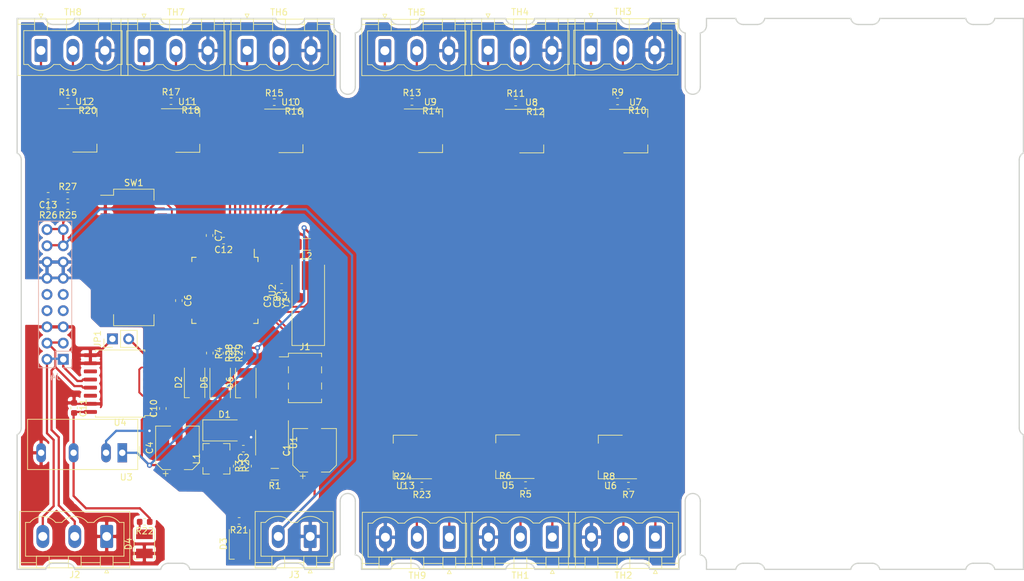
<source format=kicad_pcb>
(kicad_pcb (version 20171130) (host pcbnew 5.0.2+dfsg1-1)

  (general
    (thickness 1.6)
    (drawings 36131)
    (tracks 449)
    (zones 0)
    (modules 79)
    (nets 90)
  )

  (page A4)
  (layers
    (0 F.Cu signal)
    (31 B.Cu signal)
    (32 B.Adhes user)
    (33 F.Adhes user)
    (34 B.Paste user)
    (35 F.Paste user)
    (36 B.SilkS user)
    (37 F.SilkS user)
    (38 B.Mask user)
    (39 F.Mask user)
    (40 Dwgs.User user hide)
    (41 Cmts.User user)
    (42 Eco1.User user)
    (43 Eco2.User user)
    (44 Edge.Cuts user)
    (45 Margin user)
    (46 B.CrtYd user)
    (47 F.CrtYd user)
    (48 B.Fab user)
    (49 F.Fab user)
  )

  (setup
    (last_trace_width 0.25)
    (user_trace_width 0.3)
    (user_trace_width 0.35)
    (trace_clearance 0.2)
    (zone_clearance 0.508)
    (zone_45_only no)
    (trace_min 0.2)
    (segment_width 0.2)
    (edge_width 0.05)
    (via_size 0.8)
    (via_drill 0.4)
    (via_min_size 0.4)
    (via_min_drill 0.3)
    (uvia_size 0.3)
    (uvia_drill 0.1)
    (uvias_allowed no)
    (uvia_min_size 0.2)
    (uvia_min_drill 0.1)
    (pcb_text_width 0.3)
    (pcb_text_size 1.5 1.5)
    (mod_edge_width 0.12)
    (mod_text_size 1 1)
    (mod_text_width 0.15)
    (pad_size 1.524 1.524)
    (pad_drill 0.762)
    (pad_to_mask_clearance 0.051)
    (solder_mask_min_width 0.25)
    (aux_axis_origin 0 0)
    (visible_elements FFFFFF7F)
    (pcbplotparams
      (layerselection 0x010fc_ffffffff)
      (usegerberextensions false)
      (usegerberattributes false)
      (usegerberadvancedattributes false)
      (creategerberjobfile false)
      (excludeedgelayer true)
      (linewidth 0.100000)
      (plotframeref false)
      (viasonmask false)
      (mode 1)
      (useauxorigin false)
      (hpglpennumber 1)
      (hpglpenspeed 20)
      (hpglpendiameter 15.000000)
      (psnegative false)
      (psa4output false)
      (plotreference true)
      (plotvalue true)
      (plotinvisibletext false)
      (padsonsilk false)
      (subtractmaskfromsilk false)
      (outputformat 1)
      (mirror false)
      (drillshape 1)
      (scaleselection 1)
      (outputdirectory ""))
  )

  (net 0 "")
  (net 1 "Net-(R5-Pad1)")
  (net 2 GNDD)
  (net 3 /pt100_ch0/Vout)
  (net 4 "Net-(R1-Pad1)")
  (net 5 +24V)
  (net 6 "Net-(R2-Pad2)")
  (net 7 "Net-(C2-Pad1)")
  (net 8 "Net-(D1-Pad1)")
  (net 9 +3V3)
  (net 10 "Net-(R16-Pad1)")
  (net 11 "Net-(R15-Pad2)")
  (net 12 "Net-(R20-Pad1)")
  (net 13 "Net-(R19-Pad2)")
  (net 14 "Net-(R19-Pad1)")
  (net 15 "Net-(R18-Pad1)")
  (net 16 "Net-(R17-Pad2)")
  (net 17 "Net-(R17-Pad1)")
  (net 18 "Net-(R15-Pad1)")
  (net 19 "Net-(R13-Pad2)")
  (net 20 "Net-(R14-Pad1)")
  (net 21 "Net-(R13-Pad1)")
  (net 22 "Net-(R11-Pad2)")
  (net 23 "Net-(R12-Pad1)")
  (net 24 "Net-(R6-Pad1)")
  (net 25 "Net-(R7-Pad1)")
  (net 26 "Net-(R9-Pad1)")
  (net 27 "Net-(R10-Pad2)")
  (net 28 "Net-(R10-Pad1)")
  (net 29 "Net-(R11-Pad1)")
  (net 30 RX)
  (net 31 DE)
  (net 32 TX)
  (net 33 /pt100_ch5/Vout)
  (net 34 /pt100_ch6/Vout)
  (net 35 /pt100_ch7/Vout)
  (net 36 "Net-(D2-Pad2)")
  (net 37 "Net-(U2-Pad21)")
  (net 38 PDI_DATA)
  (net 39 PDI_CLK)
  (net 40 "Net-(C9-Pad1)")
  (net 41 "Net-(C8-Pad1)")
  (net 42 /pt100_ch1/Vout)
  (net 43 /pt100_ch2/Vout)
  (net 44 /pt100_ch3/Vout)
  (net 45 /pt100_ch4/Vout)
  (net 46 "Net-(J1-Pad3)")
  (net 47 "Net-(J1-Pad4)")
  (net 48 "Net-(R5-Pad2)")
  (net 49 "Net-(R7-Pad2)")
  (net 50 "Net-(R8-Pad1)")
  (net 51 GNDA)
  (net 52 "Net-(U4-Pad11)")
  (net 53 "Net-(U4-Pad14)")
  (net 54 +5VA)
  (net 55 "Net-(C3-Pad2)")
  (net 56 "Net-(D4-Pad2)")
  (net 57 "Net-(D3-Pad2)")
  (net 58 "Net-(R4-Pad1)")
  (net 59 /pt100_ch8/Vout)
  (net 60 "Net-(U2-Pad6)")
  (net 61 "Net-(U2-Pad7)")
  (net 62 "Net-(R24-Pad1)")
  (net 63 "Net-(R23-Pad2)")
  (net 64 "Net-(R23-Pad1)")
  (net 65 "Net-(SW1-Pad16)")
  (net 66 "Net-(SW1-Pad15)")
  (net 67 "Net-(SW1-Pad14)")
  (net 68 "Net-(SW1-Pad13)")
  (net 69 "Net-(SW1-Pad12)")
  (net 70 "Net-(SW1-Pad11)")
  (net 71 "Net-(SW1-Pad10)")
  (net 72 "Net-(SW1-Pad9)")
  (net 73 "Net-(U2-Pad28)")
  (net 74 "Net-(U2-Pad29)")
  (net 75 "Net-(U2-Pad33)")
  (net 76 Vin_sense)
  (net 77 "Net-(R25-Pad2)")
  (net 78 "Net-(U2-Pad20)")
  (net 79 "Net-(R28-Pad1)")
  (net 80 "Net-(D5-Pad2)")
  (net 81 "Net-(R29-Pad1)")
  (net 82 "Net-(D6-Pad2)")
  (net 83 "Net-(J4-Pad9)")
  (net 84 "Net-(J4-Pad10)")
  (net 85 "Net-(U2-Pad32)")
  (net 86 "Net-(J4-Pad7)")
  (net 87 "Net-(J4-Pad8)")
  (net 88 RS485A)
  (net 89 RS485B)

  (net_class Default "Dies ist die voreingestellte Netzklasse."
    (clearance 0.2)
    (trace_width 0.25)
    (via_dia 0.8)
    (via_drill 0.4)
    (uvia_dia 0.3)
    (uvia_drill 0.1)
    (add_net +24V)
    (add_net +3V3)
    (add_net +5VA)
    (add_net /pt100_ch0/Vout)
    (add_net /pt100_ch1/Vout)
    (add_net /pt100_ch2/Vout)
    (add_net /pt100_ch3/Vout)
    (add_net /pt100_ch4/Vout)
    (add_net /pt100_ch5/Vout)
    (add_net /pt100_ch6/Vout)
    (add_net /pt100_ch7/Vout)
    (add_net /pt100_ch8/Vout)
    (add_net DE)
    (add_net GNDA)
    (add_net GNDD)
    (add_net "Net-(C2-Pad1)")
    (add_net "Net-(C3-Pad2)")
    (add_net "Net-(C8-Pad1)")
    (add_net "Net-(C9-Pad1)")
    (add_net "Net-(D1-Pad1)")
    (add_net "Net-(D2-Pad2)")
    (add_net "Net-(D3-Pad2)")
    (add_net "Net-(D4-Pad2)")
    (add_net "Net-(D5-Pad2)")
    (add_net "Net-(D6-Pad2)")
    (add_net "Net-(J1-Pad3)")
    (add_net "Net-(J1-Pad4)")
    (add_net "Net-(J4-Pad10)")
    (add_net "Net-(J4-Pad7)")
    (add_net "Net-(J4-Pad8)")
    (add_net "Net-(J4-Pad9)")
    (add_net "Net-(R1-Pad1)")
    (add_net "Net-(R10-Pad1)")
    (add_net "Net-(R10-Pad2)")
    (add_net "Net-(R11-Pad1)")
    (add_net "Net-(R11-Pad2)")
    (add_net "Net-(R12-Pad1)")
    (add_net "Net-(R13-Pad1)")
    (add_net "Net-(R13-Pad2)")
    (add_net "Net-(R14-Pad1)")
    (add_net "Net-(R15-Pad1)")
    (add_net "Net-(R15-Pad2)")
    (add_net "Net-(R16-Pad1)")
    (add_net "Net-(R17-Pad1)")
    (add_net "Net-(R17-Pad2)")
    (add_net "Net-(R18-Pad1)")
    (add_net "Net-(R19-Pad1)")
    (add_net "Net-(R19-Pad2)")
    (add_net "Net-(R2-Pad2)")
    (add_net "Net-(R20-Pad1)")
    (add_net "Net-(R23-Pad1)")
    (add_net "Net-(R23-Pad2)")
    (add_net "Net-(R24-Pad1)")
    (add_net "Net-(R25-Pad2)")
    (add_net "Net-(R28-Pad1)")
    (add_net "Net-(R29-Pad1)")
    (add_net "Net-(R4-Pad1)")
    (add_net "Net-(R5-Pad1)")
    (add_net "Net-(R5-Pad2)")
    (add_net "Net-(R6-Pad1)")
    (add_net "Net-(R7-Pad1)")
    (add_net "Net-(R7-Pad2)")
    (add_net "Net-(R8-Pad1)")
    (add_net "Net-(R9-Pad1)")
    (add_net "Net-(SW1-Pad10)")
    (add_net "Net-(SW1-Pad11)")
    (add_net "Net-(SW1-Pad12)")
    (add_net "Net-(SW1-Pad13)")
    (add_net "Net-(SW1-Pad14)")
    (add_net "Net-(SW1-Pad15)")
    (add_net "Net-(SW1-Pad16)")
    (add_net "Net-(SW1-Pad9)")
    (add_net "Net-(U2-Pad20)")
    (add_net "Net-(U2-Pad21)")
    (add_net "Net-(U2-Pad28)")
    (add_net "Net-(U2-Pad29)")
    (add_net "Net-(U2-Pad32)")
    (add_net "Net-(U2-Pad33)")
    (add_net "Net-(U2-Pad6)")
    (add_net "Net-(U2-Pad7)")
    (add_net "Net-(U4-Pad11)")
    (add_net "Net-(U4-Pad14)")
    (add_net PDI_CLK)
    (add_net PDI_DATA)
    (add_net RS485A)
    (add_net RS485B)
    (add_net RX)
    (add_net TX)
    (add_net Vin_sense)
  )

  (module Inductor_SMD:L_1206_3216Metric (layer F.Cu) (tedit 5B301BBE) (tstamp 5E671148)
    (at 109.8 74.8 180)
    (descr "Inductor SMD 1206 (3216 Metric), square (rectangular) end terminal, IPC_7351 nominal, (Body size source: http://www.tortai-tech.com/upload/download/2011102023233369053.pdf), generated with kicad-footprint-generator")
    (tags inductor)
    (path /5E504E2C)
    (attr smd)
    (fp_text reference L2 (at 0 -1.82 180) (layer F.SilkS)
      (effects (font (size 1 1) (thickness 0.15)))
    )
    (fp_text value 10u (at 0 1.82 180) (layer F.Fab)
      (effects (font (size 1 1) (thickness 0.15)))
    )
    (fp_line (start -1.6 0.8) (end -1.6 -0.8) (layer F.Fab) (width 0.1))
    (fp_line (start -1.6 -0.8) (end 1.6 -0.8) (layer F.Fab) (width 0.1))
    (fp_line (start 1.6 -0.8) (end 1.6 0.8) (layer F.Fab) (width 0.1))
    (fp_line (start 1.6 0.8) (end -1.6 0.8) (layer F.Fab) (width 0.1))
    (fp_line (start -0.602064 -0.91) (end 0.602064 -0.91) (layer F.SilkS) (width 0.12))
    (fp_line (start -0.602064 0.91) (end 0.602064 0.91) (layer F.SilkS) (width 0.12))
    (fp_line (start -2.28 1.12) (end -2.28 -1.12) (layer F.CrtYd) (width 0.05))
    (fp_line (start -2.28 -1.12) (end 2.28 -1.12) (layer F.CrtYd) (width 0.05))
    (fp_line (start 2.28 -1.12) (end 2.28 1.12) (layer F.CrtYd) (width 0.05))
    (fp_line (start 2.28 1.12) (end -2.28 1.12) (layer F.CrtYd) (width 0.05))
    (fp_text user %R (at 0 0 180) (layer F.Fab)
      (effects (font (size 0.8 0.8) (thickness 0.12)))
    )
    (pad 1 smd roundrect (at -1.4 0 180) (size 1.25 1.75) (layers F.Cu F.Paste F.Mask) (roundrect_rratio 0.2)
      (net 9 +3V3))
    (pad 2 smd roundrect (at 1.4 0 180) (size 1.25 1.75) (layers F.Cu F.Paste F.Mask) (roundrect_rratio 0.2)
      (net 55 "Net-(C3-Pad2)"))
    (model ${KISYS3DMOD}/Inductor_SMD.3dshapes/L_1206_3216Metric.wrl
      (at (xyz 0 0 0))
      (scale (xyz 1 1 1))
      (rotate (xyz 0 0 0))
    )
  )

  (module Capacitor_SMD:C_0603_1608Metric (layer F.Cu) (tedit 5B301BBE) (tstamp 5E672141)
    (at 69.332 67.1855 180)
    (descr "Capacitor SMD 0603 (1608 Metric), square (rectangular) end terminal, IPC_7351 nominal, (Body size source: http://www.tortai-tech.com/upload/download/2011102023233369053.pdf), generated with kicad-footprint-generator")
    (tags capacitor)
    (path /5E6355B0)
    (attr smd)
    (fp_text reference C13 (at 0 -1.43 180) (layer F.SilkS)
      (effects (font (size 1 1) (thickness 0.15)))
    )
    (fp_text value 100n (at 0 1.43 180) (layer F.Fab)
      (effects (font (size 1 1) (thickness 0.15)))
    )
    (fp_text user %R (at 0 0 180) (layer F.Fab)
      (effects (font (size 0.4 0.4) (thickness 0.06)))
    )
    (fp_line (start 1.48 0.73) (end -1.48 0.73) (layer F.CrtYd) (width 0.05))
    (fp_line (start 1.48 -0.73) (end 1.48 0.73) (layer F.CrtYd) (width 0.05))
    (fp_line (start -1.48 -0.73) (end 1.48 -0.73) (layer F.CrtYd) (width 0.05))
    (fp_line (start -1.48 0.73) (end -1.48 -0.73) (layer F.CrtYd) (width 0.05))
    (fp_line (start -0.162779 0.51) (end 0.162779 0.51) (layer F.SilkS) (width 0.12))
    (fp_line (start -0.162779 -0.51) (end 0.162779 -0.51) (layer F.SilkS) (width 0.12))
    (fp_line (start 0.8 0.4) (end -0.8 0.4) (layer F.Fab) (width 0.1))
    (fp_line (start 0.8 -0.4) (end 0.8 0.4) (layer F.Fab) (width 0.1))
    (fp_line (start -0.8 -0.4) (end 0.8 -0.4) (layer F.Fab) (width 0.1))
    (fp_line (start -0.8 0.4) (end -0.8 -0.4) (layer F.Fab) (width 0.1))
    (pad 2 smd roundrect (at 0.7875 0 180) (size 0.875 0.95) (layers F.Cu F.Paste F.Mask) (roundrect_rratio 0.25)
      (net 2 GNDD))
    (pad 1 smd roundrect (at -0.7875 0 180) (size 0.875 0.95) (layers F.Cu F.Paste F.Mask) (roundrect_rratio 0.25)
      (net 76 Vin_sense))
    (model ${KISYS3DMOD}/Capacitor_SMD.3dshapes/C_0603_1608Metric.wrl
      (at (xyz 0 0 0))
      (scale (xyz 1 1 1))
      (rotate (xyz 0 0 0))
    )
  )

  (module Package_QFP:TQFP-44_10x10mm_P0.8mm (layer F.Cu) (tedit 5E5308C0) (tstamp 5E6718DC)
    (at 97 82 270)
    (descr "44-Lead Plastic Thin Quad Flatpack (PT) - 10x10x1.0 mm Body [TQFP] (see Microchip Packaging Specification 00000049BS.pdf)")
    (tags "QFP 0.8")
    (path /5E4C815A)
    (attr smd)
    (fp_text reference U2 (at 0 -7.45 270) (layer F.SilkS)
      (effects (font (size 1 1) (thickness 0.15)))
    )
    (fp_text value ATXMEGA32A4-AU (at 0 7.45 270) (layer F.Fab)
      (effects (font (size 1 1) (thickness 0.15)))
    )
    (fp_text user %R (at 0 0 270) (layer F.Fab)
      (effects (font (size 1 1) (thickness 0.15)))
    )
    (fp_line (start -4 -5) (end 5 -5) (layer F.Fab) (width 0.15))
    (fp_line (start 5 -5) (end 5 5) (layer F.Fab) (width 0.15))
    (fp_line (start 5 5) (end -5 5) (layer F.Fab) (width 0.15))
    (fp_line (start -5 5) (end -5 -4) (layer F.Fab) (width 0.15))
    (fp_line (start -5 -4) (end -4 -5) (layer F.Fab) (width 0.15))
    (fp_line (start -6.7 -6.7) (end -6.7 6.7) (layer F.CrtYd) (width 0.05))
    (fp_line (start 6.7 -6.7) (end 6.7 6.7) (layer F.CrtYd) (width 0.05))
    (fp_line (start -6.7 -6.7) (end 6.7 -6.7) (layer F.CrtYd) (width 0.05))
    (fp_line (start -6.7 6.7) (end 6.7 6.7) (layer F.CrtYd) (width 0.05))
    (fp_line (start -5.175 -5.175) (end -5.175 -4.6) (layer F.SilkS) (width 0.15))
    (fp_line (start 5.175 -5.175) (end 5.175 -4.5) (layer F.SilkS) (width 0.15))
    (fp_line (start 5.175 5.175) (end 5.175 4.5) (layer F.SilkS) (width 0.15))
    (fp_line (start -5.175 5.175) (end -5.175 4.5) (layer F.SilkS) (width 0.15))
    (fp_line (start -5.175 -5.175) (end -4.5 -5.175) (layer F.SilkS) (width 0.15))
    (fp_line (start -5.175 5.175) (end -4.5 5.175) (layer F.SilkS) (width 0.15))
    (fp_line (start 5.175 5.175) (end 4.5 5.175) (layer F.SilkS) (width 0.15))
    (fp_line (start 5.175 -5.175) (end 4.5 -5.175) (layer F.SilkS) (width 0.15))
    (fp_line (start -5.175 -4.6) (end -6.45 -4.6) (layer F.SilkS) (width 0.15))
    (pad 1 smd rect (at -5.7 -4 270) (size 1.5 0.55) (layers F.Cu F.Paste F.Mask)
      (net 33 /pt100_ch5/Vout))
    (pad 2 smd rect (at -5.7 -3.2 270) (size 1.5 0.55) (layers F.Cu F.Paste F.Mask)
      (net 34 /pt100_ch6/Vout))
    (pad 3 smd rect (at -5.7 -2.4 270) (size 1.5 0.55) (layers F.Cu F.Paste F.Mask)
      (net 35 /pt100_ch7/Vout))
    (pad 4 smd rect (at -5.7 -1.6 270) (size 1.5 0.55) (layers F.Cu F.Paste F.Mask)
      (net 59 /pt100_ch8/Vout))
    (pad 5 smd rect (at -5.7 -0.8 270) (size 1.5 0.55) (layers F.Cu F.Paste F.Mask)
      (net 76 Vin_sense))
    (pad 6 smd rect (at -5.7 0 270) (size 1.5 0.55) (layers F.Cu F.Paste F.Mask)
      (net 60 "Net-(U2-Pad6)"))
    (pad 7 smd rect (at -5.7 0.8 270) (size 1.5 0.55) (layers F.Cu F.Paste F.Mask)
      (net 61 "Net-(U2-Pad7)"))
    (pad 8 smd rect (at -5.7 1.6 270) (size 1.5 0.55) (layers F.Cu F.Paste F.Mask)
      (net 2 GNDD))
    (pad 9 smd rect (at -5.7 2.4 270) (size 1.5 0.55) (layers F.Cu F.Paste F.Mask)
      (net 9 +3V3))
    (pad 10 smd rect (at -5.7 3.2 270) (size 1.5 0.55) (layers F.Cu F.Paste F.Mask)
      (net 65 "Net-(SW1-Pad16)"))
    (pad 11 smd rect (at -5.7 4 270) (size 1.5 0.55) (layers F.Cu F.Paste F.Mask)
      (net 66 "Net-(SW1-Pad15)"))
    (pad 12 smd rect (at -4 5.7) (size 1.5 0.55) (layers F.Cu F.Paste F.Mask)
      (net 67 "Net-(SW1-Pad14)"))
    (pad 13 smd rect (at -3.2 5.7) (size 1.5 0.55) (layers F.Cu F.Paste F.Mask)
      (net 68 "Net-(SW1-Pad13)"))
    (pad 14 smd rect (at -2.4 5.7) (size 1.5 0.55) (layers F.Cu F.Paste F.Mask)
      (net 69 "Net-(SW1-Pad12)"))
    (pad 15 smd rect (at -1.6 5.7) (size 1.5 0.55) (layers F.Cu F.Paste F.Mask)
      (net 70 "Net-(SW1-Pad11)"))
    (pad 16 smd rect (at -0.8 5.7) (size 1.5 0.55) (layers F.Cu F.Paste F.Mask)
      (net 71 "Net-(SW1-Pad10)"))
    (pad 17 smd rect (at 0 5.7) (size 1.5 0.55) (layers F.Cu F.Paste F.Mask)
      (net 72 "Net-(SW1-Pad9)"))
    (pad 18 smd rect (at 0.8 5.7) (size 1.5 0.55) (layers F.Cu F.Paste F.Mask)
      (net 2 GNDD))
    (pad 19 smd rect (at 1.6 5.7) (size 1.5 0.55) (layers F.Cu F.Paste F.Mask)
      (net 9 +3V3))
    (pad 20 smd rect (at 2.4 5.7) (size 1.5 0.55) (layers F.Cu F.Paste F.Mask)
      (net 78 "Net-(U2-Pad20)"))
    (pad 21 smd rect (at 3.2 5.7) (size 1.5 0.55) (layers F.Cu F.Paste F.Mask)
      (net 37 "Net-(U2-Pad21)"))
    (pad 22 smd rect (at 4 5.7) (size 1.5 0.55) (layers F.Cu F.Paste F.Mask)
      (net 30 RX))
    (pad 23 smd rect (at 5.7 4 270) (size 1.5 0.55) (layers F.Cu F.Paste F.Mask)
      (net 32 TX))
    (pad 24 smd rect (at 5.7 3.2 270) (size 1.5 0.55) (layers F.Cu F.Paste F.Mask)
      (net 31 DE))
    (pad 25 smd rect (at 5.7 2.4 270) (size 1.5 0.55) (layers F.Cu F.Paste F.Mask)
      (net 58 "Net-(R4-Pad1)"))
    (pad 26 smd rect (at 5.7 1.6 270) (size 1.5 0.55) (layers F.Cu F.Paste F.Mask)
      (net 79 "Net-(R28-Pad1)"))
    (pad 27 smd rect (at 5.7 0.8 270) (size 1.5 0.55) (layers F.Cu F.Paste F.Mask)
      (net 81 "Net-(R29-Pad1)"))
    (pad 28 smd rect (at 5.7 0 270) (size 1.5 0.55) (layers F.Cu F.Paste F.Mask)
      (net 73 "Net-(U2-Pad28)"))
    (pad 29 smd rect (at 5.7 -0.8 270) (size 1.5 0.55) (layers F.Cu F.Paste F.Mask)
      (net 74 "Net-(U2-Pad29)"))
    (pad 30 smd rect (at 5.7 -1.6 270) (size 1.5 0.55) (layers F.Cu F.Paste F.Mask)
      (net 2 GNDD))
    (pad 31 smd rect (at 5.7 -2.4 270) (size 1.5 0.55) (layers F.Cu F.Paste F.Mask)
      (net 9 +3V3))
    (pad 32 smd rect (at 5.7 -3.2 270) (size 1.5 0.55) (layers F.Cu F.Paste F.Mask)
      (net 85 "Net-(U2-Pad32)"))
    (pad 33 smd rect (at 5.7 -4 270) (size 1.5 0.55) (layers F.Cu F.Paste F.Mask)
      (net 75 "Net-(U2-Pad33)"))
    (pad 34 smd rect (at 4 -5.7) (size 1.5 0.55) (layers F.Cu F.Paste F.Mask)
      (net 38 PDI_DATA))
    (pad 35 smd rect (at 3.2 -5.7) (size 1.5 0.55) (layers F.Cu F.Paste F.Mask)
      (net 39 PDI_CLK))
    (pad 36 smd rect (at 2.4 -5.7) (size 1.5 0.55) (layers F.Cu F.Paste F.Mask)
      (net 40 "Net-(C9-Pad1)"))
    (pad 37 smd rect (at 1.6 -5.7) (size 1.5 0.55) (layers F.Cu F.Paste F.Mask)
      (net 41 "Net-(C8-Pad1)"))
    (pad 38 smd rect (at 0.8 -5.7) (size 1.5 0.55) (layers F.Cu F.Paste F.Mask)
      (net 2 GNDD))
    (pad 39 smd rect (at 0 -5.7) (size 1.5 0.55) (layers F.Cu F.Paste F.Mask)
      (net 55 "Net-(C3-Pad2)"))
    (pad 40 smd rect (at -0.8 -5.7) (size 1.5 0.55) (layers F.Cu F.Paste F.Mask)
      (net 3 /pt100_ch0/Vout))
    (pad 41 smd rect (at -1.6 -5.7) (size 1.5 0.55) (layers F.Cu F.Paste F.Mask)
      (net 42 /pt100_ch1/Vout))
    (pad 42 smd rect (at -2.4 -5.7) (size 1.5 0.55) (layers F.Cu F.Paste F.Mask)
      (net 43 /pt100_ch2/Vout))
    (pad 43 smd rect (at -3.2 -5.7) (size 1.5 0.55) (layers F.Cu F.Paste F.Mask)
      (net 44 /pt100_ch3/Vout))
    (pad 44 smd rect (at -4 -5.7) (size 1.5 0.55) (layers F.Cu F.Paste F.Mask)
      (net 45 /pt100_ch4/Vout))
    (model ${KISYS3DMOD}/Package_QFP.3dshapes/TQFP-44_10x10mm_P0.8mm.wrl
      (at (xyz 0 0 0))
      (scale (xyz 1 1 1))
      (rotate (xyz 0 0 0))
    )
  )

  (module Connector_PinHeader_2.54mm:PinHeader_1x02_P2.54mm_Vertical (layer F.Cu) (tedit 59FED5CC) (tstamp 5E69695A)
    (at 79.4 89.6 90)
    (descr "Through hole straight pin header, 1x02, 2.54mm pitch, single row")
    (tags "Through hole pin header THT 1x02 2.54mm single row")
    (path /5EA4860A)
    (fp_text reference JP1 (at 0 -2.33 90) (layer F.SilkS)
      (effects (font (size 1 1) (thickness 0.15)))
    )
    (fp_text value Jumper (at 0 4.87 90) (layer F.Fab)
      (effects (font (size 1 1) (thickness 0.15)))
    )
    (fp_line (start -0.635 -1.27) (end 1.27 -1.27) (layer F.Fab) (width 0.1))
    (fp_line (start 1.27 -1.27) (end 1.27 3.81) (layer F.Fab) (width 0.1))
    (fp_line (start 1.27 3.81) (end -1.27 3.81) (layer F.Fab) (width 0.1))
    (fp_line (start -1.27 3.81) (end -1.27 -0.635) (layer F.Fab) (width 0.1))
    (fp_line (start -1.27 -0.635) (end -0.635 -1.27) (layer F.Fab) (width 0.1))
    (fp_line (start -1.33 3.87) (end 1.33 3.87) (layer F.SilkS) (width 0.12))
    (fp_line (start -1.33 1.27) (end -1.33 3.87) (layer F.SilkS) (width 0.12))
    (fp_line (start 1.33 1.27) (end 1.33 3.87) (layer F.SilkS) (width 0.12))
    (fp_line (start -1.33 1.27) (end 1.33 1.27) (layer F.SilkS) (width 0.12))
    (fp_line (start -1.33 0) (end -1.33 -1.33) (layer F.SilkS) (width 0.12))
    (fp_line (start -1.33 -1.33) (end 0 -1.33) (layer F.SilkS) (width 0.12))
    (fp_line (start -1.8 -1.8) (end -1.8 4.35) (layer F.CrtYd) (width 0.05))
    (fp_line (start -1.8 4.35) (end 1.8 4.35) (layer F.CrtYd) (width 0.05))
    (fp_line (start 1.8 4.35) (end 1.8 -1.8) (layer F.CrtYd) (width 0.05))
    (fp_line (start 1.8 -1.8) (end -1.8 -1.8) (layer F.CrtYd) (width 0.05))
    (fp_text user %R (at 0 1.27 180) (layer F.Fab)
      (effects (font (size 1 1) (thickness 0.15)))
    )
    (pad 1 thru_hole rect (at 0 0 90) (size 1.7 1.7) (drill 1) (layers *.Cu *.Mask)
      (net 51 GNDA))
    (pad 2 thru_hole oval (at 0 2.54 90) (size 1.7 1.7) (drill 1) (layers *.Cu *.Mask)
      (net 2 GNDD))
    (model ${KISYS3DMOD}/Connector_PinHeader_2.54mm.3dshapes/PinHeader_1x02_P2.54mm_Vertical.wrl
      (at (xyz 0 0 0))
      (scale (xyz 1 1 1))
      (rotate (xyz 0 0 0))
    )
  )

  (module Connector_PinSocket_2.54mm:PinSocket_2x09_P2.54mm_Vertical (layer B.Cu) (tedit 5A19A41B) (tstamp 5E670E14)
    (at 71.7 92.8)
    (descr "Through hole straight socket strip, 2x09, 2.54mm pitch, double cols (from Kicad 4.0.7), script generated")
    (tags "Through hole socket strip THT 2x09 2.54mm double row")
    (path /5E836A6F)
    (fp_text reference J4 (at -1.27 2.77) (layer B.SilkS)
      (effects (font (size 1 1) (thickness 0.15)) (justify mirror))
    )
    (fp_text value Conn_02x09_Odd_Even (at -1.27 -23.09) (layer B.Fab)
      (effects (font (size 1 1) (thickness 0.15)) (justify mirror))
    )
    (fp_line (start -3.81 1.27) (end 0.27 1.27) (layer B.Fab) (width 0.1))
    (fp_line (start 0.27 1.27) (end 1.27 0.27) (layer B.Fab) (width 0.1))
    (fp_line (start 1.27 0.27) (end 1.27 -21.59) (layer B.Fab) (width 0.1))
    (fp_line (start 1.27 -21.59) (end -3.81 -21.59) (layer B.Fab) (width 0.1))
    (fp_line (start -3.81 -21.59) (end -3.81 1.27) (layer B.Fab) (width 0.1))
    (fp_line (start -3.87 1.33) (end -1.27 1.33) (layer B.SilkS) (width 0.12))
    (fp_line (start -3.87 1.33) (end -3.87 -21.65) (layer B.SilkS) (width 0.12))
    (fp_line (start -3.87 -21.65) (end 1.33 -21.65) (layer B.SilkS) (width 0.12))
    (fp_line (start 1.33 -1.27) (end 1.33 -21.65) (layer B.SilkS) (width 0.12))
    (fp_line (start -1.27 -1.27) (end 1.33 -1.27) (layer B.SilkS) (width 0.12))
    (fp_line (start -1.27 1.33) (end -1.27 -1.27) (layer B.SilkS) (width 0.12))
    (fp_line (start 1.33 1.33) (end 1.33 0) (layer B.SilkS) (width 0.12))
    (fp_line (start 0 1.33) (end 1.33 1.33) (layer B.SilkS) (width 0.12))
    (fp_line (start -4.34 1.8) (end 1.76 1.8) (layer B.CrtYd) (width 0.05))
    (fp_line (start 1.76 1.8) (end 1.76 -22.1) (layer B.CrtYd) (width 0.05))
    (fp_line (start 1.76 -22.1) (end -4.34 -22.1) (layer B.CrtYd) (width 0.05))
    (fp_line (start -4.34 -22.1) (end -4.34 1.8) (layer B.CrtYd) (width 0.05))
    (fp_text user %R (at -1.27 -10.16 -90) (layer B.Fab)
      (effects (font (size 1 1) (thickness 0.15)) (justify mirror))
    )
    (pad 1 thru_hole rect (at 0 0) (size 1.7 1.7) (drill 1) (layers *.Cu *.Mask)
      (net 88 RS485A))
    (pad 2 thru_hole oval (at -2.54 0) (size 1.7 1.7) (drill 1) (layers *.Cu *.Mask)
      (net 88 RS485A))
    (pad 3 thru_hole oval (at 0 -2.54) (size 1.7 1.7) (drill 1) (layers *.Cu *.Mask)
      (net 89 RS485B))
    (pad 4 thru_hole oval (at -2.54 -2.54) (size 1.7 1.7) (drill 1) (layers *.Cu *.Mask)
      (net 89 RS485B))
    (pad 5 thru_hole oval (at 0 -5.08) (size 1.7 1.7) (drill 1) (layers *.Cu *.Mask)
      (net 51 GNDA))
    (pad 6 thru_hole oval (at -2.54 -5.08) (size 1.7 1.7) (drill 1) (layers *.Cu *.Mask)
      (net 51 GNDA))
    (pad 7 thru_hole oval (at 0 -7.62) (size 1.7 1.7) (drill 1) (layers *.Cu *.Mask)
      (net 86 "Net-(J4-Pad7)"))
    (pad 8 thru_hole oval (at -2.54 -7.62) (size 1.7 1.7) (drill 1) (layers *.Cu *.Mask)
      (net 87 "Net-(J4-Pad8)"))
    (pad 9 thru_hole oval (at 0 -10.16) (size 1.7 1.7) (drill 1) (layers *.Cu *.Mask)
      (net 83 "Net-(J4-Pad9)"))
    (pad 10 thru_hole oval (at -2.54 -10.16) (size 1.7 1.7) (drill 1) (layers *.Cu *.Mask)
      (net 84 "Net-(J4-Pad10)"))
    (pad 11 thru_hole oval (at 0 -12.7) (size 1.7 1.7) (drill 1) (layers *.Cu *.Mask)
      (net 2 GNDD))
    (pad 12 thru_hole oval (at -2.54 -12.7) (size 1.7 1.7) (drill 1) (layers *.Cu *.Mask)
      (net 2 GNDD))
    (pad 13 thru_hole oval (at 0 -15.24) (size 1.7 1.7) (drill 1) (layers *.Cu *.Mask)
      (net 2 GNDD))
    (pad 14 thru_hole oval (at -2.54 -15.24) (size 1.7 1.7) (drill 1) (layers *.Cu *.Mask)
      (net 2 GNDD))
    (pad 15 thru_hole oval (at 0 -17.78) (size 1.7 1.7) (drill 1) (layers *.Cu *.Mask)
      (net 5 +24V))
    (pad 16 thru_hole oval (at -2.54 -17.78) (size 1.7 1.7) (drill 1) (layers *.Cu *.Mask)
      (net 5 +24V))
    (pad 17 thru_hole oval (at 0 -20.32) (size 1.7 1.7) (drill 1) (layers *.Cu *.Mask)
      (net 5 +24V))
    (pad 18 thru_hole oval (at -2.54 -20.32) (size 1.7 1.7) (drill 1) (layers *.Cu *.Mask)
      (net 5 +24V))
    (model ${KISYS3DMOD}/Connector_PinSocket_2.54mm.3dshapes/PinSocket_2x09_P2.54mm_Vertical.wrl
      (at (xyz 0 0 0))
      (scale (xyz 1 1 1))
      (rotate (xyz 0 0 0))
    )
  )

  (module LED_SMD:LED_PLCC-2 (layer F.Cu) (tedit 59959404) (tstamp 5E670EDE)
    (at 100.274701 96.435799 90)
    (descr "LED PLCC-2 SMD package")
    (tags "LED PLCC-2 SMD")
    (path /5E7DC114)
    (attr smd)
    (fp_text reference D6 (at 0 -2.5 90) (layer F.SilkS)
      (effects (font (size 1 1) (thickness 0.15)))
    )
    (fp_text value LED (at 0 2.5 90) (layer F.Fab)
      (effects (font (size 1 1) (thickness 0.15)))
    )
    (fp_circle (center 0 0) (end 0 -1.25) (layer F.Fab) (width 0.1))
    (fp_line (start -1.7 -0.6) (end -0.8 -1.5) (layer F.Fab) (width 0.1))
    (fp_line (start 1.7 1.5) (end 1.7 -1.5) (layer F.Fab) (width 0.1))
    (fp_line (start 1.7 -1.5) (end -1.7 -1.5) (layer F.Fab) (width 0.1))
    (fp_line (start -1.7 -1.5) (end -1.7 1.5) (layer F.Fab) (width 0.1))
    (fp_line (start -1.7 1.5) (end 1.7 1.5) (layer F.Fab) (width 0.1))
    (fp_line (start -2.65 -1.85) (end 2.5 -1.85) (layer F.CrtYd) (width 0.05))
    (fp_line (start 2.5 -1.85) (end 2.5 1.85) (layer F.CrtYd) (width 0.05))
    (fp_line (start 2.5 1.85) (end -2.65 1.85) (layer F.CrtYd) (width 0.05))
    (fp_line (start -2.65 1.85) (end -2.65 -1.85) (layer F.CrtYd) (width 0.05))
    (fp_line (start 2.25 1.6) (end -2.4 1.6) (layer F.SilkS) (width 0.12))
    (fp_line (start 2.25 -1.6) (end -2.4 -1.6) (layer F.SilkS) (width 0.12))
    (fp_line (start -2.4 -1.6) (end -2.4 -0.8) (layer F.SilkS) (width 0.12))
    (fp_text user %R (at 0 0 90) (layer F.Fab)
      (effects (font (size 0.4 0.4) (thickness 0.1)))
    )
    (pad 1 smd rect (at -1.5 0 90) (size 1.5 2.6) (layers F.Cu F.Paste F.Mask)
      (net 2 GNDD))
    (pad 2 smd rect (at 1.5 0 90) (size 1.5 2.6) (layers F.Cu F.Paste F.Mask)
      (net 82 "Net-(D6-Pad2)"))
    (model ${KISYS3DMOD}/LED_SMD.3dshapes/LED_PLCC-2.wrl
      (at (xyz 0 0 0))
      (scale (xyz 1 1 1))
      (rotate (xyz 0 0 0))
    )
    (model /home/ejung/git/kicad-libs-own/3d/LED_PLCC-2.stp
      (at (xyz 0 0 0))
      (scale (xyz 1 1 1))
      (rotate (xyz 0 0 90))
    )
  )

  (module Resistor_SMD:R_0603_1608Metric (layer F.Cu) (tedit 5B301BBD) (tstamp 5E670F14)
    (at 97.8155 91.821 270)
    (descr "Resistor SMD 0603 (1608 Metric), square (rectangular) end terminal, IPC_7351 nominal, (Body size source: http://www.tortai-tech.com/upload/download/2011102023233369053.pdf), generated with kicad-footprint-generator")
    (tags resistor)
    (path /5E7DC11B)
    (attr smd)
    (fp_text reference R29 (at 0 -1.43 270) (layer F.SilkS)
      (effects (font (size 1 1) (thickness 0.15)))
    )
    (fp_text value 100 (at 0 1.43 270) (layer F.Fab)
      (effects (font (size 1 1) (thickness 0.15)))
    )
    (fp_line (start -0.8 0.4) (end -0.8 -0.4) (layer F.Fab) (width 0.1))
    (fp_line (start -0.8 -0.4) (end 0.8 -0.4) (layer F.Fab) (width 0.1))
    (fp_line (start 0.8 -0.4) (end 0.8 0.4) (layer F.Fab) (width 0.1))
    (fp_line (start 0.8 0.4) (end -0.8 0.4) (layer F.Fab) (width 0.1))
    (fp_line (start -0.162779 -0.51) (end 0.162779 -0.51) (layer F.SilkS) (width 0.12))
    (fp_line (start -0.162779 0.51) (end 0.162779 0.51) (layer F.SilkS) (width 0.12))
    (fp_line (start -1.48 0.73) (end -1.48 -0.73) (layer F.CrtYd) (width 0.05))
    (fp_line (start -1.48 -0.73) (end 1.48 -0.73) (layer F.CrtYd) (width 0.05))
    (fp_line (start 1.48 -0.73) (end 1.48 0.73) (layer F.CrtYd) (width 0.05))
    (fp_line (start 1.48 0.73) (end -1.48 0.73) (layer F.CrtYd) (width 0.05))
    (fp_text user %R (at 0 0 270) (layer F.Fab)
      (effects (font (size 0.4 0.4) (thickness 0.06)))
    )
    (pad 1 smd roundrect (at -0.7875 0 270) (size 0.875 0.95) (layers F.Cu F.Paste F.Mask) (roundrect_rratio 0.25)
      (net 81 "Net-(R29-Pad1)"))
    (pad 2 smd roundrect (at 0.7875 0 270) (size 0.875 0.95) (layers F.Cu F.Paste F.Mask) (roundrect_rratio 0.25)
      (net 82 "Net-(D6-Pad2)"))
    (model ${KISYS3DMOD}/Resistor_SMD.3dshapes/R_0603_1608Metric.wrl
      (at (xyz 0 0 0))
      (scale (xyz 1 1 1))
      (rotate (xyz 0 0 0))
    )
  )

  (module LED_SMD:LED_PLCC-2 (layer F.Cu) (tedit 59959404) (tstamp 5E672174)
    (at 96.261501 96.435799 90)
    (descr "LED PLCC-2 SMD package")
    (tags "LED PLCC-2 SMD")
    (path /5E7783BC)
    (attr smd)
    (fp_text reference D5 (at 0 -2.5 90) (layer F.SilkS)
      (effects (font (size 1 1) (thickness 0.15)))
    )
    (fp_text value LED (at 0 2.5 90) (layer F.Fab)
      (effects (font (size 1 1) (thickness 0.15)))
    )
    (fp_circle (center 0 0) (end 0 -1.25) (layer F.Fab) (width 0.1))
    (fp_line (start -1.7 -0.6) (end -0.8 -1.5) (layer F.Fab) (width 0.1))
    (fp_line (start 1.7 1.5) (end 1.7 -1.5) (layer F.Fab) (width 0.1))
    (fp_line (start 1.7 -1.5) (end -1.7 -1.5) (layer F.Fab) (width 0.1))
    (fp_line (start -1.7 -1.5) (end -1.7 1.5) (layer F.Fab) (width 0.1))
    (fp_line (start -1.7 1.5) (end 1.7 1.5) (layer F.Fab) (width 0.1))
    (fp_line (start -2.65 -1.85) (end 2.5 -1.85) (layer F.CrtYd) (width 0.05))
    (fp_line (start 2.5 -1.85) (end 2.5 1.85) (layer F.CrtYd) (width 0.05))
    (fp_line (start 2.5 1.85) (end -2.65 1.85) (layer F.CrtYd) (width 0.05))
    (fp_line (start -2.65 1.85) (end -2.65 -1.85) (layer F.CrtYd) (width 0.05))
    (fp_line (start 2.25 1.6) (end -2.4 1.6) (layer F.SilkS) (width 0.12))
    (fp_line (start 2.25 -1.6) (end -2.4 -1.6) (layer F.SilkS) (width 0.12))
    (fp_line (start -2.4 -1.6) (end -2.4 -0.8) (layer F.SilkS) (width 0.12))
    (fp_text user %R (at 0 0 90) (layer F.Fab)
      (effects (font (size 0.4 0.4) (thickness 0.1)))
    )
    (pad 1 smd rect (at -1.5 0 90) (size 1.5 2.6) (layers F.Cu F.Paste F.Mask)
      (net 2 GNDD))
    (pad 2 smd rect (at 1.5 0 90) (size 1.5 2.6) (layers F.Cu F.Paste F.Mask)
      (net 80 "Net-(D5-Pad2)"))
    (model ${KISYS3DMOD}/LED_SMD.3dshapes/LED_PLCC-2.wrl
      (at (xyz 0 0 0))
      (scale (xyz 1 1 1))
      (rotate (xyz 0 0 0))
    )
    (model /home/ejung/git/kicad-libs-own/3d/LED_PLCC-2.stp
      (at (xyz 0 0 0))
      (scale (xyz 1 1 1))
      (rotate (xyz 0 0 90))
    )
  )

  (module Resistor_SMD:R_0603_1608Metric (layer F.Cu) (tedit 5B301BBD) (tstamp 5E6721AD)
    (at 96.228 91.821 270)
    (descr "Resistor SMD 0603 (1608 Metric), square (rectangular) end terminal, IPC_7351 nominal, (Body size source: http://www.tortai-tech.com/upload/download/2011102023233369053.pdf), generated with kicad-footprint-generator")
    (tags resistor)
    (path /5E7783C3)
    (attr smd)
    (fp_text reference R28 (at 0 -1.43 270) (layer F.SilkS)
      (effects (font (size 1 1) (thickness 0.15)))
    )
    (fp_text value 100 (at 0 1.43 270) (layer F.Fab)
      (effects (font (size 1 1) (thickness 0.15)))
    )
    (fp_line (start -0.8 0.4) (end -0.8 -0.4) (layer F.Fab) (width 0.1))
    (fp_line (start -0.8 -0.4) (end 0.8 -0.4) (layer F.Fab) (width 0.1))
    (fp_line (start 0.8 -0.4) (end 0.8 0.4) (layer F.Fab) (width 0.1))
    (fp_line (start 0.8 0.4) (end -0.8 0.4) (layer F.Fab) (width 0.1))
    (fp_line (start -0.162779 -0.51) (end 0.162779 -0.51) (layer F.SilkS) (width 0.12))
    (fp_line (start -0.162779 0.51) (end 0.162779 0.51) (layer F.SilkS) (width 0.12))
    (fp_line (start -1.48 0.73) (end -1.48 -0.73) (layer F.CrtYd) (width 0.05))
    (fp_line (start -1.48 -0.73) (end 1.48 -0.73) (layer F.CrtYd) (width 0.05))
    (fp_line (start 1.48 -0.73) (end 1.48 0.73) (layer F.CrtYd) (width 0.05))
    (fp_line (start 1.48 0.73) (end -1.48 0.73) (layer F.CrtYd) (width 0.05))
    (fp_text user %R (at 0 0 270) (layer F.Fab)
      (effects (font (size 0.4 0.4) (thickness 0.06)))
    )
    (pad 1 smd roundrect (at -0.7875 0 270) (size 0.875 0.95) (layers F.Cu F.Paste F.Mask) (roundrect_rratio 0.25)
      (net 79 "Net-(R28-Pad1)"))
    (pad 2 smd roundrect (at 0.7875 0 270) (size 0.875 0.95) (layers F.Cu F.Paste F.Mask) (roundrect_rratio 0.25)
      (net 80 "Net-(D5-Pad2)"))
    (model ${KISYS3DMOD}/Resistor_SMD.3dshapes/R_0603_1608Metric.wrl
      (at (xyz 0 0 0))
      (scale (xyz 1 1 1))
      (rotate (xyz 0 0 0))
    )
  )

  (module Capacitor_SMD:C_0603_1608Metric (layer F.Cu) (tedit 5B301BBE) (tstamp 5E671EC2)
    (at 96.8 74.2 180)
    (descr "Capacitor SMD 0603 (1608 Metric), square (rectangular) end terminal, IPC_7351 nominal, (Body size source: http://www.tortai-tech.com/upload/download/2011102023233369053.pdf), generated with kicad-footprint-generator")
    (tags capacitor)
    (path /5E688EC2)
    (attr smd)
    (fp_text reference C12 (at 0 -1.43 180) (layer F.SilkS)
      (effects (font (size 1 1) (thickness 0.15)))
    )
    (fp_text value 100n (at 0 1.43 180) (layer F.Fab)
      (effects (font (size 1 1) (thickness 0.15)))
    )
    (fp_line (start -0.8 0.4) (end -0.8 -0.4) (layer F.Fab) (width 0.1))
    (fp_line (start -0.8 -0.4) (end 0.8 -0.4) (layer F.Fab) (width 0.1))
    (fp_line (start 0.8 -0.4) (end 0.8 0.4) (layer F.Fab) (width 0.1))
    (fp_line (start 0.8 0.4) (end -0.8 0.4) (layer F.Fab) (width 0.1))
    (fp_line (start -0.162779 -0.51) (end 0.162779 -0.51) (layer F.SilkS) (width 0.12))
    (fp_line (start -0.162779 0.51) (end 0.162779 0.51) (layer F.SilkS) (width 0.12))
    (fp_line (start -1.48 0.73) (end -1.48 -0.73) (layer F.CrtYd) (width 0.05))
    (fp_line (start -1.48 -0.73) (end 1.48 -0.73) (layer F.CrtYd) (width 0.05))
    (fp_line (start 1.48 -0.73) (end 1.48 0.73) (layer F.CrtYd) (width 0.05))
    (fp_line (start 1.48 0.73) (end -1.48 0.73) (layer F.CrtYd) (width 0.05))
    (fp_text user %R (at 0 0 180) (layer F.Fab)
      (effects (font (size 0.4 0.4) (thickness 0.06)))
    )
    (pad 1 smd roundrect (at -0.7875 0 180) (size 0.875 0.95) (layers F.Cu F.Paste F.Mask) (roundrect_rratio 0.25)
      (net 76 Vin_sense))
    (pad 2 smd roundrect (at 0.7875 0 180) (size 0.875 0.95) (layers F.Cu F.Paste F.Mask) (roundrect_rratio 0.25)
      (net 2 GNDD))
    (model ${KISYS3DMOD}/Capacitor_SMD.3dshapes/C_0603_1608Metric.wrl
      (at (xyz 0 0 0))
      (scale (xyz 1 1 1))
      (rotate (xyz 0 0 0))
    )
  )

  (module Resistor_SMD:R_0603_1608Metric (layer F.Cu) (tedit 5B301BBD) (tstamp 5E670E72)
    (at 72.4223 68.7855 180)
    (descr "Resistor SMD 0603 (1608 Metric), square (rectangular) end terminal, IPC_7351 nominal, (Body size source: http://www.tortai-tech.com/upload/download/2011102023233369053.pdf), generated with kicad-footprint-generator")
    (tags resistor)
    (path /5E60C8C2)
    (attr smd)
    (fp_text reference R25 (at 0 -1.43 180) (layer F.SilkS)
      (effects (font (size 1 1) (thickness 0.15)))
    )
    (fp_text value 33k (at 0 1.43 180) (layer F.Fab)
      (effects (font (size 1 1) (thickness 0.15)))
    )
    (fp_line (start -0.8 0.4) (end -0.8 -0.4) (layer F.Fab) (width 0.1))
    (fp_line (start -0.8 -0.4) (end 0.8 -0.4) (layer F.Fab) (width 0.1))
    (fp_line (start 0.8 -0.4) (end 0.8 0.4) (layer F.Fab) (width 0.1))
    (fp_line (start 0.8 0.4) (end -0.8 0.4) (layer F.Fab) (width 0.1))
    (fp_line (start -0.162779 -0.51) (end 0.162779 -0.51) (layer F.SilkS) (width 0.12))
    (fp_line (start -0.162779 0.51) (end 0.162779 0.51) (layer F.SilkS) (width 0.12))
    (fp_line (start -1.48 0.73) (end -1.48 -0.73) (layer F.CrtYd) (width 0.05))
    (fp_line (start -1.48 -0.73) (end 1.48 -0.73) (layer F.CrtYd) (width 0.05))
    (fp_line (start 1.48 -0.73) (end 1.48 0.73) (layer F.CrtYd) (width 0.05))
    (fp_line (start 1.48 0.73) (end -1.48 0.73) (layer F.CrtYd) (width 0.05))
    (fp_text user %R (at 0 0 180) (layer F.Fab)
      (effects (font (size 0.4 0.4) (thickness 0.06)))
    )
    (pad 1 smd roundrect (at -0.7875 0 180) (size 0.875 0.95) (layers F.Cu F.Paste F.Mask) (roundrect_rratio 0.25)
      (net 5 +24V))
    (pad 2 smd roundrect (at 0.7875 0 180) (size 0.875 0.95) (layers F.Cu F.Paste F.Mask) (roundrect_rratio 0.25)
      (net 77 "Net-(R25-Pad2)"))
    (model ${KISYS3DMOD}/Resistor_SMD.3dshapes/R_0603_1608Metric.wrl
      (at (xyz 0 0 0))
      (scale (xyz 1 1 1))
      (rotate (xyz 0 0 0))
    )
  )

  (module Resistor_SMD:R_0603_1608Metric (layer F.Cu) (tedit 5B301BBD) (tstamp 5E671067)
    (at 69.3615 68.7855 180)
    (descr "Resistor SMD 0603 (1608 Metric), square (rectangular) end terminal, IPC_7351 nominal, (Body size source: http://www.tortai-tech.com/upload/download/2011102023233369053.pdf), generated with kicad-footprint-generator")
    (tags resistor)
    (path /5E60CA34)
    (attr smd)
    (fp_text reference R26 (at 0 -1.43 180) (layer F.SilkS)
      (effects (font (size 1 1) (thickness 0.15)))
    )
    (fp_text value 1k (at 0 1.43 180) (layer F.Fab)
      (effects (font (size 1 1) (thickness 0.15)))
    )
    (fp_text user %R (at 0 0 180) (layer F.Fab)
      (effects (font (size 0.4 0.4) (thickness 0.06)))
    )
    (fp_line (start 1.48 0.73) (end -1.48 0.73) (layer F.CrtYd) (width 0.05))
    (fp_line (start 1.48 -0.73) (end 1.48 0.73) (layer F.CrtYd) (width 0.05))
    (fp_line (start -1.48 -0.73) (end 1.48 -0.73) (layer F.CrtYd) (width 0.05))
    (fp_line (start -1.48 0.73) (end -1.48 -0.73) (layer F.CrtYd) (width 0.05))
    (fp_line (start -0.162779 0.51) (end 0.162779 0.51) (layer F.SilkS) (width 0.12))
    (fp_line (start -0.162779 -0.51) (end 0.162779 -0.51) (layer F.SilkS) (width 0.12))
    (fp_line (start 0.8 0.4) (end -0.8 0.4) (layer F.Fab) (width 0.1))
    (fp_line (start 0.8 -0.4) (end 0.8 0.4) (layer F.Fab) (width 0.1))
    (fp_line (start -0.8 -0.4) (end 0.8 -0.4) (layer F.Fab) (width 0.1))
    (fp_line (start -0.8 0.4) (end -0.8 -0.4) (layer F.Fab) (width 0.1))
    (pad 2 smd roundrect (at 0.7875 0 180) (size 0.875 0.95) (layers F.Cu F.Paste F.Mask) (roundrect_rratio 0.25)
      (net 2 GNDD))
    (pad 1 smd roundrect (at -0.7875 0 180) (size 0.875 0.95) (layers F.Cu F.Paste F.Mask) (roundrect_rratio 0.25)
      (net 77 "Net-(R25-Pad2)"))
    (model ${KISYS3DMOD}/Resistor_SMD.3dshapes/R_0603_1608Metric.wrl
      (at (xyz 0 0 0))
      (scale (xyz 1 1 1))
      (rotate (xyz 0 0 0))
    )
  )

  (module Resistor_SMD:R_0603_1608Metric (layer F.Cu) (tedit 5B301BBD) (tstamp 5E67187A)
    (at 72.4055 67.1855)
    (descr "Resistor SMD 0603 (1608 Metric), square (rectangular) end terminal, IPC_7351 nominal, (Body size source: http://www.tortai-tech.com/upload/download/2011102023233369053.pdf), generated with kicad-footprint-generator")
    (tags resistor)
    (path /5E60CB4A)
    (attr smd)
    (fp_text reference R27 (at 0 -1.43) (layer F.SilkS)
      (effects (font (size 1 1) (thickness 0.15)))
    )
    (fp_text value 1k (at 0 1.43) (layer F.Fab)
      (effects (font (size 1 1) (thickness 0.15)))
    )
    (fp_line (start -0.8 0.4) (end -0.8 -0.4) (layer F.Fab) (width 0.1))
    (fp_line (start -0.8 -0.4) (end 0.8 -0.4) (layer F.Fab) (width 0.1))
    (fp_line (start 0.8 -0.4) (end 0.8 0.4) (layer F.Fab) (width 0.1))
    (fp_line (start 0.8 0.4) (end -0.8 0.4) (layer F.Fab) (width 0.1))
    (fp_line (start -0.162779 -0.51) (end 0.162779 -0.51) (layer F.SilkS) (width 0.12))
    (fp_line (start -0.162779 0.51) (end 0.162779 0.51) (layer F.SilkS) (width 0.12))
    (fp_line (start -1.48 0.73) (end -1.48 -0.73) (layer F.CrtYd) (width 0.05))
    (fp_line (start -1.48 -0.73) (end 1.48 -0.73) (layer F.CrtYd) (width 0.05))
    (fp_line (start 1.48 -0.73) (end 1.48 0.73) (layer F.CrtYd) (width 0.05))
    (fp_line (start 1.48 0.73) (end -1.48 0.73) (layer F.CrtYd) (width 0.05))
    (fp_text user %R (at 0 0) (layer F.Fab)
      (effects (font (size 0.4 0.4) (thickness 0.06)))
    )
    (pad 1 smd roundrect (at -0.7875 0) (size 0.875 0.95) (layers F.Cu F.Paste F.Mask) (roundrect_rratio 0.25)
      (net 76 Vin_sense))
    (pad 2 smd roundrect (at 0.7875 0) (size 0.875 0.95) (layers F.Cu F.Paste F.Mask) (roundrect_rratio 0.25)
      (net 77 "Net-(R25-Pad2)"))
    (model ${KISYS3DMOD}/Resistor_SMD.3dshapes/R_0603_1608Metric.wrl
      (at (xyz 0 0 0))
      (scale (xyz 1 1 1))
      (rotate (xyz 0 0 0))
    )
  )

  (module Button_Switch_SMD:SW_DIP_SPSTx08_Slide_Omron_A6S-810x_W8.9mm_P2.54mm (layer F.Cu) (tedit 5AC88315) (tstamp 5E67090B)
    (at 82.7438 76.835)
    (descr "SMD 8x-dip-switch SPST Omron_A6S-810x, Slide, row spacing 8.9 mm (350 mils), body size  (see http://omronfs.omron.com/en_US/ecb/products/pdf/en-a6s.pdf)")
    (tags "SMD DIP Switch SPST Slide 8.9mm 350mil")
    (path /5E56A460)
    (attr smd)
    (fp_text reference SW1 (at 0 -11.69) (layer F.SilkS)
      (effects (font (size 1 1) (thickness 0.15)))
    )
    (fp_text value SW_DIP_x08 (at 0 11.69) (layer F.Fab)
      (effects (font (size 1 1) (thickness 0.15)))
    )
    (fp_text user on (at 0.075 -10.035) (layer F.Fab)
      (effects (font (size 0.8 0.8) (thickness 0.12)))
    )
    (fp_text user %R (at 2.3 0 -270) (layer F.Fab)
      (effects (font (size 0.8 0.8) (thickness 0.12)))
    )
    (fp_line (start 5.45 -10.95) (end -5.45 -10.95) (layer F.CrtYd) (width 0.05))
    (fp_line (start 5.45 10.95) (end 5.45 -10.95) (layer F.CrtYd) (width 0.05))
    (fp_line (start -5.45 10.95) (end 5.45 10.95) (layer F.CrtYd) (width 0.05))
    (fp_line (start -5.45 -10.95) (end -5.45 10.95) (layer F.CrtYd) (width 0.05))
    (fp_line (start 3.16 8.95) (end 3.16 10.69) (layer F.SilkS) (width 0.12))
    (fp_line (start -3.16 8.95) (end -3.16 10.69) (layer F.SilkS) (width 0.12))
    (fp_line (start 3.16 -10.69) (end 3.16 -8.951) (layer F.SilkS) (width 0.12))
    (fp_line (start -3.16 -10.69) (end 3.16 -10.69) (layer F.SilkS) (width 0.12))
    (fp_line (start -3.16 -10.69) (end -3.16 -9.741) (layer F.SilkS) (width 0.12))
    (fp_line (start -5.2 -9.741) (end -3.16 -9.741) (layer F.SilkS) (width 0.12))
    (fp_line (start -3.16 10.69) (end 3.16 10.69) (layer F.SilkS) (width 0.12))
    (fp_line (start -0.5 8.34) (end -0.5 9.44) (layer F.Fab) (width 0.1))
    (fp_line (start -1.5 9.34) (end -0.5 9.34) (layer F.Fab) (width 0.1))
    (fp_line (start -1.5 9.24) (end -0.5 9.24) (layer F.Fab) (width 0.1))
    (fp_line (start -1.5 9.14) (end -0.5 9.14) (layer F.Fab) (width 0.1))
    (fp_line (start -1.5 9.04) (end -0.5 9.04) (layer F.Fab) (width 0.1))
    (fp_line (start -1.5 8.94) (end -0.5 8.94) (layer F.Fab) (width 0.1))
    (fp_line (start -1.5 8.84) (end -0.5 8.84) (layer F.Fab) (width 0.1))
    (fp_line (start -1.5 8.74) (end -0.5 8.74) (layer F.Fab) (width 0.1))
    (fp_line (start -1.5 8.64) (end -0.5 8.64) (layer F.Fab) (width 0.1))
    (fp_line (start -1.5 8.54) (end -0.5 8.54) (layer F.Fab) (width 0.1))
    (fp_line (start -1.5 8.44) (end -0.5 8.44) (layer F.Fab) (width 0.1))
    (fp_line (start 1.5 8.34) (end -1.5 8.34) (layer F.Fab) (width 0.1))
    (fp_line (start 1.5 9.44) (end 1.5 8.34) (layer F.Fab) (width 0.1))
    (fp_line (start -1.5 9.44) (end 1.5 9.44) (layer F.Fab) (width 0.1))
    (fp_line (start -1.5 8.34) (end -1.5 9.44) (layer F.Fab) (width 0.1))
    (fp_line (start -0.5 5.8) (end -0.5 6.9) (layer F.Fab) (width 0.1))
    (fp_line (start -1.5 6.9) (end -0.5 6.9) (layer F.Fab) (width 0.1))
    (fp_line (start -1.5 6.8) (end -0.5 6.8) (layer F.Fab) (width 0.1))
    (fp_line (start -1.5 6.7) (end -0.5 6.7) (layer F.Fab) (width 0.1))
    (fp_line (start -1.5 6.6) (end -0.5 6.6) (layer F.Fab) (width 0.1))
    (fp_line (start -1.5 6.5) (end -0.5 6.5) (layer F.Fab) (width 0.1))
    (fp_line (start -1.5 6.4) (end -0.5 6.4) (layer F.Fab) (width 0.1))
    (fp_line (start -1.5 6.3) (end -0.5 6.3) (layer F.Fab) (width 0.1))
    (fp_line (start -1.5 6.2) (end -0.5 6.2) (layer F.Fab) (width 0.1))
    (fp_line (start -1.5 6.1) (end -0.5 6.1) (layer F.Fab) (width 0.1))
    (fp_line (start -1.5 6) (end -0.5 6) (layer F.Fab) (width 0.1))
    (fp_line (start -1.5 5.9) (end -0.5 5.9) (layer F.Fab) (width 0.1))
    (fp_line (start 1.5 5.8) (end -1.5 5.8) (layer F.Fab) (width 0.1))
    (fp_line (start 1.5 6.9) (end 1.5 5.8) (layer F.Fab) (width 0.1))
    (fp_line (start -1.5 6.9) (end 1.5 6.9) (layer F.Fab) (width 0.1))
    (fp_line (start -1.5 5.8) (end -1.5 6.9) (layer F.Fab) (width 0.1))
    (fp_line (start -0.5 3.26) (end -0.5 4.36) (layer F.Fab) (width 0.1))
    (fp_line (start -1.5 4.36) (end -0.5 4.36) (layer F.Fab) (width 0.1))
    (fp_line (start -1.5 4.26) (end -0.5 4.26) (layer F.Fab) (width 0.1))
    (fp_line (start -1.5 4.16) (end -0.5 4.16) (layer F.Fab) (width 0.1))
    (fp_line (start -1.5 4.06) (end -0.5 4.06) (layer F.Fab) (width 0.1))
    (fp_line (start -1.5 3.96) (end -0.5 3.96) (layer F.Fab) (width 0.1))
    (fp_line (start -1.5 3.86) (end -0.5 3.86) (layer F.Fab) (width 0.1))
    (fp_line (start -1.5 3.76) (end -0.5 3.76) (layer F.Fab) (width 0.1))
    (fp_line (start -1.5 3.66) (end -0.5 3.66) (layer F.Fab) (width 0.1))
    (fp_line (start -1.5 3.56) (end -0.5 3.56) (layer F.Fab) (width 0.1))
    (fp_line (start -1.5 3.46) (end -0.5 3.46) (layer F.Fab) (width 0.1))
    (fp_line (start -1.5 3.36) (end -0.5 3.36) (layer F.Fab) (width 0.1))
    (fp_line (start 1.5 3.26) (end -1.5 3.26) (layer F.Fab) (width 0.1))
    (fp_line (start 1.5 4.36) (end 1.5 3.26) (layer F.Fab) (width 0.1))
    (fp_line (start -1.5 4.36) (end 1.5 4.36) (layer F.Fab) (width 0.1))
    (fp_line (start -1.5 3.26) (end -1.5 4.36) (layer F.Fab) (width 0.1))
    (fp_line (start -0.5 0.72) (end -0.5 1.82) (layer F.Fab) (width 0.1))
    (fp_line (start -1.5 1.82) (end -0.5 1.82) (layer F.Fab) (width 0.1))
    (fp_line (start -1.5 1.72) (end -0.5 1.72) (layer F.Fab) (width 0.1))
    (fp_line (start -1.5 1.62) (end -0.5 1.62) (layer F.Fab) (width 0.1))
    (fp_line (start -1.5 1.52) (end -0.5 1.52) (layer F.Fab) (width 0.1))
    (fp_line (start -1.5 1.42) (end -0.5 1.42) (layer F.Fab) (width 0.1))
    (fp_line (start -1.5 1.32) (end -0.5 1.32) (layer F.Fab) (width 0.1))
    (fp_line (start -1.5 1.22) (end -0.5 1.22) (layer F.Fab) (width 0.1))
    (fp_line (start -1.5 1.12) (end -0.5 1.12) (layer F.Fab) (width 0.1))
    (fp_line (start -1.5 1.02) (end -0.5 1.02) (layer F.Fab) (width 0.1))
    (fp_line (start -1.5 0.92) (end -0.5 0.92) (layer F.Fab) (width 0.1))
    (fp_line (start -1.5 0.82) (end -0.5 0.82) (layer F.Fab) (width 0.1))
    (fp_line (start 1.5 0.72) (end -1.5 0.72) (layer F.Fab) (width 0.1))
    (fp_line (start 1.5 1.82) (end 1.5 0.72) (layer F.Fab) (width 0.1))
    (fp_line (start -1.5 1.82) (end 1.5 1.82) (layer F.Fab) (width 0.1))
    (fp_line (start -1.5 0.72) (end -1.5 1.82) (layer F.Fab) (width 0.1))
    (fp_line (start -0.5 -1.82) (end -0.5 -0.72) (layer F.Fab) (width 0.1))
    (fp_line (start -1.5 -0.72) (end -0.5 -0.72) (layer F.Fab) (width 0.1))
    (fp_line (start -1.5 -0.82) (end -0.5 -0.82) (layer F.Fab) (width 0.1))
    (fp_line (start -1.5 -0.92) (end -0.5 -0.92) (layer F.Fab) (width 0.1))
    (fp_line (start -1.5 -1.02) (end -0.5 -1.02) (layer F.Fab) (width 0.1))
    (fp_line (start -1.5 -1.12) (end -0.5 -1.12) (layer F.Fab) (width 0.1))
    (fp_line (start -1.5 -1.22) (end -0.5 -1.22) (layer F.Fab) (width 0.1))
    (fp_line (start -1.5 -1.32) (end -0.5 -1.32) (layer F.Fab) (width 0.1))
    (fp_line (start -1.5 -1.42) (end -0.5 -1.42) (layer F.Fab) (width 0.1))
    (fp_line (start -1.5 -1.52) (end -0.5 -1.52) (layer F.Fab) (width 0.1))
    (fp_line (start -1.5 -1.62) (end -0.5 -1.62) (layer F.Fab) (width 0.1))
    (fp_line (start -1.5 -1.72) (end -0.5 -1.72) (layer F.Fab) (width 0.1))
    (fp_line (start 1.5 -1.82) (end -1.5 -1.82) (layer F.Fab) (width 0.1))
    (fp_line (start 1.5 -0.72) (end 1.5 -1.82) (layer F.Fab) (width 0.1))
    (fp_line (start -1.5 -0.72) (end 1.5 -0.72) (layer F.Fab) (width 0.1))
    (fp_line (start -1.5 -1.82) (end -1.5 -0.72) (layer F.Fab) (width 0.1))
    (fp_line (start -0.5 -4.36) (end -0.5 -3.26) (layer F.Fab) (width 0.1))
    (fp_line (start -1.5 -3.26) (end -0.5 -3.26) (layer F.Fab) (width 0.1))
    (fp_line (start -1.5 -3.36) (end -0.5 -3.36) (layer F.Fab) (width 0.1))
    (fp_line (start -1.5 -3.46) (end -0.5 -3.46) (layer F.Fab) (width 0.1))
    (fp_line (start -1.5 -3.56) (end -0.5 -3.56) (layer F.Fab) (width 0.1))
    (fp_line (start -1.5 -3.66) (end -0.5 -3.66) (layer F.Fab) (width 0.1))
    (fp_line (start -1.5 -3.76) (end -0.5 -3.76) (layer F.Fab) (width 0.1))
    (fp_line (start -1.5 -3.86) (end -0.5 -3.86) (layer F.Fab) (width 0.1))
    (fp_line (start -1.5 -3.96) (end -0.5 -3.96) (layer F.Fab) (width 0.1))
    (fp_line (start -1.5 -4.06) (end -0.5 -4.06) (layer F.Fab) (width 0.1))
    (fp_line (start -1.5 -4.16) (end -0.5 -4.16) (layer F.Fab) (width 0.1))
    (fp_line (start -1.5 -4.26) (end -0.5 -4.26) (layer F.Fab) (width 0.1))
    (fp_line (start 1.5 -4.36) (end -1.5 -4.36) (layer F.Fab) (width 0.1))
    (fp_line (start 1.5 -3.26) (end 1.5 -4.36) (layer F.Fab) (width 0.1))
    (fp_line (start -1.5 -3.26) (end 1.5 -3.26) (layer F.Fab) (width 0.1))
    (fp_line (start -1.5 -4.36) (end -1.5 -3.26) (layer F.Fab) (width 0.1))
    (fp_line (start -0.5 -6.9) (end -0.5 -5.8) (layer F.Fab) (width 0.1))
    (fp_line (start -1.5 -5.9) (end -0.5 -5.9) (layer F.Fab) (width 0.1))
    (fp_line (start -1.5 -6) (end -0.5 -6) (layer F.Fab) (width 0.1))
    (fp_line (start -1.5 -6.1) (end -0.5 -6.1) (layer F.Fab) (width 0.1))
    (fp_line (start -1.5 -6.2) (end -0.5 -6.2) (layer F.Fab) (width 0.1))
    (fp_line (start -1.5 -6.3) (end -0.5 -6.3) (layer F.Fab) (width 0.1))
    (fp_line (start -1.5 -6.4) (end -0.5 -6.4) (layer F.Fab) (width 0.1))
    (fp_line (start -1.5 -6.5) (end -0.5 -6.5) (layer F.Fab) (width 0.1))
    (fp_line (start -1.5 -6.6) (end -0.5 -6.6) (layer F.Fab) (width 0.1))
    (fp_line (start -1.5 -6.7) (end -0.5 -6.7) (layer F.Fab) (width 0.1))
    (fp_line (start -1.5 -6.8) (end -0.5 -6.8) (layer F.Fab) (width 0.1))
    (fp_line (start 1.5 -6.9) (end -1.5 -6.9) (layer F.Fab) (width 0.1))
    (fp_line (start 1.5 -5.8) (end 1.5 -6.9) (layer F.Fab) (width 0.1))
    (fp_line (start -1.5 -5.8) (end 1.5 -5.8) (layer F.Fab) (width 0.1))
    (fp_line (start -1.5 -6.9) (end -1.5 -5.8) (layer F.Fab) (width 0.1))
    (fp_line (start -0.5 -9.44) (end -0.5 -8.34) (layer F.Fab) (width 0.1))
    (fp_line (start -1.5 -8.34) (end -0.5 -8.34) (layer F.Fab) (width 0.1))
    (fp_line (start -1.5 -8.44) (end -0.5 -8.44) (layer F.Fab) (width 0.1))
    (fp_line (start -1.5 -8.54) (end -0.5 -8.54) (layer F.Fab) (width 0.1))
    (fp_line (start -1.5 -8.64) (end -0.5 -8.64) (layer F.Fab) (width 0.1))
    (fp_line (start -1.5 -8.74) (end -0.5 -8.74) (layer F.Fab) (width 0.1))
    (fp_line (start -1.5 -8.84) (end -0.5 -8.84) (layer F.Fab) (width 0.1))
    (fp_line (start -1.5 -8.94) (end -0.5 -8.94) (layer F.Fab) (width 0.1))
    (fp_line (start -1.5 -9.04) (end -0.5 -9.04) (layer F.Fab) (width 0.1))
    (fp_line (start -1.5 -9.14) (end -0.5 -9.14) (layer F.Fab) (width 0.1))
    (fp_line (start -1.5 -9.24) (end -0.5 -9.24) (layer F.Fab) (width 0.1))
    (fp_line (start -1.5 -9.34) (end -0.5 -9.34) (layer F.Fab) (width 0.1))
    (fp_line (start 1.5 -9.44) (end -1.5 -9.44) (layer F.Fab) (width 0.1))
    (fp_line (start 1.5 -8.34) (end 1.5 -9.44) (layer F.Fab) (width 0.1))
    (fp_line (start -1.5 -8.34) (end 1.5 -8.34) (layer F.Fab) (width 0.1))
    (fp_line (start -1.5 -9.44) (end -1.5 -8.34) (layer F.Fab) (width 0.1))
    (fp_line (start -3.1 -9.63) (end -2.1 -10.63) (layer F.Fab) (width 0.1))
    (fp_line (start -3.1 10.63) (end -3.1 -9.63) (layer F.Fab) (width 0.1))
    (fp_line (start 3.1 10.63) (end -3.1 10.63) (layer F.Fab) (width 0.1))
    (fp_line (start 3.1 -10.63) (end 3.1 10.63) (layer F.Fab) (width 0.1))
    (fp_line (start -2.1 -10.63) (end 3.1 -10.63) (layer F.Fab) (width 0.1))
    (pad 16 smd rect (at 4.45 -8.89) (size 1.5 1.1) (layers F.Cu F.Paste F.Mask)
      (net 65 "Net-(SW1-Pad16)"))
    (pad 8 smd rect (at -4.45 8.89) (size 1.5 1.1) (layers F.Cu F.Paste F.Mask)
      (net 2 GNDD))
    (pad 15 smd rect (at 4.45 -6.35) (size 1.5 1.1) (layers F.Cu F.Paste F.Mask)
      (net 66 "Net-(SW1-Pad15)"))
    (pad 7 smd rect (at -4.45 6.35) (size 1.5 1.1) (layers F.Cu F.Paste F.Mask)
      (net 2 GNDD))
    (pad 14 smd rect (at 4.45 -3.81) (size 1.5 1.1) (layers F.Cu F.Paste F.Mask)
      (net 67 "Net-(SW1-Pad14)"))
    (pad 6 smd rect (at -4.45 3.81) (size 1.5 1.1) (layers F.Cu F.Paste F.Mask)
      (net 2 GNDD))
    (pad 13 smd rect (at 4.45 -1.27) (size 1.5 1.1) (layers F.Cu F.Paste F.Mask)
      (net 68 "Net-(SW1-Pad13)"))
    (pad 5 smd rect (at -4.45 1.27) (size 1.5 1.1) (layers F.Cu F.Paste F.Mask)
      (net 2 GNDD))
    (pad 12 smd rect (at 4.45 1.27) (size 1.5 1.1) (layers F.Cu F.Paste F.Mask)
      (net 69 "Net-(SW1-Pad12)"))
    (pad 4 smd rect (at -4.45 -1.27) (size 1.5 1.1) (layers F.Cu F.Paste F.Mask)
      (net 2 GNDD))
    (pad 11 smd rect (at 4.45 3.81) (size 1.5 1.1) (layers F.Cu F.Paste F.Mask)
      (net 70 "Net-(SW1-Pad11)"))
    (pad 3 smd rect (at -4.45 -3.81) (size 1.5 1.1) (layers F.Cu F.Paste F.Mask)
      (net 2 GNDD))
    (pad 10 smd rect (at 4.45 6.35) (size 1.5 1.1) (layers F.Cu F.Paste F.Mask)
      (net 71 "Net-(SW1-Pad10)"))
    (pad 2 smd rect (at -4.45 -6.35) (size 1.5 1.1) (layers F.Cu F.Paste F.Mask)
      (net 2 GNDD))
    (pad 9 smd rect (at 4.45 8.89) (size 1.5 1.1) (layers F.Cu F.Paste F.Mask)
      (net 72 "Net-(SW1-Pad9)"))
    (pad 1 smd rect (at -4.45 -8.89) (size 1.5 1.1) (layers F.Cu F.Paste F.Mask)
      (net 2 GNDD))
    (model ${KISYS3DMOD}/Button_Switch_SMD.3dshapes/SW_DIP_SPSTx08_Slide_Omron_A6S-810x_W8.9mm_P2.54mm.wrl
      (at (xyz 0 0 0))
      (scale (xyz 1 1 1))
      (rotate (xyz 0 0 0))
    )
    (model /home/ejung/git/kicad-packages3D/Button_Switch_SMD.3dshapes/SW_DIP_SPSTx08_Slide_6.7x21.88mm_W8.61mm_P2.54mm_LowProfile.wrl
      (at (xyz 0 0 0))
      (scale (xyz 1 1 1))
      (rotate (xyz 0 0 90))
    )
  )

  (module Connector_Phoenix_MSTB:PhoenixContact_MSTBVA_2,5_3-G_1x03_P5.00mm_Vertical (layer F.Cu) (tedit 5B785046) (tstamp 5E6712D9)
    (at 132.1214 120.6754 180)
    (descr "Generic Phoenix Contact connector footprint for: MSTBVA_2,5/3-G; number of pins: 03; pin pitch: 5.00mm; Vertical || order number: 1755529 12A || order number: 1924208 16A (HC)")
    (tags "phoenix_contact connector MSTBVA_01x03_G_5.00mm")
    (path /5E51CEA7/5E50FD5B)
    (fp_text reference TH9 (at 5 -6 180) (layer F.SilkS)
      (effects (font (size 1 1) (thickness 0.15)))
    )
    (fp_text value Thermistor_PTC_3wire (at 5 5 180) (layer F.Fab)
      (effects (font (size 1 1) (thickness 0.15)))
    )
    (fp_arc (start 0 0.55) (end -2 2.2) (angle -100.5) (layer F.SilkS) (width 0.12))
    (fp_arc (start 5 0.55) (end 3 2.2) (angle -100.5) (layer F.SilkS) (width 0.12))
    (fp_arc (start 10 0.55) (end 8 2.2) (angle -100.5) (layer F.SilkS) (width 0.12))
    (fp_line (start -3.61 -4.91) (end -3.61 3.91) (layer F.SilkS) (width 0.12))
    (fp_line (start -3.61 3.91) (end 13.61 3.91) (layer F.SilkS) (width 0.12))
    (fp_line (start 13.61 3.91) (end 13.61 -4.91) (layer F.SilkS) (width 0.12))
    (fp_line (start 13.61 -4.91) (end -3.61 -4.91) (layer F.SilkS) (width 0.12))
    (fp_line (start -3.5 -4.8) (end -3.5 3.8) (layer F.Fab) (width 0.1))
    (fp_line (start -3.5 3.8) (end 13.5 3.8) (layer F.Fab) (width 0.1))
    (fp_line (start 13.5 3.8) (end 13.5 -4.8) (layer F.Fab) (width 0.1))
    (fp_line (start 13.5 -4.8) (end -3.5 -4.8) (layer F.Fab) (width 0.1))
    (fp_line (start -3.61 -4.1) (end -1.11 -4.1) (layer F.SilkS) (width 0.12))
    (fp_line (start 13.61 -4.1) (end 11.11 -4.1) (layer F.SilkS) (width 0.12))
    (fp_line (start 1 -4.1) (end 4 -4.1) (layer F.SilkS) (width 0.12))
    (fp_line (start 6 -4.1) (end 9 -4.1) (layer F.SilkS) (width 0.12))
    (fp_line (start -1 -3.1) (end -1 -4.91) (layer F.SilkS) (width 0.12))
    (fp_line (start -1 -4.91) (end 1 -4.91) (layer F.SilkS) (width 0.12))
    (fp_line (start 1 -4.91) (end 1 -3.1) (layer F.SilkS) (width 0.12))
    (fp_line (start 1 -3.1) (end -1 -3.1) (layer F.SilkS) (width 0.12))
    (fp_line (start 4 -3.1) (end 4 -4.91) (layer F.SilkS) (width 0.12))
    (fp_line (start 4 -4.91) (end 6 -4.91) (layer F.SilkS) (width 0.12))
    (fp_line (start 6 -4.91) (end 6 -3.1) (layer F.SilkS) (width 0.12))
    (fp_line (start 6 -3.1) (end 4 -3.1) (layer F.SilkS) (width 0.12))
    (fp_line (start 9 -3.1) (end 9 -4.91) (layer F.SilkS) (width 0.12))
    (fp_line (start 9 -4.91) (end 11 -4.91) (layer F.SilkS) (width 0.12))
    (fp_line (start 11 -4.91) (end 11 -3.1) (layer F.SilkS) (width 0.12))
    (fp_line (start 11 -3.1) (end 9 -3.1) (layer F.SilkS) (width 0.12))
    (fp_line (start 2 2.2) (end 3 2.2) (layer F.SilkS) (width 0.12))
    (fp_line (start 7 2.2) (end 8 2.2) (layer F.SilkS) (width 0.12))
    (fp_line (start -2 2.2) (end -2.7 2.2) (layer F.SilkS) (width 0.12))
    (fp_line (start -2.7 2.2) (end -2.7 -3.1) (layer F.SilkS) (width 0.12))
    (fp_line (start -2.7 -3.1) (end 12.7 -3.1) (layer F.SilkS) (width 0.12))
    (fp_line (start 12.7 -3.1) (end 12.7 2.2) (layer F.SilkS) (width 0.12))
    (fp_line (start 12.7 2.2) (end 12 2.2) (layer F.SilkS) (width 0.12))
    (fp_line (start -4 -5.3) (end -4 4.3) (layer F.CrtYd) (width 0.05))
    (fp_line (start -4 4.3) (end 14 4.3) (layer F.CrtYd) (width 0.05))
    (fp_line (start 14 4.3) (end 14 -5.3) (layer F.CrtYd) (width 0.05))
    (fp_line (start 14 -5.3) (end -4 -5.3) (layer F.CrtYd) (width 0.05))
    (fp_line (start 0.3 -5.71) (end 0 -5.11) (layer F.SilkS) (width 0.12))
    (fp_line (start 0 -5.11) (end -0.3 -5.71) (layer F.SilkS) (width 0.12))
    (fp_line (start -0.3 -5.71) (end 0.3 -5.71) (layer F.SilkS) (width 0.12))
    (fp_line (start 0.5 -3.55) (end 0 -2.55) (layer F.Fab) (width 0.1))
    (fp_line (start 0 -2.55) (end -0.5 -3.55) (layer F.Fab) (width 0.1))
    (fp_line (start -0.5 -3.55) (end 0.5 -3.55) (layer F.Fab) (width 0.1))
    (fp_text user %R (at 5 -4.1 180) (layer F.Fab)
      (effects (font (size 1 1) (thickness 0.15)))
    )
    (pad 1 thru_hole roundrect (at 0 0 180) (size 2 3.6) (drill 1.4) (layers *.Cu *.Mask) (roundrect_rratio 0.125)
      (net 3 /pt100_ch0/Vout))
    (pad 2 thru_hole oval (at 5 0 180) (size 2 3.6) (drill 1.4) (layers *.Cu *.Mask)
      (net 63 "Net-(R23-Pad2)"))
    (pad 3 thru_hole oval (at 10 0 180) (size 2 3.6) (drill 1.4) (layers *.Cu *.Mask)
      (net 2 GNDD))
    (model ${KISYS3DMOD}/Connector_Phoenix_MSTB.3dshapes/PhoenixContact_MSTBVA_2,5_3-G_1x03_P5.00mm_Vertical.wrl
      (at (xyz 0 0 0))
      (scale (xyz 1 1 1))
      (rotate (xyz 0 0 0))
    )
  )

  (module Package_TO_SOT_SMD:SOT-223-3_TabPin2 (layer F.Cu) (tedit 5A02FF57) (tstamp 5E67110E)
    (at 125.2634 108.1024 180)
    (descr "module CMS SOT223 4 pins")
    (tags "CMS SOT")
    (path /5E51CEA7/5E50F06D)
    (attr smd)
    (fp_text reference U13 (at 0 -4.5 180) (layer F.SilkS)
      (effects (font (size 1 1) (thickness 0.15)))
    )
    (fp_text value LT3092xST (at 0 4.5 180) (layer F.Fab)
      (effects (font (size 1 1) (thickness 0.15)))
    )
    (fp_text user %R (at 0 0 270) (layer F.Fab)
      (effects (font (size 0.8 0.8) (thickness 0.12)))
    )
    (fp_line (start 1.91 3.41) (end 1.91 2.15) (layer F.SilkS) (width 0.12))
    (fp_line (start 1.91 -3.41) (end 1.91 -2.15) (layer F.SilkS) (width 0.12))
    (fp_line (start 4.4 -3.6) (end -4.4 -3.6) (layer F.CrtYd) (width 0.05))
    (fp_line (start 4.4 3.6) (end 4.4 -3.6) (layer F.CrtYd) (width 0.05))
    (fp_line (start -4.4 3.6) (end 4.4 3.6) (layer F.CrtYd) (width 0.05))
    (fp_line (start -4.4 -3.6) (end -4.4 3.6) (layer F.CrtYd) (width 0.05))
    (fp_line (start -1.85 -2.35) (end -0.85 -3.35) (layer F.Fab) (width 0.1))
    (fp_line (start -1.85 -2.35) (end -1.85 3.35) (layer F.Fab) (width 0.1))
    (fp_line (start -1.85 3.41) (end 1.91 3.41) (layer F.SilkS) (width 0.12))
    (fp_line (start -0.85 -3.35) (end 1.85 -3.35) (layer F.Fab) (width 0.1))
    (fp_line (start -4.1 -3.41) (end 1.91 -3.41) (layer F.SilkS) (width 0.12))
    (fp_line (start -1.85 3.35) (end 1.85 3.35) (layer F.Fab) (width 0.1))
    (fp_line (start 1.85 -3.35) (end 1.85 3.35) (layer F.Fab) (width 0.1))
    (pad 2 smd rect (at 3.15 0 180) (size 2 3.8) (layers F.Cu F.Paste F.Mask)
      (net 62 "Net-(R24-Pad1)"))
    (pad 2 smd rect (at -3.15 0 180) (size 2 1.5) (layers F.Cu F.Paste F.Mask)
      (net 62 "Net-(R24-Pad1)"))
    (pad 3 smd rect (at -3.15 2.3 180) (size 2 1.5) (layers F.Cu F.Paste F.Mask)
      (net 9 +3V3))
    (pad 1 smd rect (at -3.15 -2.3 180) (size 2 1.5) (layers F.Cu F.Paste F.Mask)
      (net 64 "Net-(R23-Pad1)"))
    (model ${KISYS3DMOD}/Package_TO_SOT_SMD.3dshapes/SOT-223.wrl
      (at (xyz 0 0 0))
      (scale (xyz 1 1 1))
      (rotate (xyz 0 0 0))
    )
  )

  (module Resistor_SMD:R_0603_1608Metric (layer F.Cu) (tedit 5B301BBD) (tstamp 5E6710D6)
    (at 127.830781 112.587777 180)
    (descr "Resistor SMD 0603 (1608 Metric), square (rectangular) end terminal, IPC_7351 nominal, (Body size source: http://www.tortai-tech.com/upload/download/2011102023233369053.pdf), generated with kicad-footprint-generator")
    (tags resistor)
    (path /5E51CEA7/5E50F073)
    (attr smd)
    (fp_text reference R23 (at 0 -1.43 180) (layer F.SilkS)
      (effects (font (size 1 1) (thickness 0.15)))
    )
    (fp_text value 20k (at 0 1.43 180) (layer F.Fab)
      (effects (font (size 1 1) (thickness 0.15)))
    )
    (fp_text user %R (at 0 0 180) (layer F.Fab)
      (effects (font (size 0.4 0.4) (thickness 0.06)))
    )
    (fp_line (start 1.48 0.73) (end -1.48 0.73) (layer F.CrtYd) (width 0.05))
    (fp_line (start 1.48 -0.73) (end 1.48 0.73) (layer F.CrtYd) (width 0.05))
    (fp_line (start -1.48 -0.73) (end 1.48 -0.73) (layer F.CrtYd) (width 0.05))
    (fp_line (start -1.48 0.73) (end -1.48 -0.73) (layer F.CrtYd) (width 0.05))
    (fp_line (start -0.162779 0.51) (end 0.162779 0.51) (layer F.SilkS) (width 0.12))
    (fp_line (start -0.162779 -0.51) (end 0.162779 -0.51) (layer F.SilkS) (width 0.12))
    (fp_line (start 0.8 0.4) (end -0.8 0.4) (layer F.Fab) (width 0.1))
    (fp_line (start 0.8 -0.4) (end 0.8 0.4) (layer F.Fab) (width 0.1))
    (fp_line (start -0.8 -0.4) (end 0.8 -0.4) (layer F.Fab) (width 0.1))
    (fp_line (start -0.8 0.4) (end -0.8 -0.4) (layer F.Fab) (width 0.1))
    (pad 2 smd roundrect (at 0.7875 0 180) (size 0.875 0.95) (layers F.Cu F.Paste F.Mask) (roundrect_rratio 0.25)
      (net 63 "Net-(R23-Pad2)"))
    (pad 1 smd roundrect (at -0.7875 0 180) (size 0.875 0.95) (layers F.Cu F.Paste F.Mask) (roundrect_rratio 0.25)
      (net 64 "Net-(R23-Pad1)"))
    (model ${KISYS3DMOD}/Resistor_SMD.3dshapes/R_0603_1608Metric.wrl
      (at (xyz 0 0 0))
      (scale (xyz 1 1 1))
      (rotate (xyz 0 0 0))
    )
  )

  (module Resistor_SMD:R_0603_1608Metric (layer F.Cu) (tedit 5B301BBD) (tstamp 5E670CCE)
    (at 124.808281 112.587777)
    (descr "Resistor SMD 0603 (1608 Metric), square (rectangular) end terminal, IPC_7351 nominal, (Body size source: http://www.tortai-tech.com/upload/download/2011102023233369053.pdf), generated with kicad-footprint-generator")
    (tags resistor)
    (path /5E51CEA7/5E50F079)
    (attr smd)
    (fp_text reference R24 (at 0 -1.43) (layer F.SilkS)
      (effects (font (size 1 1) (thickness 0.15)))
    )
    (fp_text value 200 (at 0 1.43) (layer F.Fab)
      (effects (font (size 1 1) (thickness 0.15)))
    )
    (fp_line (start -0.8 0.4) (end -0.8 -0.4) (layer F.Fab) (width 0.1))
    (fp_line (start -0.8 -0.4) (end 0.8 -0.4) (layer F.Fab) (width 0.1))
    (fp_line (start 0.8 -0.4) (end 0.8 0.4) (layer F.Fab) (width 0.1))
    (fp_line (start 0.8 0.4) (end -0.8 0.4) (layer F.Fab) (width 0.1))
    (fp_line (start -0.162779 -0.51) (end 0.162779 -0.51) (layer F.SilkS) (width 0.12))
    (fp_line (start -0.162779 0.51) (end 0.162779 0.51) (layer F.SilkS) (width 0.12))
    (fp_line (start -1.48 0.73) (end -1.48 -0.73) (layer F.CrtYd) (width 0.05))
    (fp_line (start -1.48 -0.73) (end 1.48 -0.73) (layer F.CrtYd) (width 0.05))
    (fp_line (start 1.48 -0.73) (end 1.48 0.73) (layer F.CrtYd) (width 0.05))
    (fp_line (start 1.48 0.73) (end -1.48 0.73) (layer F.CrtYd) (width 0.05))
    (fp_text user %R (at 0 0) (layer F.Fab)
      (effects (font (size 0.4 0.4) (thickness 0.06)))
    )
    (pad 1 smd roundrect (at -0.7875 0) (size 0.875 0.95) (layers F.Cu F.Paste F.Mask) (roundrect_rratio 0.25)
      (net 62 "Net-(R24-Pad1)"))
    (pad 2 smd roundrect (at 0.7875 0) (size 0.875 0.95) (layers F.Cu F.Paste F.Mask) (roundrect_rratio 0.25)
      (net 63 "Net-(R23-Pad2)"))
    (model ${KISYS3DMOD}/Resistor_SMD.3dshapes/R_0603_1608Metric.wrl
      (at (xyz 0 0 0))
      (scale (xyz 1 1 1))
      (rotate (xyz 0 0 0))
    )
  )

  (module Capacitor_SMD:C_0603_1608Metric (layer F.Cu) (tedit 5B301BBE) (tstamp 5E69B44D)
    (at 73.4 100.4125 270)
    (descr "Capacitor SMD 0603 (1608 Metric), square (rectangular) end terminal, IPC_7351 nominal, (Body size source: http://www.tortai-tech.com/upload/download/2011102023233369053.pdf), generated with kicad-footprint-generator")
    (tags capacitor)
    (path /5E5CF900)
    (attr smd)
    (fp_text reference C11 (at 0 -1.43 270) (layer F.SilkS)
      (effects (font (size 1 1) (thickness 0.15)))
    )
    (fp_text value 100n (at 0 1.43 270) (layer F.Fab)
      (effects (font (size 1 1) (thickness 0.15)))
    )
    (fp_line (start -0.8 0.4) (end -0.8 -0.4) (layer F.Fab) (width 0.1))
    (fp_line (start -0.8 -0.4) (end 0.8 -0.4) (layer F.Fab) (width 0.1))
    (fp_line (start 0.8 -0.4) (end 0.8 0.4) (layer F.Fab) (width 0.1))
    (fp_line (start 0.8 0.4) (end -0.8 0.4) (layer F.Fab) (width 0.1))
    (fp_line (start -0.162779 -0.51) (end 0.162779 -0.51) (layer F.SilkS) (width 0.12))
    (fp_line (start -0.162779 0.51) (end 0.162779 0.51) (layer F.SilkS) (width 0.12))
    (fp_line (start -1.48 0.73) (end -1.48 -0.73) (layer F.CrtYd) (width 0.05))
    (fp_line (start -1.48 -0.73) (end 1.48 -0.73) (layer F.CrtYd) (width 0.05))
    (fp_line (start 1.48 -0.73) (end 1.48 0.73) (layer F.CrtYd) (width 0.05))
    (fp_line (start 1.48 0.73) (end -1.48 0.73) (layer F.CrtYd) (width 0.05))
    (fp_text user %R (at 0 0 270) (layer F.Fab)
      (effects (font (size 0.4 0.4) (thickness 0.06)))
    )
    (pad 1 smd roundrect (at -0.7875 0 270) (size 0.875 0.95) (layers F.Cu F.Paste F.Mask) (roundrect_rratio 0.25)
      (net 51 GNDA))
    (pad 2 smd roundrect (at 0.7875 0 270) (size 0.875 0.95) (layers F.Cu F.Paste F.Mask) (roundrect_rratio 0.25)
      (net 54 +5VA))
    (model ${KISYS3DMOD}/Capacitor_SMD.3dshapes/C_0603_1608Metric.wrl
      (at (xyz 0 0 0))
      (scale (xyz 1 1 1))
      (rotate (xyz 0 0 0))
    )
  )

  (module LED_SMD:LED_PLCC-2 (layer F.Cu) (tedit 59959404) (tstamp 5E6710A0)
    (at 84.400261 121.712694 90)
    (descr "LED PLCC-2 SMD package")
    (tags "LED PLCC-2 SMD")
    (path /5E69E8BB)
    (attr smd)
    (fp_text reference D4 (at 0 -2.5 90) (layer F.SilkS)
      (effects (font (size 1 1) (thickness 0.15)))
    )
    (fp_text value LED (at 0 2.5 90) (layer F.Fab)
      (effects (font (size 1 1) (thickness 0.15)))
    )
    (fp_circle (center 0 0) (end 0 -1.25) (layer F.Fab) (width 0.1))
    (fp_line (start -1.7 -0.6) (end -0.8 -1.5) (layer F.Fab) (width 0.1))
    (fp_line (start 1.7 1.5) (end 1.7 -1.5) (layer F.Fab) (width 0.1))
    (fp_line (start 1.7 -1.5) (end -1.7 -1.5) (layer F.Fab) (width 0.1))
    (fp_line (start -1.7 -1.5) (end -1.7 1.5) (layer F.Fab) (width 0.1))
    (fp_line (start -1.7 1.5) (end 1.7 1.5) (layer F.Fab) (width 0.1))
    (fp_line (start -2.65 -1.85) (end 2.5 -1.85) (layer F.CrtYd) (width 0.05))
    (fp_line (start 2.5 -1.85) (end 2.5 1.85) (layer F.CrtYd) (width 0.05))
    (fp_line (start 2.5 1.85) (end -2.65 1.85) (layer F.CrtYd) (width 0.05))
    (fp_line (start -2.65 1.85) (end -2.65 -1.85) (layer F.CrtYd) (width 0.05))
    (fp_line (start 2.25 1.6) (end -2.4 1.6) (layer F.SilkS) (width 0.12))
    (fp_line (start 2.25 -1.6) (end -2.4 -1.6) (layer F.SilkS) (width 0.12))
    (fp_line (start -2.4 -1.6) (end -2.4 -0.8) (layer F.SilkS) (width 0.12))
    (fp_text user %R (at 0 0 90) (layer F.Fab)
      (effects (font (size 0.4 0.4) (thickness 0.1)))
    )
    (pad 1 smd rect (at -1.5 0 90) (size 1.5 2.6) (layers F.Cu F.Paste F.Mask)
      (net 51 GNDA))
    (pad 2 smd rect (at 1.5 0 90) (size 1.5 2.6) (layers F.Cu F.Paste F.Mask)
      (net 56 "Net-(D4-Pad2)"))
    (model ${KISYS3DMOD}/LED_SMD.3dshapes/LED_PLCC-2.wrl
      (at (xyz 0 0 0))
      (scale (xyz 1 1 1))
      (rotate (xyz 0 0 0))
    )
    (model /home/ejung/git/kicad-libs-own/3d/LED_PLCC-2.stp
      (at (xyz 0 0 0))
      (scale (xyz 1 1 1))
      (rotate (xyz 0 0 90))
    )
  )

  (module LED_SMD:LED_PLCC-2 (layer F.Cu) (tedit 59959404) (tstamp 5E670EA5)
    (at 99.284661 121.712694 90)
    (descr "LED PLCC-2 SMD package")
    (tags "LED PLCC-2 SMD")
    (path /5E6D18F1)
    (attr smd)
    (fp_text reference D3 (at 0 -2.5 90) (layer F.SilkS)
      (effects (font (size 1 1) (thickness 0.15)))
    )
    (fp_text value LED (at 0 2.5 90) (layer F.Fab)
      (effects (font (size 1 1) (thickness 0.15)))
    )
    (fp_text user %R (at 0 0 90) (layer F.Fab)
      (effects (font (size 0.4 0.4) (thickness 0.1)))
    )
    (fp_line (start -2.4 -1.6) (end -2.4 -0.8) (layer F.SilkS) (width 0.12))
    (fp_line (start 2.25 -1.6) (end -2.4 -1.6) (layer F.SilkS) (width 0.12))
    (fp_line (start 2.25 1.6) (end -2.4 1.6) (layer F.SilkS) (width 0.12))
    (fp_line (start -2.65 1.85) (end -2.65 -1.85) (layer F.CrtYd) (width 0.05))
    (fp_line (start 2.5 1.85) (end -2.65 1.85) (layer F.CrtYd) (width 0.05))
    (fp_line (start 2.5 -1.85) (end 2.5 1.85) (layer F.CrtYd) (width 0.05))
    (fp_line (start -2.65 -1.85) (end 2.5 -1.85) (layer F.CrtYd) (width 0.05))
    (fp_line (start -1.7 1.5) (end 1.7 1.5) (layer F.Fab) (width 0.1))
    (fp_line (start -1.7 -1.5) (end -1.7 1.5) (layer F.Fab) (width 0.1))
    (fp_line (start 1.7 -1.5) (end -1.7 -1.5) (layer F.Fab) (width 0.1))
    (fp_line (start 1.7 1.5) (end 1.7 -1.5) (layer F.Fab) (width 0.1))
    (fp_line (start -1.7 -0.6) (end -0.8 -1.5) (layer F.Fab) (width 0.1))
    (fp_circle (center 0 0) (end 0 -1.25) (layer F.Fab) (width 0.1))
    (pad 2 smd rect (at 1.5 0 90) (size 1.5 2.6) (layers F.Cu F.Paste F.Mask)
      (net 57 "Net-(D3-Pad2)"))
    (pad 1 smd rect (at -1.5 0 90) (size 1.5 2.6) (layers F.Cu F.Paste F.Mask)
      (net 2 GNDD))
    (model ${KISYS3DMOD}/LED_SMD.3dshapes/LED_PLCC-2.wrl
      (at (xyz 0 0 0))
      (scale (xyz 1 1 1))
      (rotate (xyz 0 0 0))
    )
    (model /home/ejung/git/kicad-libs-own/3d/LED_PLCC-2.stp
      (at (xyz 0 0 0))
      (scale (xyz 1 1 1))
      (rotate (xyz 0 0 90))
    )
  )

  (module Resistor_SMD:R_0603_1608Metric (layer F.Cu) (tedit 5B301BBD) (tstamp 5E670CFE)
    (at 99.2284 118.11 180)
    (descr "Resistor SMD 0603 (1608 Metric), square (rectangular) end terminal, IPC_7351 nominal, (Body size source: http://www.tortai-tech.com/upload/download/2011102023233369053.pdf), generated with kicad-footprint-generator")
    (tags resistor)
    (path /5E6D18F8)
    (attr smd)
    (fp_text reference R21 (at 0 -1.43 180) (layer F.SilkS)
      (effects (font (size 1 1) (thickness 0.15)))
    )
    (fp_text value 120R (at 0 1.43 180) (layer F.Fab)
      (effects (font (size 1 1) (thickness 0.15)))
    )
    (fp_line (start -0.8 0.4) (end -0.8 -0.4) (layer F.Fab) (width 0.1))
    (fp_line (start -0.8 -0.4) (end 0.8 -0.4) (layer F.Fab) (width 0.1))
    (fp_line (start 0.8 -0.4) (end 0.8 0.4) (layer F.Fab) (width 0.1))
    (fp_line (start 0.8 0.4) (end -0.8 0.4) (layer F.Fab) (width 0.1))
    (fp_line (start -0.162779 -0.51) (end 0.162779 -0.51) (layer F.SilkS) (width 0.12))
    (fp_line (start -0.162779 0.51) (end 0.162779 0.51) (layer F.SilkS) (width 0.12))
    (fp_line (start -1.48 0.73) (end -1.48 -0.73) (layer F.CrtYd) (width 0.05))
    (fp_line (start -1.48 -0.73) (end 1.48 -0.73) (layer F.CrtYd) (width 0.05))
    (fp_line (start 1.48 -0.73) (end 1.48 0.73) (layer F.CrtYd) (width 0.05))
    (fp_line (start 1.48 0.73) (end -1.48 0.73) (layer F.CrtYd) (width 0.05))
    (fp_text user %R (at 0 0 180) (layer F.Fab)
      (effects (font (size 0.4 0.4) (thickness 0.06)))
    )
    (pad 1 smd roundrect (at -0.7875 0 180) (size 0.875 0.95) (layers F.Cu F.Paste F.Mask) (roundrect_rratio 0.25)
      (net 9 +3V3))
    (pad 2 smd roundrect (at 0.7875 0 180) (size 0.875 0.95) (layers F.Cu F.Paste F.Mask) (roundrect_rratio 0.25)
      (net 57 "Net-(D3-Pad2)"))
    (model ${KISYS3DMOD}/Resistor_SMD.3dshapes/R_0603_1608Metric.wrl
      (at (xyz 0 0 0))
      (scale (xyz 1 1 1))
      (rotate (xyz 0 0 0))
    )
  )

  (module Resistor_SMD:R_0603_1608Metric (layer F.Cu) (tedit 5B301BBD) (tstamp 5E671286)
    (at 84.4456 118.2624 180)
    (descr "Resistor SMD 0603 (1608 Metric), square (rectangular) end terminal, IPC_7351 nominal, (Body size source: http://www.tortai-tech.com/upload/download/2011102023233369053.pdf), generated with kicad-footprint-generator")
    (tags resistor)
    (path /5E69EA3E)
    (attr smd)
    (fp_text reference R22 (at 0 -1.43 180) (layer F.SilkS)
      (effects (font (size 1 1) (thickness 0.15)))
    )
    (fp_text value 220R (at 0 1.43 180) (layer F.Fab)
      (effects (font (size 1 1) (thickness 0.15)))
    )
    (fp_text user %R (at 0 0 180) (layer F.Fab)
      (effects (font (size 0.4 0.4) (thickness 0.06)))
    )
    (fp_line (start 1.48 0.73) (end -1.48 0.73) (layer F.CrtYd) (width 0.05))
    (fp_line (start 1.48 -0.73) (end 1.48 0.73) (layer F.CrtYd) (width 0.05))
    (fp_line (start -1.48 -0.73) (end 1.48 -0.73) (layer F.CrtYd) (width 0.05))
    (fp_line (start -1.48 0.73) (end -1.48 -0.73) (layer F.CrtYd) (width 0.05))
    (fp_line (start -0.162779 0.51) (end 0.162779 0.51) (layer F.SilkS) (width 0.12))
    (fp_line (start -0.162779 -0.51) (end 0.162779 -0.51) (layer F.SilkS) (width 0.12))
    (fp_line (start 0.8 0.4) (end -0.8 0.4) (layer F.Fab) (width 0.1))
    (fp_line (start 0.8 -0.4) (end 0.8 0.4) (layer F.Fab) (width 0.1))
    (fp_line (start -0.8 -0.4) (end 0.8 -0.4) (layer F.Fab) (width 0.1))
    (fp_line (start -0.8 0.4) (end -0.8 -0.4) (layer F.Fab) (width 0.1))
    (pad 2 smd roundrect (at 0.7875 0 180) (size 0.875 0.95) (layers F.Cu F.Paste F.Mask) (roundrect_rratio 0.25)
      (net 56 "Net-(D4-Pad2)"))
    (pad 1 smd roundrect (at -0.7875 0 180) (size 0.875 0.95) (layers F.Cu F.Paste F.Mask) (roundrect_rratio 0.25)
      (net 54 +5VA))
    (model ${KISYS3DMOD}/Resistor_SMD.3dshapes/R_0603_1608Metric.wrl
      (at (xyz 0 0 0))
      (scale (xyz 1 1 1))
      (rotate (xyz 0 0 0))
    )
  )

  (module Connector_Phoenix_MSTB:PhoenixContact_MSTBVA_2,5_2-G_1x02_P5.00mm_Vertical (layer F.Cu) (tedit 5B785046) (tstamp 5E670F62)
    (at 110.3536 120.5484 180)
    (descr "Generic Phoenix Contact connector footprint for: MSTBVA_2,5/2-G; number of pins: 02; pin pitch: 5.00mm; Vertical || order number: 1755516 12A || order number: 1924198 16A (HC)")
    (tags "phoenix_contact connector MSTBVA_01x02_G_5.00mm")
    (path /5E66E3E4)
    (fp_text reference J3 (at 2.5 -6 180) (layer F.SilkS)
      (effects (font (size 1 1) (thickness 0.15)))
    )
    (fp_text value Screw_Terminal_01x02 (at 2.5 5 180) (layer F.Fab)
      (effects (font (size 1 1) (thickness 0.15)))
    )
    (fp_arc (start 0 0.55) (end -2 2.2) (angle -100.5) (layer F.SilkS) (width 0.12))
    (fp_arc (start 5 0.55) (end 3 2.2) (angle -100.5) (layer F.SilkS) (width 0.12))
    (fp_line (start -3.61 -4.91) (end -3.61 3.91) (layer F.SilkS) (width 0.12))
    (fp_line (start -3.61 3.91) (end 8.61 3.91) (layer F.SilkS) (width 0.12))
    (fp_line (start 8.61 3.91) (end 8.61 -4.91) (layer F.SilkS) (width 0.12))
    (fp_line (start 8.61 -4.91) (end -3.61 -4.91) (layer F.SilkS) (width 0.12))
    (fp_line (start -3.5 -4.8) (end -3.5 3.8) (layer F.Fab) (width 0.1))
    (fp_line (start -3.5 3.8) (end 8.5 3.8) (layer F.Fab) (width 0.1))
    (fp_line (start 8.5 3.8) (end 8.5 -4.8) (layer F.Fab) (width 0.1))
    (fp_line (start 8.5 -4.8) (end -3.5 -4.8) (layer F.Fab) (width 0.1))
    (fp_line (start -3.61 -4.1) (end -1.11 -4.1) (layer F.SilkS) (width 0.12))
    (fp_line (start 8.61 -4.1) (end 6.11 -4.1) (layer F.SilkS) (width 0.12))
    (fp_line (start 1 -4.1) (end 4 -4.1) (layer F.SilkS) (width 0.12))
    (fp_line (start -1 -3.1) (end -1 -4.91) (layer F.SilkS) (width 0.12))
    (fp_line (start -1 -4.91) (end 1 -4.91) (layer F.SilkS) (width 0.12))
    (fp_line (start 1 -4.91) (end 1 -3.1) (layer F.SilkS) (width 0.12))
    (fp_line (start 1 -3.1) (end -1 -3.1) (layer F.SilkS) (width 0.12))
    (fp_line (start 4 -3.1) (end 4 -4.91) (layer F.SilkS) (width 0.12))
    (fp_line (start 4 -4.91) (end 6 -4.91) (layer F.SilkS) (width 0.12))
    (fp_line (start 6 -4.91) (end 6 -3.1) (layer F.SilkS) (width 0.12))
    (fp_line (start 6 -3.1) (end 4 -3.1) (layer F.SilkS) (width 0.12))
    (fp_line (start 2 2.2) (end 3 2.2) (layer F.SilkS) (width 0.12))
    (fp_line (start -2 2.2) (end -2.7 2.2) (layer F.SilkS) (width 0.12))
    (fp_line (start -2.7 2.2) (end -2.7 -3.1) (layer F.SilkS) (width 0.12))
    (fp_line (start -2.7 -3.1) (end 7.7 -3.1) (layer F.SilkS) (width 0.12))
    (fp_line (start 7.7 -3.1) (end 7.7 2.2) (layer F.SilkS) (width 0.12))
    (fp_line (start 7.7 2.2) (end 7 2.2) (layer F.SilkS) (width 0.12))
    (fp_line (start -4 -5.3) (end -4 4.3) (layer F.CrtYd) (width 0.05))
    (fp_line (start -4 4.3) (end 9 4.3) (layer F.CrtYd) (width 0.05))
    (fp_line (start 9 4.3) (end 9 -5.3) (layer F.CrtYd) (width 0.05))
    (fp_line (start 9 -5.3) (end -4 -5.3) (layer F.CrtYd) (width 0.05))
    (fp_line (start 0.3 -5.71) (end 0 -5.11) (layer F.SilkS) (width 0.12))
    (fp_line (start 0 -5.11) (end -0.3 -5.71) (layer F.SilkS) (width 0.12))
    (fp_line (start -0.3 -5.71) (end 0.3 -5.71) (layer F.SilkS) (width 0.12))
    (fp_line (start 0.5 -3.55) (end 0 -2.55) (layer F.Fab) (width 0.1))
    (fp_line (start 0 -2.55) (end -0.5 -3.55) (layer F.Fab) (width 0.1))
    (fp_line (start -0.5 -3.55) (end 0.5 -3.55) (layer F.Fab) (width 0.1))
    (fp_text user %R (at 2.5 -4.1 180) (layer F.Fab)
      (effects (font (size 1 1) (thickness 0.15)))
    )
    (pad 1 thru_hole roundrect (at 0 0 180) (size 2 3.6) (drill 1.4) (layers *.Cu *.Mask) (roundrect_rratio 0.125)
      (net 2 GNDD))
    (pad 2 thru_hole oval (at 5 0 180) (size 2 3.6) (drill 1.4) (layers *.Cu *.Mask)
      (net 5 +24V))
    (model ${KISYS3DMOD}/Connector_Phoenix_MSTB.3dshapes/PhoenixContact_MSTBVA_2,5_2-G_1x02_P5.00mm_Vertical.wrl
      (at (xyz 0 0 0))
      (scale (xyz 1 1 1))
      (rotate (xyz 0 0 0))
    )
  )

  (module Connector_Phoenix_MSTB:PhoenixContact_MSTBVA_2,5_3-G_1x03_P5.00mm_Vertical (layer F.Cu) (tedit 5B785046) (tstamp 5E670D87)
    (at 122.0376 44.45)
    (descr "Generic Phoenix Contact connector footprint for: MSTBVA_2,5/3-G; number of pins: 03; pin pitch: 5.00mm; Vertical || order number: 1755529 12A || order number: 1924208 16A (HC)")
    (tags "phoenix_contact connector MSTBVA_01x03_G_5.00mm")
    (path /5E55237B/5E50FD5B)
    (fp_text reference TH5 (at 5 -6) (layer F.SilkS)
      (effects (font (size 1 1) (thickness 0.15)))
    )
    (fp_text value Thermistor_PTC_3wire (at 5 5) (layer F.Fab)
      (effects (font (size 1 1) (thickness 0.15)))
    )
    (fp_text user %R (at 5 -4.1) (layer F.Fab)
      (effects (font (size 1 1) (thickness 0.15)))
    )
    (fp_line (start -0.5 -3.55) (end 0.5 -3.55) (layer F.Fab) (width 0.1))
    (fp_line (start 0 -2.55) (end -0.5 -3.55) (layer F.Fab) (width 0.1))
    (fp_line (start 0.5 -3.55) (end 0 -2.55) (layer F.Fab) (width 0.1))
    (fp_line (start -0.3 -5.71) (end 0.3 -5.71) (layer F.SilkS) (width 0.12))
    (fp_line (start 0 -5.11) (end -0.3 -5.71) (layer F.SilkS) (width 0.12))
    (fp_line (start 0.3 -5.71) (end 0 -5.11) (layer F.SilkS) (width 0.12))
    (fp_line (start 14 -5.3) (end -4 -5.3) (layer F.CrtYd) (width 0.05))
    (fp_line (start 14 4.3) (end 14 -5.3) (layer F.CrtYd) (width 0.05))
    (fp_line (start -4 4.3) (end 14 4.3) (layer F.CrtYd) (width 0.05))
    (fp_line (start -4 -5.3) (end -4 4.3) (layer F.CrtYd) (width 0.05))
    (fp_line (start 12.7 2.2) (end 12 2.2) (layer F.SilkS) (width 0.12))
    (fp_line (start 12.7 -3.1) (end 12.7 2.2) (layer F.SilkS) (width 0.12))
    (fp_line (start -2.7 -3.1) (end 12.7 -3.1) (layer F.SilkS) (width 0.12))
    (fp_line (start -2.7 2.2) (end -2.7 -3.1) (layer F.SilkS) (width 0.12))
    (fp_line (start -2 2.2) (end -2.7 2.2) (layer F.SilkS) (width 0.12))
    (fp_line (start 7 2.2) (end 8 2.2) (layer F.SilkS) (width 0.12))
    (fp_line (start 2 2.2) (end 3 2.2) (layer F.SilkS) (width 0.12))
    (fp_line (start 11 -3.1) (end 9 -3.1) (layer F.SilkS) (width 0.12))
    (fp_line (start 11 -4.91) (end 11 -3.1) (layer F.SilkS) (width 0.12))
    (fp_line (start 9 -4.91) (end 11 -4.91) (layer F.SilkS) (width 0.12))
    (fp_line (start 9 -3.1) (end 9 -4.91) (layer F.SilkS) (width 0.12))
    (fp_line (start 6 -3.1) (end 4 -3.1) (layer F.SilkS) (width 0.12))
    (fp_line (start 6 -4.91) (end 6 -3.1) (layer F.SilkS) (width 0.12))
    (fp_line (start 4 -4.91) (end 6 -4.91) (layer F.SilkS) (width 0.12))
    (fp_line (start 4 -3.1) (end 4 -4.91) (layer F.SilkS) (width 0.12))
    (fp_line (start 1 -3.1) (end -1 -3.1) (layer F.SilkS) (width 0.12))
    (fp_line (start 1 -4.91) (end 1 -3.1) (layer F.SilkS) (width 0.12))
    (fp_line (start -1 -4.91) (end 1 -4.91) (layer F.SilkS) (width 0.12))
    (fp_line (start -1 -3.1) (end -1 -4.91) (layer F.SilkS) (width 0.12))
    (fp_line (start 6 -4.1) (end 9 -4.1) (layer F.SilkS) (width 0.12))
    (fp_line (start 1 -4.1) (end 4 -4.1) (layer F.SilkS) (width 0.12))
    (fp_line (start 13.61 -4.1) (end 11.11 -4.1) (layer F.SilkS) (width 0.12))
    (fp_line (start -3.61 -4.1) (end -1.11 -4.1) (layer F.SilkS) (width 0.12))
    (fp_line (start 13.5 -4.8) (end -3.5 -4.8) (layer F.Fab) (width 0.1))
    (fp_line (start 13.5 3.8) (end 13.5 -4.8) (layer F.Fab) (width 0.1))
    (fp_line (start -3.5 3.8) (end 13.5 3.8) (layer F.Fab) (width 0.1))
    (fp_line (start -3.5 -4.8) (end -3.5 3.8) (layer F.Fab) (width 0.1))
    (fp_line (start 13.61 -4.91) (end -3.61 -4.91) (layer F.SilkS) (width 0.12))
    (fp_line (start 13.61 3.91) (end 13.61 -4.91) (layer F.SilkS) (width 0.12))
    (fp_line (start -3.61 3.91) (end 13.61 3.91) (layer F.SilkS) (width 0.12))
    (fp_line (start -3.61 -4.91) (end -3.61 3.91) (layer F.SilkS) (width 0.12))
    (fp_arc (start 10 0.55) (end 8 2.2) (angle -100.5) (layer F.SilkS) (width 0.12))
    (fp_arc (start 5 0.55) (end 3 2.2) (angle -100.5) (layer F.SilkS) (width 0.12))
    (fp_arc (start 0 0.55) (end -2 2.2) (angle -100.5) (layer F.SilkS) (width 0.12))
    (pad 3 thru_hole oval (at 10 0) (size 2 3.6) (drill 1.4) (layers *.Cu *.Mask)
      (net 2 GNDD))
    (pad 2 thru_hole oval (at 5 0) (size 2 3.6) (drill 1.4) (layers *.Cu *.Mask)
      (net 19 "Net-(R13-Pad2)"))
    (pad 1 thru_hole roundrect (at 0 0) (size 2 3.6) (drill 1.4) (layers *.Cu *.Mask) (roundrect_rratio 0.125)
      (net 33 /pt100_ch5/Vout))
    (model ${KISYS3DMOD}/Connector_Phoenix_MSTB.3dshapes/PhoenixContact_MSTBVA_2,5_3-G_1x03_P5.00mm_Vertical.wrl
      (at (xyz 0 0 0))
      (scale (xyz 1 1 1))
      (rotate (xyz 0 0 0))
    )
  )

  (module Connector_Phoenix_MSTB:PhoenixContact_MSTBVA_2,5_3-G_1x03_P5.00mm_Vertical (layer F.Cu) (tedit 5B785046) (tstamp 5E670FEE)
    (at 148.2504 120.65 180)
    (descr "Generic Phoenix Contact connector footprint for: MSTBVA_2,5/3-G; number of pins: 03; pin pitch: 5.00mm; Vertical || order number: 1755529 12A || order number: 1924208 16A (HC)")
    (tags "phoenix_contact connector MSTBVA_01x03_G_5.00mm")
    (path /5E51E6FE/5E50FD5B)
    (fp_text reference TH1 (at 5 -6 180) (layer F.SilkS)
      (effects (font (size 1 1) (thickness 0.15)))
    )
    (fp_text value Thermistor_PTC_3wire (at 5 5 180) (layer F.Fab)
      (effects (font (size 1 1) (thickness 0.15)))
    )
    (fp_arc (start 0 0.55) (end -2 2.2) (angle -100.5) (layer F.SilkS) (width 0.12))
    (fp_arc (start 5 0.55) (end 3 2.2) (angle -100.5) (layer F.SilkS) (width 0.12))
    (fp_arc (start 10 0.55) (end 8 2.2) (angle -100.5) (layer F.SilkS) (width 0.12))
    (fp_line (start -3.61 -4.91) (end -3.61 3.91) (layer F.SilkS) (width 0.12))
    (fp_line (start -3.61 3.91) (end 13.61 3.91) (layer F.SilkS) (width 0.12))
    (fp_line (start 13.61 3.91) (end 13.61 -4.91) (layer F.SilkS) (width 0.12))
    (fp_line (start 13.61 -4.91) (end -3.61 -4.91) (layer F.SilkS) (width 0.12))
    (fp_line (start -3.5 -4.8) (end -3.5 3.8) (layer F.Fab) (width 0.1))
    (fp_line (start -3.5 3.8) (end 13.5 3.8) (layer F.Fab) (width 0.1))
    (fp_line (start 13.5 3.8) (end 13.5 -4.8) (layer F.Fab) (width 0.1))
    (fp_line (start 13.5 -4.8) (end -3.5 -4.8) (layer F.Fab) (width 0.1))
    (fp_line (start -3.61 -4.1) (end -1.11 -4.1) (layer F.SilkS) (width 0.12))
    (fp_line (start 13.61 -4.1) (end 11.11 -4.1) (layer F.SilkS) (width 0.12))
    (fp_line (start 1 -4.1) (end 4 -4.1) (layer F.SilkS) (width 0.12))
    (fp_line (start 6 -4.1) (end 9 -4.1) (layer F.SilkS) (width 0.12))
    (fp_line (start -1 -3.1) (end -1 -4.91) (layer F.SilkS) (width 0.12))
    (fp_line (start -1 -4.91) (end 1 -4.91) (layer F.SilkS) (width 0.12))
    (fp_line (start 1 -4.91) (end 1 -3.1) (layer F.SilkS) (width 0.12))
    (fp_line (start 1 -3.1) (end -1 -3.1) (layer F.SilkS) (width 0.12))
    (fp_line (start 4 -3.1) (end 4 -4.91) (layer F.SilkS) (width 0.12))
    (fp_line (start 4 -4.91) (end 6 -4.91) (layer F.SilkS) (width 0.12))
    (fp_line (start 6 -4.91) (end 6 -3.1) (layer F.SilkS) (width 0.12))
    (fp_line (start 6 -3.1) (end 4 -3.1) (layer F.SilkS) (width 0.12))
    (fp_line (start 9 -3.1) (end 9 -4.91) (layer F.SilkS) (width 0.12))
    (fp_line (start 9 -4.91) (end 11 -4.91) (layer F.SilkS) (width 0.12))
    (fp_line (start 11 -4.91) (end 11 -3.1) (layer F.SilkS) (width 0.12))
    (fp_line (start 11 -3.1) (end 9 -3.1) (layer F.SilkS) (width 0.12))
    (fp_line (start 2 2.2) (end 3 2.2) (layer F.SilkS) (width 0.12))
    (fp_line (start 7 2.2) (end 8 2.2) (layer F.SilkS) (width 0.12))
    (fp_line (start -2 2.2) (end -2.7 2.2) (layer F.SilkS) (width 0.12))
    (fp_line (start -2.7 2.2) (end -2.7 -3.1) (layer F.SilkS) (width 0.12))
    (fp_line (start -2.7 -3.1) (end 12.7 -3.1) (layer F.SilkS) (width 0.12))
    (fp_line (start 12.7 -3.1) (end 12.7 2.2) (layer F.SilkS) (width 0.12))
    (fp_line (start 12.7 2.2) (end 12 2.2) (layer F.SilkS) (width 0.12))
    (fp_line (start -4 -5.3) (end -4 4.3) (layer F.CrtYd) (width 0.05))
    (fp_line (start -4 4.3) (end 14 4.3) (layer F.CrtYd) (width 0.05))
    (fp_line (start 14 4.3) (end 14 -5.3) (layer F.CrtYd) (width 0.05))
    (fp_line (start 14 -5.3) (end -4 -5.3) (layer F.CrtYd) (width 0.05))
    (fp_line (start 0.3 -5.71) (end 0 -5.11) (layer F.SilkS) (width 0.12))
    (fp_line (start 0 -5.11) (end -0.3 -5.71) (layer F.SilkS) (width 0.12))
    (fp_line (start -0.3 -5.71) (end 0.3 -5.71) (layer F.SilkS) (width 0.12))
    (fp_line (start 0.5 -3.55) (end 0 -2.55) (layer F.Fab) (width 0.1))
    (fp_line (start 0 -2.55) (end -0.5 -3.55) (layer F.Fab) (width 0.1))
    (fp_line (start -0.5 -3.55) (end 0.5 -3.55) (layer F.Fab) (width 0.1))
    (fp_text user %R (at 5 -4.1 180) (layer F.Fab)
      (effects (font (size 1 1) (thickness 0.15)))
    )
    (pad 1 thru_hole roundrect (at 0 0 180) (size 2 3.6) (drill 1.4) (layers *.Cu *.Mask) (roundrect_rratio 0.125)
      (net 42 /pt100_ch1/Vout))
    (pad 2 thru_hole oval (at 5 0 180) (size 2 3.6) (drill 1.4) (layers *.Cu *.Mask)
      (net 48 "Net-(R5-Pad2)"))
    (pad 3 thru_hole oval (at 10 0 180) (size 2 3.6) (drill 1.4) (layers *.Cu *.Mask)
      (net 2 GNDD))
    (model /home/ejung/git/kicad-libs-own/3d/pxc_1753453_04_MSTBV-2-5-3-G_3D.stp
      (offset (xyz -2.5 -3.9 0))
      (scale (xyz 1 1 1))
      (rotate (xyz 90 180 -90))
    )
  )

  (module Connector_Phoenix_MSTB:PhoenixContact_MSTBVA_2,5_3-G_1x03_P5.00mm_Vertical (layer F.Cu) (tedit 5B785046) (tstamp 5E67119B)
    (at 164.3794 120.65 180)
    (descr "Generic Phoenix Contact connector footprint for: MSTBVA_2,5/3-G; number of pins: 03; pin pitch: 5.00mm; Vertical || order number: 1755529 12A || order number: 1924208 16A (HC)")
    (tags "phoenix_contact connector MSTBVA_01x03_G_5.00mm")
    (path /5E544266/5E50FD5B)
    (fp_text reference TH2 (at 5 -6 180) (layer F.SilkS)
      (effects (font (size 1 1) (thickness 0.15)))
    )
    (fp_text value Thermistor_PTC_3wire (at 5 5 180) (layer F.Fab)
      (effects (font (size 1 1) (thickness 0.15)))
    )
    (fp_text user %R (at 5 -4.1 180) (layer F.Fab)
      (effects (font (size 1 1) (thickness 0.15)))
    )
    (fp_line (start -0.5 -3.55) (end 0.5 -3.55) (layer F.Fab) (width 0.1))
    (fp_line (start 0 -2.55) (end -0.5 -3.55) (layer F.Fab) (width 0.1))
    (fp_line (start 0.5 -3.55) (end 0 -2.55) (layer F.Fab) (width 0.1))
    (fp_line (start -0.3 -5.71) (end 0.3 -5.71) (layer F.SilkS) (width 0.12))
    (fp_line (start 0 -5.11) (end -0.3 -5.71) (layer F.SilkS) (width 0.12))
    (fp_line (start 0.3 -5.71) (end 0 -5.11) (layer F.SilkS) (width 0.12))
    (fp_line (start 14 -5.3) (end -4 -5.3) (layer F.CrtYd) (width 0.05))
    (fp_line (start 14 4.3) (end 14 -5.3) (layer F.CrtYd) (width 0.05))
    (fp_line (start -4 4.3) (end 14 4.3) (layer F.CrtYd) (width 0.05))
    (fp_line (start -4 -5.3) (end -4 4.3) (layer F.CrtYd) (width 0.05))
    (fp_line (start 12.7 2.2) (end 12 2.2) (layer F.SilkS) (width 0.12))
    (fp_line (start 12.7 -3.1) (end 12.7 2.2) (layer F.SilkS) (width 0.12))
    (fp_line (start -2.7 -3.1) (end 12.7 -3.1) (layer F.SilkS) (width 0.12))
    (fp_line (start -2.7 2.2) (end -2.7 -3.1) (layer F.SilkS) (width 0.12))
    (fp_line (start -2 2.2) (end -2.7 2.2) (layer F.SilkS) (width 0.12))
    (fp_line (start 7 2.2) (end 8 2.2) (layer F.SilkS) (width 0.12))
    (fp_line (start 2 2.2) (end 3 2.2) (layer F.SilkS) (width 0.12))
    (fp_line (start 11 -3.1) (end 9 -3.1) (layer F.SilkS) (width 0.12))
    (fp_line (start 11 -4.91) (end 11 -3.1) (layer F.SilkS) (width 0.12))
    (fp_line (start 9 -4.91) (end 11 -4.91) (layer F.SilkS) (width 0.12))
    (fp_line (start 9 -3.1) (end 9 -4.91) (layer F.SilkS) (width 0.12))
    (fp_line (start 6 -3.1) (end 4 -3.1) (layer F.SilkS) (width 0.12))
    (fp_line (start 6 -4.91) (end 6 -3.1) (layer F.SilkS) (width 0.12))
    (fp_line (start 4 -4.91) (end 6 -4.91) (layer F.SilkS) (width 0.12))
    (fp_line (start 4 -3.1) (end 4 -4.91) (layer F.SilkS) (width 0.12))
    (fp_line (start 1 -3.1) (end -1 -3.1) (layer F.SilkS) (width 0.12))
    (fp_line (start 1 -4.91) (end 1 -3.1) (layer F.SilkS) (width 0.12))
    (fp_line (start -1 -4.91) (end 1 -4.91) (layer F.SilkS) (width 0.12))
    (fp_line (start -1 -3.1) (end -1 -4.91) (layer F.SilkS) (width 0.12))
    (fp_line (start 6 -4.1) (end 9 -4.1) (layer F.SilkS) (width 0.12))
    (fp_line (start 1 -4.1) (end 4 -4.1) (layer F.SilkS) (width 0.12))
    (fp_line (start 13.61 -4.1) (end 11.11 -4.1) (layer F.SilkS) (width 0.12))
    (fp_line (start -3.61 -4.1) (end -1.11 -4.1) (layer F.SilkS) (width 0.12))
    (fp_line (start 13.5 -4.8) (end -3.5 -4.8) (layer F.Fab) (width 0.1))
    (fp_line (start 13.5 3.8) (end 13.5 -4.8) (layer F.Fab) (width 0.1))
    (fp_line (start -3.5 3.8) (end 13.5 3.8) (layer F.Fab) (width 0.1))
    (fp_line (start -3.5 -4.8) (end -3.5 3.8) (layer F.Fab) (width 0.1))
    (fp_line (start 13.61 -4.91) (end -3.61 -4.91) (layer F.SilkS) (width 0.12))
    (fp_line (start 13.61 3.91) (end 13.61 -4.91) (layer F.SilkS) (width 0.12))
    (fp_line (start -3.61 3.91) (end 13.61 3.91) (layer F.SilkS) (width 0.12))
    (fp_line (start -3.61 -4.91) (end -3.61 3.91) (layer F.SilkS) (width 0.12))
    (fp_arc (start 10 0.55) (end 8 2.2) (angle -100.5) (layer F.SilkS) (width 0.12))
    (fp_arc (start 5 0.55) (end 3 2.2) (angle -100.5) (layer F.SilkS) (width 0.12))
    (fp_arc (start 0 0.55) (end -2 2.2) (angle -100.5) (layer F.SilkS) (width 0.12))
    (pad 3 thru_hole oval (at 10 0 180) (size 2 3.6) (drill 1.4) (layers *.Cu *.Mask)
      (net 2 GNDD))
    (pad 2 thru_hole oval (at 5 0 180) (size 2 3.6) (drill 1.4) (layers *.Cu *.Mask)
      (net 49 "Net-(R7-Pad2)"))
    (pad 1 thru_hole roundrect (at 0 0 180) (size 2 3.6) (drill 1.4) (layers *.Cu *.Mask) (roundrect_rratio 0.125)
      (net 43 /pt100_ch2/Vout))
    (model ${KISYS3DMOD}/Connector_Phoenix_MSTB.3dshapes/PhoenixContact_MSTBVA_2,5_3-G_1x03_P5.00mm_Vertical.wrl
      (at (xyz 0 0 0))
      (scale (xyz 1 1 1))
      (rotate (xyz 0 0 0))
    )
  )

  (module Connector_Phoenix_MSTB:PhoenixContact_MSTBVA_2,5_3-G_1x03_P5.00mm_Vertical (layer F.Cu) (tedit 5B785046) (tstamp 5E670802)
    (at 154.2956 44.3484)
    (descr "Generic Phoenix Contact connector footprint for: MSTBVA_2,5/3-G; number of pins: 03; pin pitch: 5.00mm; Vertical || order number: 1755529 12A || order number: 1924208 16A (HC)")
    (tags "phoenix_contact connector MSTBVA_01x03_G_5.00mm")
    (path /5E54D364/5E50FD5B)
    (fp_text reference TH3 (at 5 -6) (layer F.SilkS)
      (effects (font (size 1 1) (thickness 0.15)))
    )
    (fp_text value Thermistor_PTC_3wire (at 5 5) (layer F.Fab)
      (effects (font (size 1 1) (thickness 0.15)))
    )
    (fp_arc (start 0 0.55) (end -2 2.2) (angle -100.5) (layer F.SilkS) (width 0.12))
    (fp_arc (start 5 0.55) (end 3 2.2) (angle -100.5) (layer F.SilkS) (width 0.12))
    (fp_arc (start 10 0.55) (end 8 2.2) (angle -100.5) (layer F.SilkS) (width 0.12))
    (fp_line (start -3.61 -4.91) (end -3.61 3.91) (layer F.SilkS) (width 0.12))
    (fp_line (start -3.61 3.91) (end 13.61 3.91) (layer F.SilkS) (width 0.12))
    (fp_line (start 13.61 3.91) (end 13.61 -4.91) (layer F.SilkS) (width 0.12))
    (fp_line (start 13.61 -4.91) (end -3.61 -4.91) (layer F.SilkS) (width 0.12))
    (fp_line (start -3.5 -4.8) (end -3.5 3.8) (layer F.Fab) (width 0.1))
    (fp_line (start -3.5 3.8) (end 13.5 3.8) (layer F.Fab) (width 0.1))
    (fp_line (start 13.5 3.8) (end 13.5 -4.8) (layer F.Fab) (width 0.1))
    (fp_line (start 13.5 -4.8) (end -3.5 -4.8) (layer F.Fab) (width 0.1))
    (fp_line (start -3.61 -4.1) (end -1.11 -4.1) (layer F.SilkS) (width 0.12))
    (fp_line (start 13.61 -4.1) (end 11.11 -4.1) (layer F.SilkS) (width 0.12))
    (fp_line (start 1 -4.1) (end 4 -4.1) (layer F.SilkS) (width 0.12))
    (fp_line (start 6 -4.1) (end 9 -4.1) (layer F.SilkS) (width 0.12))
    (fp_line (start -1 -3.1) (end -1 -4.91) (layer F.SilkS) (width 0.12))
    (fp_line (start -1 -4.91) (end 1 -4.91) (layer F.SilkS) (width 0.12))
    (fp_line (start 1 -4.91) (end 1 -3.1) (layer F.SilkS) (width 0.12))
    (fp_line (start 1 -3.1) (end -1 -3.1) (layer F.SilkS) (width 0.12))
    (fp_line (start 4 -3.1) (end 4 -4.91) (layer F.SilkS) (width 0.12))
    (fp_line (start 4 -4.91) (end 6 -4.91) (layer F.SilkS) (width 0.12))
    (fp_line (start 6 -4.91) (end 6 -3.1) (layer F.SilkS) (width 0.12))
    (fp_line (start 6 -3.1) (end 4 -3.1) (layer F.SilkS) (width 0.12))
    (fp_line (start 9 -3.1) (end 9 -4.91) (layer F.SilkS) (width 0.12))
    (fp_line (start 9 -4.91) (end 11 -4.91) (layer F.SilkS) (width 0.12))
    (fp_line (start 11 -4.91) (end 11 -3.1) (layer F.SilkS) (width 0.12))
    (fp_line (start 11 -3.1) (end 9 -3.1) (layer F.SilkS) (width 0.12))
    (fp_line (start 2 2.2) (end 3 2.2) (layer F.SilkS) (width 0.12))
    (fp_line (start 7 2.2) (end 8 2.2) (layer F.SilkS) (width 0.12))
    (fp_line (start -2 2.2) (end -2.7 2.2) (layer F.SilkS) (width 0.12))
    (fp_line (start -2.7 2.2) (end -2.7 -3.1) (layer F.SilkS) (width 0.12))
    (fp_line (start -2.7 -3.1) (end 12.7 -3.1) (layer F.SilkS) (width 0.12))
    (fp_line (start 12.7 -3.1) (end 12.7 2.2) (layer F.SilkS) (width 0.12))
    (fp_line (start 12.7 2.2) (end 12 2.2) (layer F.SilkS) (width 0.12))
    (fp_line (start -4 -5.3) (end -4 4.3) (layer F.CrtYd) (width 0.05))
    (fp_line (start -4 4.3) (end 14 4.3) (layer F.CrtYd) (width 0.05))
    (fp_line (start 14 4.3) (end 14 -5.3) (layer F.CrtYd) (width 0.05))
    (fp_line (start 14 -5.3) (end -4 -5.3) (layer F.CrtYd) (width 0.05))
    (fp_line (start 0.3 -5.71) (end 0 -5.11) (layer F.SilkS) (width 0.12))
    (fp_line (start 0 -5.11) (end -0.3 -5.71) (layer F.SilkS) (width 0.12))
    (fp_line (start -0.3 -5.71) (end 0.3 -5.71) (layer F.SilkS) (width 0.12))
    (fp_line (start 0.5 -3.55) (end 0 -2.55) (layer F.Fab) (width 0.1))
    (fp_line (start 0 -2.55) (end -0.5 -3.55) (layer F.Fab) (width 0.1))
    (fp_line (start -0.5 -3.55) (end 0.5 -3.55) (layer F.Fab) (width 0.1))
    (fp_text user %R (at 5 -4.1) (layer F.Fab)
      (effects (font (size 1 1) (thickness 0.15)))
    )
    (pad 1 thru_hole roundrect (at 0 0) (size 2 3.6) (drill 1.4) (layers *.Cu *.Mask) (roundrect_rratio 0.125)
      (net 44 /pt100_ch3/Vout))
    (pad 2 thru_hole oval (at 5 0) (size 2 3.6) (drill 1.4) (layers *.Cu *.Mask)
      (net 27 "Net-(R10-Pad2)"))
    (pad 3 thru_hole oval (at 10 0) (size 2 3.6) (drill 1.4) (layers *.Cu *.Mask)
      (net 2 GNDD))
    (model ${KISYS3DMOD}/Connector_Phoenix_MSTB.3dshapes/PhoenixContact_MSTBVA_2,5_3-G_1x03_P5.00mm_Vertical.wrl
      (at (xyz 0 0 0))
      (scale (xyz 1 1 1))
      (rotate (xyz 0 0 0))
    )
  )

  (module Connector_Phoenix_MSTB:PhoenixContact_MSTBVA_2,5_3-G_1x03_P5.00mm_Vertical (layer F.Cu) (tedit 5B785046) (tstamp 5E671DB0)
    (at 138.192 44.3992)
    (descr "Generic Phoenix Contact connector footprint for: MSTBVA_2,5/3-G; number of pins: 03; pin pitch: 5.00mm; Vertical || order number: 1755529 12A || order number: 1924208 16A (HC)")
    (tags "phoenix_contact connector MSTBVA_01x03_G_5.00mm")
    (path /5E54FA87/5E50FD5B)
    (fp_text reference TH4 (at 5 -6) (layer F.SilkS)
      (effects (font (size 1 1) (thickness 0.15)))
    )
    (fp_text value Thermistor_PTC_3wire (at 5 5) (layer F.Fab)
      (effects (font (size 1 1) (thickness 0.15)))
    )
    (fp_text user %R (at 5 -4.1) (layer F.Fab)
      (effects (font (size 1 1) (thickness 0.15)))
    )
    (fp_line (start -0.5 -3.55) (end 0.5 -3.55) (layer F.Fab) (width 0.1))
    (fp_line (start 0 -2.55) (end -0.5 -3.55) (layer F.Fab) (width 0.1))
    (fp_line (start 0.5 -3.55) (end 0 -2.55) (layer F.Fab) (width 0.1))
    (fp_line (start -0.3 -5.71) (end 0.3 -5.71) (layer F.SilkS) (width 0.12))
    (fp_line (start 0 -5.11) (end -0.3 -5.71) (layer F.SilkS) (width 0.12))
    (fp_line (start 0.3 -5.71) (end 0 -5.11) (layer F.SilkS) (width 0.12))
    (fp_line (start 14 -5.3) (end -4 -5.3) (layer F.CrtYd) (width 0.05))
    (fp_line (start 14 4.3) (end 14 -5.3) (layer F.CrtYd) (width 0.05))
    (fp_line (start -4 4.3) (end 14 4.3) (layer F.CrtYd) (width 0.05))
    (fp_line (start -4 -5.3) (end -4 4.3) (layer F.CrtYd) (width 0.05))
    (fp_line (start 12.7 2.2) (end 12 2.2) (layer F.SilkS) (width 0.12))
    (fp_line (start 12.7 -3.1) (end 12.7 2.2) (layer F.SilkS) (width 0.12))
    (fp_line (start -2.7 -3.1) (end 12.7 -3.1) (layer F.SilkS) (width 0.12))
    (fp_line (start -2.7 2.2) (end -2.7 -3.1) (layer F.SilkS) (width 0.12))
    (fp_line (start -2 2.2) (end -2.7 2.2) (layer F.SilkS) (width 0.12))
    (fp_line (start 7 2.2) (end 8 2.2) (layer F.SilkS) (width 0.12))
    (fp_line (start 2 2.2) (end 3 2.2) (layer F.SilkS) (width 0.12))
    (fp_line (start 11 -3.1) (end 9 -3.1) (layer F.SilkS) (width 0.12))
    (fp_line (start 11 -4.91) (end 11 -3.1) (layer F.SilkS) (width 0.12))
    (fp_line (start 9 -4.91) (end 11 -4.91) (layer F.SilkS) (width 0.12))
    (fp_line (start 9 -3.1) (end 9 -4.91) (layer F.SilkS) (width 0.12))
    (fp_line (start 6 -3.1) (end 4 -3.1) (layer F.SilkS) (width 0.12))
    (fp_line (start 6 -4.91) (end 6 -3.1) (layer F.SilkS) (width 0.12))
    (fp_line (start 4 -4.91) (end 6 -4.91) (layer F.SilkS) (width 0.12))
    (fp_line (start 4 -3.1) (end 4 -4.91) (layer F.SilkS) (width 0.12))
    (fp_line (start 1 -3.1) (end -1 -3.1) (layer F.SilkS) (width 0.12))
    (fp_line (start 1 -4.91) (end 1 -3.1) (layer F.SilkS) (width 0.12))
    (fp_line (start -1 -4.91) (end 1 -4.91) (layer F.SilkS) (width 0.12))
    (fp_line (start -1 -3.1) (end -1 -4.91) (layer F.SilkS) (width 0.12))
    (fp_line (start 6 -4.1) (end 9 -4.1) (layer F.SilkS) (width 0.12))
    (fp_line (start 1 -4.1) (end 4 -4.1) (layer F.SilkS) (width 0.12))
    (fp_line (start 13.61 -4.1) (end 11.11 -4.1) (layer F.SilkS) (width 0.12))
    (fp_line (start -3.61 -4.1) (end -1.11 -4.1) (layer F.SilkS) (width 0.12))
    (fp_line (start 13.5 -4.8) (end -3.5 -4.8) (layer F.Fab) (width 0.1))
    (fp_line (start 13.5 3.8) (end 13.5 -4.8) (layer F.Fab) (width 0.1))
    (fp_line (start -3.5 3.8) (end 13.5 3.8) (layer F.Fab) (width 0.1))
    (fp_line (start -3.5 -4.8) (end -3.5 3.8) (layer F.Fab) (width 0.1))
    (fp_line (start 13.61 -4.91) (end -3.61 -4.91) (layer F.SilkS) (width 0.12))
    (fp_line (start 13.61 3.91) (end 13.61 -4.91) (layer F.SilkS) (width 0.12))
    (fp_line (start -3.61 3.91) (end 13.61 3.91) (layer F.SilkS) (width 0.12))
    (fp_line (start -3.61 -4.91) (end -3.61 3.91) (layer F.SilkS) (width 0.12))
    (fp_arc (start 10 0.55) (end 8 2.2) (angle -100.5) (layer F.SilkS) (width 0.12))
    (fp_arc (start 5 0.55) (end 3 2.2) (angle -100.5) (layer F.SilkS) (width 0.12))
    (fp_arc (start 0 0.55) (end -2 2.2) (angle -100.5) (layer F.SilkS) (width 0.12))
    (pad 3 thru_hole oval (at 10 0) (size 2 3.6) (drill 1.4) (layers *.Cu *.Mask)
      (net 2 GNDD))
    (pad 2 thru_hole oval (at 5 0) (size 2 3.6) (drill 1.4) (layers *.Cu *.Mask)
      (net 22 "Net-(R11-Pad2)"))
    (pad 1 thru_hole roundrect (at 0 0) (size 2 3.6) (drill 1.4) (layers *.Cu *.Mask) (roundrect_rratio 0.125)
      (net 45 /pt100_ch4/Vout))
    (model /home/ejung/git/kicad-libs-own/3d/pxc_1753453_04_MSTBV-2-5-3-G_3D.stp
      (offset (xyz -2.5 -3.9 0))
      (scale (xyz 1 1 1))
      (rotate (xyz 90 180 -90))
    )
  )

  (module Connector_Phoenix_MSTB:PhoenixContact_MSTBVA_2,5_3-G_1x03_P5.00mm_Vertical (layer F.Cu) (tedit 5B785046) (tstamp 5E6714C8)
    (at 100.473 44.4246)
    (descr "Generic Phoenix Contact connector footprint for: MSTBVA_2,5/3-G; number of pins: 03; pin pitch: 5.00mm; Vertical || order number: 1755529 12A || order number: 1924208 16A (HC)")
    (tags "phoenix_contact connector MSTBVA_01x03_G_5.00mm")
    (path /5E554CAB/5E50FD5B)
    (fp_text reference TH6 (at 5 -6) (layer F.SilkS)
      (effects (font (size 1 1) (thickness 0.15)))
    )
    (fp_text value Thermistor_PTC_3wire (at 5 5) (layer F.Fab)
      (effects (font (size 1 1) (thickness 0.15)))
    )
    (fp_arc (start 0 0.55) (end -2 2.2) (angle -100.5) (layer F.SilkS) (width 0.12))
    (fp_arc (start 5 0.55) (end 3 2.2) (angle -100.5) (layer F.SilkS) (width 0.12))
    (fp_arc (start 10 0.55) (end 8 2.2) (angle -100.5) (layer F.SilkS) (width 0.12))
    (fp_line (start -3.61 -4.91) (end -3.61 3.91) (layer F.SilkS) (width 0.12))
    (fp_line (start -3.61 3.91) (end 13.61 3.91) (layer F.SilkS) (width 0.12))
    (fp_line (start 13.61 3.91) (end 13.61 -4.91) (layer F.SilkS) (width 0.12))
    (fp_line (start 13.61 -4.91) (end -3.61 -4.91) (layer F.SilkS) (width 0.12))
    (fp_line (start -3.5 -4.8) (end -3.5 3.8) (layer F.Fab) (width 0.1))
    (fp_line (start -3.5 3.8) (end 13.5 3.8) (layer F.Fab) (width 0.1))
    (fp_line (start 13.5 3.8) (end 13.5 -4.8) (layer F.Fab) (width 0.1))
    (fp_line (start 13.5 -4.8) (end -3.5 -4.8) (layer F.Fab) (width 0.1))
    (fp_line (start -3.61 -4.1) (end -1.11 -4.1) (layer F.SilkS) (width 0.12))
    (fp_line (start 13.61 -4.1) (end 11.11 -4.1) (layer F.SilkS) (width 0.12))
    (fp_line (start 1 -4.1) (end 4 -4.1) (layer F.SilkS) (width 0.12))
    (fp_line (start 6 -4.1) (end 9 -4.1) (layer F.SilkS) (width 0.12))
    (fp_line (start -1 -3.1) (end -1 -4.91) (layer F.SilkS) (width 0.12))
    (fp_line (start -1 -4.91) (end 1 -4.91) (layer F.SilkS) (width 0.12))
    (fp_line (start 1 -4.91) (end 1 -3.1) (layer F.SilkS) (width 0.12))
    (fp_line (start 1 -3.1) (end -1 -3.1) (layer F.SilkS) (width 0.12))
    (fp_line (start 4 -3.1) (end 4 -4.91) (layer F.SilkS) (width 0.12))
    (fp_line (start 4 -4.91) (end 6 -4.91) (layer F.SilkS) (width 0.12))
    (fp_line (start 6 -4.91) (end 6 -3.1) (layer F.SilkS) (width 0.12))
    (fp_line (start 6 -3.1) (end 4 -3.1) (layer F.SilkS) (width 0.12))
    (fp_line (start 9 -3.1) (end 9 -4.91) (layer F.SilkS) (width 0.12))
    (fp_line (start 9 -4.91) (end 11 -4.91) (layer F.SilkS) (width 0.12))
    (fp_line (start 11 -4.91) (end 11 -3.1) (layer F.SilkS) (width 0.12))
    (fp_line (start 11 -3.1) (end 9 -3.1) (layer F.SilkS) (width 0.12))
    (fp_line (start 2 2.2) (end 3 2.2) (layer F.SilkS) (width 0.12))
    (fp_line (start 7 2.2) (end 8 2.2) (layer F.SilkS) (width 0.12))
    (fp_line (start -2 2.2) (end -2.7 2.2) (layer F.SilkS) (width 0.12))
    (fp_line (start -2.7 2.2) (end -2.7 -3.1) (layer F.SilkS) (width 0.12))
    (fp_line (start -2.7 -3.1) (end 12.7 -3.1) (layer F.SilkS) (width 0.12))
    (fp_line (start 12.7 -3.1) (end 12.7 2.2) (layer F.SilkS) (width 0.12))
    (fp_line (start 12.7 2.2) (end 12 2.2) (layer F.SilkS) (width 0.12))
    (fp_line (start -4 -5.3) (end -4 4.3) (layer F.CrtYd) (width 0.05))
    (fp_line (start -4 4.3) (end 14 4.3) (layer F.CrtYd) (width 0.05))
    (fp_line (start 14 4.3) (end 14 -5.3) (layer F.CrtYd) (width 0.05))
    (fp_line (start 14 -5.3) (end -4 -5.3) (layer F.CrtYd) (width 0.05))
    (fp_line (start 0.3 -5.71) (end 0 -5.11) (layer F.SilkS) (width 0.12))
    (fp_line (start 0 -5.11) (end -0.3 -5.71) (layer F.SilkS) (width 0.12))
    (fp_line (start -0.3 -5.71) (end 0.3 -5.71) (layer F.SilkS) (width 0.12))
    (fp_line (start 0.5 -3.55) (end 0 -2.55) (layer F.Fab) (width 0.1))
    (fp_line (start 0 -2.55) (end -0.5 -3.55) (layer F.Fab) (width 0.1))
    (fp_line (start -0.5 -3.55) (end 0.5 -3.55) (layer F.Fab) (width 0.1))
    (fp_text user %R (at 5 -4.1) (layer F.Fab)
      (effects (font (size 1 1) (thickness 0.15)))
    )
    (pad 1 thru_hole roundrect (at 0 0) (size 2 3.6) (drill 1.4) (layers *.Cu *.Mask) (roundrect_rratio 0.125)
      (net 34 /pt100_ch6/Vout))
    (pad 2 thru_hole oval (at 5 0) (size 2 3.6) (drill 1.4) (layers *.Cu *.Mask)
      (net 11 "Net-(R15-Pad2)"))
    (pad 3 thru_hole oval (at 10 0) (size 2 3.6) (drill 1.4) (layers *.Cu *.Mask)
      (net 2 GNDD))
    (model ${KISYS3DMOD}/Connector_Phoenix_MSTB.3dshapes/PhoenixContact_MSTBVA_2,5_3-G_1x03_P5.00mm_Vertical.wrl
      (at (xyz 0 0 0))
      (scale (xyz 1 1 1))
      (rotate (xyz 0 0 0))
    )
  )

  (module Connector_Phoenix_MSTB:PhoenixContact_MSTBVA_2,5_3-G_1x03_P5.00mm_Vertical (layer F.Cu) (tedit 5B785046) (tstamp 5E671E49)
    (at 68.215 44.415001)
    (descr "Generic Phoenix Contact connector footprint for: MSTBVA_2,5/3-G; number of pins: 03; pin pitch: 5.00mm; Vertical || order number: 1755529 12A || order number: 1924208 16A (HC)")
    (tags "phoenix_contact connector MSTBVA_01x03_G_5.00mm")
    (path /5E55CA13/5E50FD5B)
    (fp_text reference TH8 (at 5 -6) (layer F.SilkS)
      (effects (font (size 1 1) (thickness 0.15)))
    )
    (fp_text value Thermistor_PTC_3wire (at 5 5) (layer F.Fab)
      (effects (font (size 1 1) (thickness 0.15)))
    )
    (fp_text user %R (at 5 -4.1) (layer F.Fab)
      (effects (font (size 1 1) (thickness 0.15)))
    )
    (fp_line (start -0.5 -3.55) (end 0.5 -3.55) (layer F.Fab) (width 0.1))
    (fp_line (start 0 -2.55) (end -0.5 -3.55) (layer F.Fab) (width 0.1))
    (fp_line (start 0.5 -3.55) (end 0 -2.55) (layer F.Fab) (width 0.1))
    (fp_line (start -0.3 -5.71) (end 0.3 -5.71) (layer F.SilkS) (width 0.12))
    (fp_line (start 0 -5.11) (end -0.3 -5.71) (layer F.SilkS) (width 0.12))
    (fp_line (start 0.3 -5.71) (end 0 -5.11) (layer F.SilkS) (width 0.12))
    (fp_line (start 14 -5.3) (end -4 -5.3) (layer F.CrtYd) (width 0.05))
    (fp_line (start 14 4.3) (end 14 -5.3) (layer F.CrtYd) (width 0.05))
    (fp_line (start -4 4.3) (end 14 4.3) (layer F.CrtYd) (width 0.05))
    (fp_line (start -4 -5.3) (end -4 4.3) (layer F.CrtYd) (width 0.05))
    (fp_line (start 12.7 2.2) (end 12 2.2) (layer F.SilkS) (width 0.12))
    (fp_line (start 12.7 -3.1) (end 12.7 2.2) (layer F.SilkS) (width 0.12))
    (fp_line (start -2.7 -3.1) (end 12.7 -3.1) (layer F.SilkS) (width 0.12))
    (fp_line (start -2.7 2.2) (end -2.7 -3.1) (layer F.SilkS) (width 0.12))
    (fp_line (start -2 2.2) (end -2.7 2.2) (layer F.SilkS) (width 0.12))
    (fp_line (start 7 2.2) (end 8 2.2) (layer F.SilkS) (width 0.12))
    (fp_line (start 2 2.2) (end 3 2.2) (layer F.SilkS) (width 0.12))
    (fp_line (start 11 -3.1) (end 9 -3.1) (layer F.SilkS) (width 0.12))
    (fp_line (start 11 -4.91) (end 11 -3.1) (layer F.SilkS) (width 0.12))
    (fp_line (start 9 -4.91) (end 11 -4.91) (layer F.SilkS) (width 0.12))
    (fp_line (start 9 -3.1) (end 9 -4.91) (layer F.SilkS) (width 0.12))
    (fp_line (start 6 -3.1) (end 4 -3.1) (layer F.SilkS) (width 0.12))
    (fp_line (start 6 -4.91) (end 6 -3.1) (layer F.SilkS) (width 0.12))
    (fp_line (start 4 -4.91) (end 6 -4.91) (layer F.SilkS) (width 0.12))
    (fp_line (start 4 -3.1) (end 4 -4.91) (layer F.SilkS) (width 0.12))
    (fp_line (start 1 -3.1) (end -1 -3.1) (layer F.SilkS) (width 0.12))
    (fp_line (start 1 -4.91) (end 1 -3.1) (layer F.SilkS) (width 0.12))
    (fp_line (start -1 -4.91) (end 1 -4.91) (layer F.SilkS) (width 0.12))
    (fp_line (start -1 -3.1) (end -1 -4.91) (layer F.SilkS) (width 0.12))
    (fp_line (start 6 -4.1) (end 9 -4.1) (layer F.SilkS) (width 0.12))
    (fp_line (start 1 -4.1) (end 4 -4.1) (layer F.SilkS) (width 0.12))
    (fp_line (start 13.61 -4.1) (end 11.11 -4.1) (layer F.SilkS) (width 0.12))
    (fp_line (start -3.61 -4.1) (end -1.11 -4.1) (layer F.SilkS) (width 0.12))
    (fp_line (start 13.5 -4.8) (end -3.5 -4.8) (layer F.Fab) (width 0.1))
    (fp_line (start 13.5 3.8) (end 13.5 -4.8) (layer F.Fab) (width 0.1))
    (fp_line (start -3.5 3.8) (end 13.5 3.8) (layer F.Fab) (width 0.1))
    (fp_line (start -3.5 -4.8) (end -3.5 3.8) (layer F.Fab) (width 0.1))
    (fp_line (start 13.61 -4.91) (end -3.61 -4.91) (layer F.SilkS) (width 0.12))
    (fp_line (start 13.61 3.91) (end 13.61 -4.91) (layer F.SilkS) (width 0.12))
    (fp_line (start -3.61 3.91) (end 13.61 3.91) (layer F.SilkS) (width 0.12))
    (fp_line (start -3.61 -4.91) (end -3.61 3.91) (layer F.SilkS) (width 0.12))
    (fp_arc (start 10 0.55) (end 8 2.2) (angle -100.5) (layer F.SilkS) (width 0.12))
    (fp_arc (start 5 0.55) (end 3 2.2) (angle -100.5) (layer F.SilkS) (width 0.12))
    (fp_arc (start 0 0.55) (end -2 2.2) (angle -100.5) (layer F.SilkS) (width 0.12))
    (pad 3 thru_hole oval (at 10 0) (size 2 3.6) (drill 1.4) (layers *.Cu *.Mask)
      (net 2 GNDD))
    (pad 2 thru_hole oval (at 5 0) (size 2 3.6) (drill 1.4) (layers *.Cu *.Mask)
      (net 13 "Net-(R19-Pad2)"))
    (pad 1 thru_hole roundrect (at 0 0) (size 2 3.6) (drill 1.4) (layers *.Cu *.Mask) (roundrect_rratio 0.125)
      (net 59 /pt100_ch8/Vout))
    (model ${KISYS3DMOD}/Connector_Phoenix_MSTB.3dshapes/PhoenixContact_MSTBVA_2,5_3-G_1x03_P5.00mm_Vertical.wrl
      (at (xyz 0 0 0))
      (scale (xyz 1 1 1))
      (rotate (xyz 0 0 0))
    )
  )

  (module Connector_Phoenix_MSTB:PhoenixContact_MSTBVA_2,5_3-G_1x03_P5.00mm_Vertical (layer F.Cu) (tedit 5B785046) (tstamp 5E67137B)
    (at 84.344 44.432401)
    (descr "Generic Phoenix Contact connector footprint for: MSTBVA_2,5/3-G; number of pins: 03; pin pitch: 5.00mm; Vertical || order number: 1755529 12A || order number: 1924208 16A (HC)")
    (tags "phoenix_contact connector MSTBVA_01x03_G_5.00mm")
    (path /5E55A1D1/5E50FD5B)
    (fp_text reference TH7 (at 5 -6) (layer F.SilkS)
      (effects (font (size 1 1) (thickness 0.15)))
    )
    (fp_text value Thermistor_PTC_3wire (at 5 5) (layer F.Fab)
      (effects (font (size 1 1) (thickness 0.15)))
    )
    (fp_arc (start 0 0.55) (end -2 2.2) (angle -100.5) (layer F.SilkS) (width 0.12))
    (fp_arc (start 5 0.55) (end 3 2.2) (angle -100.5) (layer F.SilkS) (width 0.12))
    (fp_arc (start 10 0.55) (end 8 2.2) (angle -100.5) (layer F.SilkS) (width 0.12))
    (fp_line (start -3.61 -4.91) (end -3.61 3.91) (layer F.SilkS) (width 0.12))
    (fp_line (start -3.61 3.91) (end 13.61 3.91) (layer F.SilkS) (width 0.12))
    (fp_line (start 13.61 3.91) (end 13.61 -4.91) (layer F.SilkS) (width 0.12))
    (fp_line (start 13.61 -4.91) (end -3.61 -4.91) (layer F.SilkS) (width 0.12))
    (fp_line (start -3.5 -4.8) (end -3.5 3.8) (layer F.Fab) (width 0.1))
    (fp_line (start -3.5 3.8) (end 13.5 3.8) (layer F.Fab) (width 0.1))
    (fp_line (start 13.5 3.8) (end 13.5 -4.8) (layer F.Fab) (width 0.1))
    (fp_line (start 13.5 -4.8) (end -3.5 -4.8) (layer F.Fab) (width 0.1))
    (fp_line (start -3.61 -4.1) (end -1.11 -4.1) (layer F.SilkS) (width 0.12))
    (fp_line (start 13.61 -4.1) (end 11.11 -4.1) (layer F.SilkS) (width 0.12))
    (fp_line (start 1 -4.1) (end 4 -4.1) (layer F.SilkS) (width 0.12))
    (fp_line (start 6 -4.1) (end 9 -4.1) (layer F.SilkS) (width 0.12))
    (fp_line (start -1 -3.1) (end -1 -4.91) (layer F.SilkS) (width 0.12))
    (fp_line (start -1 -4.91) (end 1 -4.91) (layer F.SilkS) (width 0.12))
    (fp_line (start 1 -4.91) (end 1 -3.1) (layer F.SilkS) (width 0.12))
    (fp_line (start 1 -3.1) (end -1 -3.1) (layer F.SilkS) (width 0.12))
    (fp_line (start 4 -3.1) (end 4 -4.91) (layer F.SilkS) (width 0.12))
    (fp_line (start 4 -4.91) (end 6 -4.91) (layer F.SilkS) (width 0.12))
    (fp_line (start 6 -4.91) (end 6 -3.1) (layer F.SilkS) (width 0.12))
    (fp_line (start 6 -3.1) (end 4 -3.1) (layer F.SilkS) (width 0.12))
    (fp_line (start 9 -3.1) (end 9 -4.91) (layer F.SilkS) (width 0.12))
    (fp_line (start 9 -4.91) (end 11 -4.91) (layer F.SilkS) (width 0.12))
    (fp_line (start 11 -4.91) (end 11 -3.1) (layer F.SilkS) (width 0.12))
    (fp_line (start 11 -3.1) (end 9 -3.1) (layer F.SilkS) (width 0.12))
    (fp_line (start 2 2.2) (end 3 2.2) (layer F.SilkS) (width 0.12))
    (fp_line (start 7 2.2) (end 8 2.2) (layer F.SilkS) (width 0.12))
    (fp_line (start -2 2.2) (end -2.7 2.2) (layer F.SilkS) (width 0.12))
    (fp_line (start -2.7 2.2) (end -2.7 -3.1) (layer F.SilkS) (width 0.12))
    (fp_line (start -2.7 -3.1) (end 12.7 -3.1) (layer F.SilkS) (width 0.12))
    (fp_line (start 12.7 -3.1) (end 12.7 2.2) (layer F.SilkS) (width 0.12))
    (fp_line (start 12.7 2.2) (end 12 2.2) (layer F.SilkS) (width 0.12))
    (fp_line (start -4 -5.3) (end -4 4.3) (layer F.CrtYd) (width 0.05))
    (fp_line (start -4 4.3) (end 14 4.3) (layer F.CrtYd) (width 0.05))
    (fp_line (start 14 4.3) (end 14 -5.3) (layer F.CrtYd) (width 0.05))
    (fp_line (start 14 -5.3) (end -4 -5.3) (layer F.CrtYd) (width 0.05))
    (fp_line (start 0.3 -5.71) (end 0 -5.11) (layer F.SilkS) (width 0.12))
    (fp_line (start 0 -5.11) (end -0.3 -5.71) (layer F.SilkS) (width 0.12))
    (fp_line (start -0.3 -5.71) (end 0.3 -5.71) (layer F.SilkS) (width 0.12))
    (fp_line (start 0.5 -3.55) (end 0 -2.55) (layer F.Fab) (width 0.1))
    (fp_line (start 0 -2.55) (end -0.5 -3.55) (layer F.Fab) (width 0.1))
    (fp_line (start -0.5 -3.55) (end 0.5 -3.55) (layer F.Fab) (width 0.1))
    (fp_text user %R (at 5 -4.1) (layer F.Fab)
      (effects (font (size 1 1) (thickness 0.15)))
    )
    (pad 1 thru_hole roundrect (at 0 0) (size 2 3.6) (drill 1.4) (layers *.Cu *.Mask) (roundrect_rratio 0.125)
      (net 35 /pt100_ch7/Vout))
    (pad 2 thru_hole oval (at 5 0) (size 2 3.6) (drill 1.4) (layers *.Cu *.Mask)
      (net 16 "Net-(R17-Pad2)"))
    (pad 3 thru_hole oval (at 10 0) (size 2 3.6) (drill 1.4) (layers *.Cu *.Mask)
      (net 2 GNDD))
    (model /home/ejung/git/kicad-libs-own/3d/pxc_1753453_04_MSTBV-2-5-3-G_3D.stp
      (offset (xyz -2.5 -3.9 0))
      (scale (xyz 1 1 1))
      (rotate (xyz 90 180 -90))
    )
  )

  (module Capacitor_SMD:CP_Elec_6.3x3.9 (layer F.Cu) (tedit 5BCA39CF) (tstamp 5E671228)
    (at 89.5764 106.6673 90)
    (descr "SMD capacitor, aluminum electrolytic, Nichicon, 6.3x3.9mm")
    (tags "capacitor electrolytic")
    (path /5E4D156F)
    (attr smd)
    (fp_text reference C4 (at 0 -4.35 90) (layer F.SilkS)
      (effects (font (size 1 1) (thickness 0.15)))
    )
    (fp_text value 100u (at 0 4.35 90) (layer F.Fab)
      (effects (font (size 1 1) (thickness 0.15)))
    )
    (fp_circle (center 0 0) (end 3.15 0) (layer F.Fab) (width 0.1))
    (fp_line (start 3.3 -3.3) (end 3.3 3.3) (layer F.Fab) (width 0.1))
    (fp_line (start -2.3 -3.3) (end 3.3 -3.3) (layer F.Fab) (width 0.1))
    (fp_line (start -2.3 3.3) (end 3.3 3.3) (layer F.Fab) (width 0.1))
    (fp_line (start -3.3 -2.3) (end -3.3 2.3) (layer F.Fab) (width 0.1))
    (fp_line (start -3.3 -2.3) (end -2.3 -3.3) (layer F.Fab) (width 0.1))
    (fp_line (start -3.3 2.3) (end -2.3 3.3) (layer F.Fab) (width 0.1))
    (fp_line (start -2.704838 -1.33) (end -2.074838 -1.33) (layer F.Fab) (width 0.1))
    (fp_line (start -2.389838 -1.645) (end -2.389838 -1.015) (layer F.Fab) (width 0.1))
    (fp_line (start 3.41 3.41) (end 3.41 1.06) (layer F.SilkS) (width 0.12))
    (fp_line (start 3.41 -3.41) (end 3.41 -1.06) (layer F.SilkS) (width 0.12))
    (fp_line (start -2.345563 -3.41) (end 3.41 -3.41) (layer F.SilkS) (width 0.12))
    (fp_line (start -2.345563 3.41) (end 3.41 3.41) (layer F.SilkS) (width 0.12))
    (fp_line (start -3.41 2.345563) (end -3.41 1.06) (layer F.SilkS) (width 0.12))
    (fp_line (start -3.41 -2.345563) (end -3.41 -1.06) (layer F.SilkS) (width 0.12))
    (fp_line (start -3.41 -2.345563) (end -2.345563 -3.41) (layer F.SilkS) (width 0.12))
    (fp_line (start -3.41 2.345563) (end -2.345563 3.41) (layer F.SilkS) (width 0.12))
    (fp_line (start -4.4375 -1.8475) (end -3.65 -1.8475) (layer F.SilkS) (width 0.12))
    (fp_line (start -4.04375 -2.24125) (end -4.04375 -1.45375) (layer F.SilkS) (width 0.12))
    (fp_line (start 3.55 -3.55) (end 3.55 -1.05) (layer F.CrtYd) (width 0.05))
    (fp_line (start 3.55 -1.05) (end 4.7 -1.05) (layer F.CrtYd) (width 0.05))
    (fp_line (start 4.7 -1.05) (end 4.7 1.05) (layer F.CrtYd) (width 0.05))
    (fp_line (start 4.7 1.05) (end 3.55 1.05) (layer F.CrtYd) (width 0.05))
    (fp_line (start 3.55 1.05) (end 3.55 3.55) (layer F.CrtYd) (width 0.05))
    (fp_line (start -2.4 3.55) (end 3.55 3.55) (layer F.CrtYd) (width 0.05))
    (fp_line (start -2.4 -3.55) (end 3.55 -3.55) (layer F.CrtYd) (width 0.05))
    (fp_line (start -3.55 2.4) (end -2.4 3.55) (layer F.CrtYd) (width 0.05))
    (fp_line (start -3.55 -2.4) (end -2.4 -3.55) (layer F.CrtYd) (width 0.05))
    (fp_line (start -3.55 -2.4) (end -3.55 -1.05) (layer F.CrtYd) (width 0.05))
    (fp_line (start -3.55 1.05) (end -3.55 2.4) (layer F.CrtYd) (width 0.05))
    (fp_line (start -3.55 -1.05) (end -4.7 -1.05) (layer F.CrtYd) (width 0.05))
    (fp_line (start -4.7 -1.05) (end -4.7 1.05) (layer F.CrtYd) (width 0.05))
    (fp_line (start -4.7 1.05) (end -3.55 1.05) (layer F.CrtYd) (width 0.05))
    (fp_text user %R (at 0 0 90) (layer F.Fab)
      (effects (font (size 1 1) (thickness 0.15)))
    )
    (pad 1 smd roundrect (at -2.7 0 90) (size 3.5 1.6) (layers F.Cu F.Paste F.Mask) (roundrect_rratio 0.15625)
      (net 9 +3V3))
    (pad 2 smd roundrect (at 2.7 0 90) (size 3.5 1.6) (layers F.Cu F.Paste F.Mask) (roundrect_rratio 0.15625)
      (net 2 GNDD))
    (model ${KISYS3DMOD}/Capacitor_SMD.3dshapes/CP_Elec_6.3x3.9.wrl
      (at (xyz 0 0 0))
      (scale (xyz 1 1 1))
      (rotate (xyz 0 0 0))
    )
  )

  (module Capacitor_SMD:C_0603_1608Metric (layer F.Cu) (tedit 5B301BBE) (tstamp 5E672105)
    (at 105.8705 81.442 180)
    (descr "Capacitor SMD 0603 (1608 Metric), square (rectangular) end terminal, IPC_7351 nominal, (Body size source: http://www.tortai-tech.com/upload/download/2011102023233369053.pdf), generated with kicad-footprint-generator")
    (tags capacitor)
    (path /5E509E8C)
    (attr smd)
    (fp_text reference C3 (at 0 -1.43 180) (layer F.SilkS)
      (effects (font (size 1 1) (thickness 0.15)))
    )
    (fp_text value 100n (at 0 1.43 180) (layer F.Fab)
      (effects (font (size 1 1) (thickness 0.15)))
    )
    (fp_line (start -0.8 0.4) (end -0.8 -0.4) (layer F.Fab) (width 0.1))
    (fp_line (start -0.8 -0.4) (end 0.8 -0.4) (layer F.Fab) (width 0.1))
    (fp_line (start 0.8 -0.4) (end 0.8 0.4) (layer F.Fab) (width 0.1))
    (fp_line (start 0.8 0.4) (end -0.8 0.4) (layer F.Fab) (width 0.1))
    (fp_line (start -0.162779 -0.51) (end 0.162779 -0.51) (layer F.SilkS) (width 0.12))
    (fp_line (start -0.162779 0.51) (end 0.162779 0.51) (layer F.SilkS) (width 0.12))
    (fp_line (start -1.48 0.73) (end -1.48 -0.73) (layer F.CrtYd) (width 0.05))
    (fp_line (start -1.48 -0.73) (end 1.48 -0.73) (layer F.CrtYd) (width 0.05))
    (fp_line (start 1.48 -0.73) (end 1.48 0.73) (layer F.CrtYd) (width 0.05))
    (fp_line (start 1.48 0.73) (end -1.48 0.73) (layer F.CrtYd) (width 0.05))
    (fp_text user %R (at 0 0 180) (layer F.Fab)
      (effects (font (size 0.4 0.4) (thickness 0.06)))
    )
    (pad 1 smd roundrect (at -0.7875 0 180) (size 0.875 0.95) (layers F.Cu F.Paste F.Mask) (roundrect_rratio 0.25)
      (net 2 GNDD))
    (pad 2 smd roundrect (at 0.7875 0 180) (size 0.875 0.95) (layers F.Cu F.Paste F.Mask) (roundrect_rratio 0.25)
      (net 55 "Net-(C3-Pad2)"))
    (model ${KISYS3DMOD}/Capacitor_SMD.3dshapes/C_0603_1608Metric.wrl
      (at (xyz 0 0 0))
      (scale (xyz 1 1 1))
      (rotate (xyz 0 0 0))
    )
  )

  (module Converter_DCDC:Converter_DCDC_TRACO_TMR-1-xxxx_Single_THT (layer F.Cu) (tedit 59FE19B9) (tstamp 5E6720C5)
    (at 80.9404 107.442 180)
    (descr "DCDC-Converter, TRACO, TMR 1-xxxx, Single output, Rev. March 21.2016")
    (tags "DCDC-Converter TRACO TMR1-xxxx Single_output")
    (path /5E517991)
    (fp_text reference U3 (at -0.63 -3.83 180) (layer F.SilkS)
      (effects (font (size 1 1) (thickness 0.15)))
    )
    (fp_text value RE-053.3S (at 6.5 6.5 180) (layer F.Fab)
      (effects (font (size 1 1) (thickness 0.15)))
    )
    (fp_line (start -2.55 -2.75) (end -2.55 5.37) (layer F.CrtYd) (width 0.05))
    (fp_line (start -2.55 5.37) (end 14.95 5.37) (layer F.CrtYd) (width 0.05))
    (fp_line (start -2.55 -2.75) (end 14.95 -2.75) (layer F.CrtYd) (width 0.05))
    (fp_line (start 14.7 5.12) (end -2.3 5.12) (layer F.Fab) (width 0.1))
    (fp_line (start -2.3 1) (end -2.3 5.12) (layer F.Fab) (width 0.1))
    (fp_line (start 14.7 -2.5) (end -2.3 -2.5) (layer F.Fab) (width 0.1))
    (fp_line (start 14.7 -2.5) (end 14.7 5.12) (layer F.Fab) (width 0.1))
    (fp_line (start 14.95 -2.75) (end 14.95 5.37) (layer F.CrtYd) (width 0.05))
    (fp_text user %R (at 5.91 3 180) (layer F.Fab)
      (effects (font (size 1 1) (thickness 0.15)))
    )
    (fp_line (start -2.42 5.24) (end -2.42 -2.62) (layer F.SilkS) (width 0.12))
    (fp_line (start 14.82 5.24) (end -2.42 5.24) (layer F.SilkS) (width 0.12))
    (fp_line (start 14.82 -2.62) (end 14.82 5.24) (layer F.SilkS) (width 0.12))
    (fp_line (start -2.42 -2.62) (end 14.82 -2.62) (layer F.SilkS) (width 0.12))
    (fp_line (start -2.3 -1) (end -2.3 -2.5) (layer F.Fab) (width 0.1))
    (fp_line (start -2.3 -1) (end -1.3 0) (layer F.Fab) (width 0.1))
    (fp_line (start -1.3 0) (end -2.3 1) (layer F.Fab) (width 0.1))
    (fp_line (start -2.67 -1) (end -2.67 1) (layer F.SilkS) (width 0.12))
    (pad 1 thru_hole rect (at 0 0 180) (size 1.5 3) (drill 1) (layers *.Cu *.Mask)
      (net 9 +3V3))
    (pad 2 thru_hole oval (at 2.54 0 180) (size 1.5 3) (drill 1) (layers *.Cu *.Mask)
      (net 2 GNDD))
    (pad 4 thru_hole oval (at 7.62 0 180) (size 1.5 3) (drill 1) (layers *.Cu *.Mask)
      (net 54 +5VA))
    (pad 6 thru_hole oval (at 12.7 0 180) (size 1.5 3) (drill 1) (layers *.Cu *.Mask)
      (net 51 GNDA))
    (model ${KISYS3DMOD}/Converter_DCDC.3dshapes/Converter_DCDC_TRACO_TMR-1-xxxx_Single_THT.wrl
      (at (xyz 0 0 0))
      (scale (xyz 1 1 1))
      (rotate (xyz 0 0 0))
    )
  )

  (module Package_SO:SOIC-16W_7.5x10.3mm_P1.27mm (layer F.Cu) (tedit 5D9F72B1) (tstamp 5E671449)
    (at 80.6 96.6 180)
    (descr "SOIC, 16 Pin (JEDEC MS-013AA, https://www.analog.com/media/en/package-pcb-resources/package/pkg_pdf/soic_wide-rw/rw_16.pdf), generated with kicad-footprint-generator ipc_gullwing_generator.py")
    (tags "SOIC SO")
    (path /5E517298)
    (attr smd)
    (fp_text reference U4 (at 0 -6.1 180) (layer F.SilkS)
      (effects (font (size 1 1) (thickness 0.15)))
    )
    (fp_text value ADM2481 (at 0 6.1 180) (layer F.Fab)
      (effects (font (size 1 1) (thickness 0.15)))
    )
    (fp_line (start 0 5.26) (end 3.86 5.26) (layer F.SilkS) (width 0.12))
    (fp_line (start 3.86 5.26) (end 3.86 5.005) (layer F.SilkS) (width 0.12))
    (fp_line (start 0 5.26) (end -3.86 5.26) (layer F.SilkS) (width 0.12))
    (fp_line (start -3.86 5.26) (end -3.86 5.005) (layer F.SilkS) (width 0.12))
    (fp_line (start 0 -5.26) (end 3.86 -5.26) (layer F.SilkS) (width 0.12))
    (fp_line (start 3.86 -5.26) (end 3.86 -5.005) (layer F.SilkS) (width 0.12))
    (fp_line (start 0 -5.26) (end -3.86 -5.26) (layer F.SilkS) (width 0.12))
    (fp_line (start -3.86 -5.26) (end -3.86 -5.005) (layer F.SilkS) (width 0.12))
    (fp_line (start -3.86 -5.005) (end -5.675 -5.005) (layer F.SilkS) (width 0.12))
    (fp_line (start -2.75 -5.15) (end 3.75 -5.15) (layer F.Fab) (width 0.1))
    (fp_line (start 3.75 -5.15) (end 3.75 5.15) (layer F.Fab) (width 0.1))
    (fp_line (start 3.75 5.15) (end -3.75 5.15) (layer F.Fab) (width 0.1))
    (fp_line (start -3.75 5.15) (end -3.75 -4.15) (layer F.Fab) (width 0.1))
    (fp_line (start -3.75 -4.15) (end -2.75 -5.15) (layer F.Fab) (width 0.1))
    (fp_line (start -5.93 -5.4) (end -5.93 5.4) (layer F.CrtYd) (width 0.05))
    (fp_line (start -5.93 5.4) (end 5.93 5.4) (layer F.CrtYd) (width 0.05))
    (fp_line (start 5.93 5.4) (end 5.93 -5.4) (layer F.CrtYd) (width 0.05))
    (fp_line (start 5.93 -5.4) (end -5.93 -5.4) (layer F.CrtYd) (width 0.05))
    (fp_text user %R (at 0 0 180) (layer F.Fab)
      (effects (font (size 1 1) (thickness 0.15)))
    )
    (pad 1 smd roundrect (at -4.65 -4.445 180) (size 2.05 0.6) (layers F.Cu F.Paste F.Mask) (roundrect_rratio 0.25)
      (net 9 +3V3))
    (pad 2 smd roundrect (at -4.65 -3.175 180) (size 2.05 0.6) (layers F.Cu F.Paste F.Mask) (roundrect_rratio 0.25)
      (net 2 GNDD))
    (pad 3 smd roundrect (at -4.65 -1.905 180) (size 2.05 0.6) (layers F.Cu F.Paste F.Mask) (roundrect_rratio 0.25)
      (net 30 RX))
    (pad 4 smd roundrect (at -4.65 -0.635 180) (size 2.05 0.6) (layers F.Cu F.Paste F.Mask) (roundrect_rratio 0.25)
      (net 31 DE))
    (pad 5 smd roundrect (at -4.65 0.635 180) (size 2.05 0.6) (layers F.Cu F.Paste F.Mask) (roundrect_rratio 0.25)
      (net 31 DE))
    (pad 6 smd roundrect (at -4.65 1.905 180) (size 2.05 0.6) (layers F.Cu F.Paste F.Mask) (roundrect_rratio 0.25)
      (net 32 TX))
    (pad 7 smd roundrect (at -4.65 3.175 180) (size 2.05 0.6) (layers F.Cu F.Paste F.Mask) (roundrect_rratio 0.25)
      (net 2 GNDD))
    (pad 8 smd roundrect (at -4.65 4.445 180) (size 2.05 0.6) (layers F.Cu F.Paste F.Mask) (roundrect_rratio 0.25)
      (net 2 GNDD))
    (pad 9 smd roundrect (at 4.65 4.445 180) (size 2.05 0.6) (layers F.Cu F.Paste F.Mask) (roundrect_rratio 0.25)
      (net 51 GNDA))
    (pad 10 smd roundrect (at 4.65 3.175 180) (size 2.05 0.6) (layers F.Cu F.Paste F.Mask) (roundrect_rratio 0.25)
      (net 51 GNDA))
    (pad 11 smd roundrect (at 4.65 1.905 180) (size 2.05 0.6) (layers F.Cu F.Paste F.Mask) (roundrect_rratio 0.25)
      (net 52 "Net-(U4-Pad11)"))
    (pad 12 smd roundrect (at 4.65 0.635 180) (size 2.05 0.6) (layers F.Cu F.Paste F.Mask) (roundrect_rratio 0.25)
      (net 88 RS485A))
    (pad 13 smd roundrect (at 4.65 -0.635 180) (size 2.05 0.6) (layers F.Cu F.Paste F.Mask) (roundrect_rratio 0.25)
      (net 89 RS485B))
    (pad 14 smd roundrect (at 4.65 -1.905 180) (size 2.05 0.6) (layers F.Cu F.Paste F.Mask) (roundrect_rratio 0.25)
      (net 53 "Net-(U4-Pad14)"))
    (pad 15 smd roundrect (at 4.65 -3.175 180) (size 2.05 0.6) (layers F.Cu F.Paste F.Mask) (roundrect_rratio 0.25)
      (net 51 GNDA))
    (pad 16 smd roundrect (at 4.65 -4.445 180) (size 2.05 0.6) (layers F.Cu F.Paste F.Mask) (roundrect_rratio 0.25)
      (net 54 +5VA))
    (model ${KISYS3DMOD}/Package_SO.3dshapes/SOIC-16W_7.5x10.3mm_P1.27mm.wrl
      (at (xyz 0 0 0))
      (scale (xyz 1 1 1))
      (rotate (xyz 0 0 0))
    )
  )

  (module Package_TO_SOT_SMD:SOT-223-3_TabPin2 (layer F.Cu) (tedit 5A02FF57) (tstamp 5E6713F6)
    (at 75.057002 56.929536)
    (descr "module CMS SOT223 4 pins")
    (tags "CMS SOT")
    (path /5E55CA13/5E50F06D)
    (attr smd)
    (fp_text reference U12 (at 0 -4.5) (layer F.SilkS)
      (effects (font (size 1 1) (thickness 0.15)))
    )
    (fp_text value LT3092xST (at 0 4.5) (layer F.Fab)
      (effects (font (size 1 1) (thickness 0.15)))
    )
    (fp_text user %R (at 0 0 90) (layer F.Fab)
      (effects (font (size 0.8 0.8) (thickness 0.12)))
    )
    (fp_line (start 1.91 3.41) (end 1.91 2.15) (layer F.SilkS) (width 0.12))
    (fp_line (start 1.91 -3.41) (end 1.91 -2.15) (layer F.SilkS) (width 0.12))
    (fp_line (start 4.4 -3.6) (end -4.4 -3.6) (layer F.CrtYd) (width 0.05))
    (fp_line (start 4.4 3.6) (end 4.4 -3.6) (layer F.CrtYd) (width 0.05))
    (fp_line (start -4.4 3.6) (end 4.4 3.6) (layer F.CrtYd) (width 0.05))
    (fp_line (start -4.4 -3.6) (end -4.4 3.6) (layer F.CrtYd) (width 0.05))
    (fp_line (start -1.85 -2.35) (end -0.85 -3.35) (layer F.Fab) (width 0.1))
    (fp_line (start -1.85 -2.35) (end -1.85 3.35) (layer F.Fab) (width 0.1))
    (fp_line (start -1.85 3.41) (end 1.91 3.41) (layer F.SilkS) (width 0.12))
    (fp_line (start -0.85 -3.35) (end 1.85 -3.35) (layer F.Fab) (width 0.1))
    (fp_line (start -4.1 -3.41) (end 1.91 -3.41) (layer F.SilkS) (width 0.12))
    (fp_line (start -1.85 3.35) (end 1.85 3.35) (layer F.Fab) (width 0.1))
    (fp_line (start 1.85 -3.35) (end 1.85 3.35) (layer F.Fab) (width 0.1))
    (pad 2 smd rect (at 3.15 0) (size 2 3.8) (layers F.Cu F.Paste F.Mask)
      (net 12 "Net-(R20-Pad1)"))
    (pad 2 smd rect (at -3.15 0) (size 2 1.5) (layers F.Cu F.Paste F.Mask)
      (net 12 "Net-(R20-Pad1)"))
    (pad 3 smd rect (at -3.15 2.3) (size 2 1.5) (layers F.Cu F.Paste F.Mask)
      (net 9 +3V3))
    (pad 1 smd rect (at -3.15 -2.3) (size 2 1.5) (layers F.Cu F.Paste F.Mask)
      (net 14 "Net-(R19-Pad1)"))
    (model ${KISYS3DMOD}/Package_TO_SOT_SMD.3dshapes/SOT-223.wrl
      (at (xyz 0 0 0))
      (scale (xyz 1 1 1))
      (rotate (xyz 0 0 0))
    )
  )

  (module Inductor_SMD:L_Bourns-SRN4018 (layer F.Cu) (tedit 5B471911) (tstamp 5E671D21)
    (at 95.6724 108.3808 270)
    (descr "Bourns SRN4018 series SMD inductor, https://www.bourns.com/docs/Product-Datasheets/SRN4018.pdf")
    (tags "Bourns SRN4018 SMD inductor")
    (path /5E4CD202)
    (attr smd)
    (fp_text reference L1 (at 0 3.1 270) (layer F.SilkS)
      (effects (font (size 1 1) (thickness 0.15)))
    )
    (fp_text value 220uH (at 0 -3.1 270) (layer F.Fab)
      (effects (font (size 1 1) (thickness 0.15)))
    )
    (fp_text user %R (at 0 0 270) (layer F.Fab)
      (effects (font (size 1 1) (thickness 0.15)))
    )
    (fp_line (start 2 2) (end -2 2) (layer F.Fab) (width 0.1))
    (fp_line (start -2 -2) (end 2 -2) (layer F.Fab) (width 0.1))
    (fp_line (start -2.385 -2.11) (end -2.385 -1.085) (layer F.SilkS) (width 0.12))
    (fp_line (start -2.385 -2.11) (end -1.36 -2.11) (layer F.SilkS) (width 0.12))
    (fp_line (start -2 -2) (end -2 2) (layer F.Fab) (width 0.1))
    (fp_line (start 2 -2) (end 2 2) (layer F.Fab) (width 0.1))
    (fp_line (start 2.385 -2.11) (end 1.36 -2.11) (layer F.SilkS) (width 0.12))
    (fp_line (start 2.385 -2.11) (end 2.385 -1.085) (layer F.SilkS) (width 0.12))
    (fp_line (start 2.385 2.11) (end 2.385 1.085) (layer F.SilkS) (width 0.12))
    (fp_line (start -2.385 2.11) (end -2.385 1.085) (layer F.SilkS) (width 0.12))
    (fp_line (start 2.385 2.11) (end 1.36 2.11) (layer F.SilkS) (width 0.12))
    (fp_line (start -2.385 2.11) (end -1.36 2.11) (layer F.SilkS) (width 0.12))
    (fp_line (start -2.53 -2.25) (end 2.53 -2.25) (layer F.CrtYd) (width 0.05))
    (fp_line (start 2.53 -2.25) (end 2.53 2.25) (layer F.CrtYd) (width 0.05))
    (fp_line (start -2.53 2.25) (end 2.53 2.25) (layer F.CrtYd) (width 0.05))
    (fp_line (start -2.53 -2.25) (end -2.53 2.25) (layer F.CrtYd) (width 0.05))
    (pad 1 smd rect (at -1.525 0 270) (size 1.5 3.6) (layers F.Cu F.Paste F.Mask)
      (net 8 "Net-(D1-Pad1)"))
    (pad 2 smd rect (at 1.525 0 270) (size 1.5 3.6) (layers F.Cu F.Paste F.Mask)
      (net 9 +3V3))
    (model ${KISYS3DMOD}/Inductor_SMD.3dshapes/L_Bourns-SRN4018.wrl
      (at (xyz 0 0 0))
      (scale (xyz 1 1 1))
      (rotate (xyz 0 0 0))
    )
    (model /home/ejung/git/kicad-libs-own/3d/srn4018.stp
      (offset (xyz 0 0 1.7))
      (scale (xyz 1 1 1))
      (rotate (xyz 90 0 0))
    )
  )

  (module Capacitor_SMD:CP_Elec_6.3x5.3 (layer F.Cu) (tedit 5BCA39D0) (tstamp 5E671CBD)
    (at 111.0394 107.0483 90)
    (descr "SMD capacitor, aluminum electrolytic, Cornell Dubilier, 6.3x5.3mm")
    (tags "capacitor electrolytic")
    (path /5E4DDF6D)
    (attr smd)
    (fp_text reference C1 (at 0 -4.35 90) (layer F.SilkS)
      (effects (font (size 1 1) (thickness 0.15)))
    )
    (fp_text value 100u (at 0 4.35 90) (layer F.Fab)
      (effects (font (size 1 1) (thickness 0.15)))
    )
    (fp_circle (center 0 0) (end 3.15 0) (layer F.Fab) (width 0.1))
    (fp_line (start 3.3 -3.3) (end 3.3 3.3) (layer F.Fab) (width 0.1))
    (fp_line (start -2.3 -3.3) (end 3.3 -3.3) (layer F.Fab) (width 0.1))
    (fp_line (start -2.3 3.3) (end 3.3 3.3) (layer F.Fab) (width 0.1))
    (fp_line (start -3.3 -2.3) (end -3.3 2.3) (layer F.Fab) (width 0.1))
    (fp_line (start -3.3 -2.3) (end -2.3 -3.3) (layer F.Fab) (width 0.1))
    (fp_line (start -3.3 2.3) (end -2.3 3.3) (layer F.Fab) (width 0.1))
    (fp_line (start -2.704838 -1.33) (end -2.074838 -1.33) (layer F.Fab) (width 0.1))
    (fp_line (start -2.389838 -1.645) (end -2.389838 -1.015) (layer F.Fab) (width 0.1))
    (fp_line (start 3.41 3.41) (end 3.41 1.06) (layer F.SilkS) (width 0.12))
    (fp_line (start 3.41 -3.41) (end 3.41 -1.06) (layer F.SilkS) (width 0.12))
    (fp_line (start -2.345563 -3.41) (end 3.41 -3.41) (layer F.SilkS) (width 0.12))
    (fp_line (start -2.345563 3.41) (end 3.41 3.41) (layer F.SilkS) (width 0.12))
    (fp_line (start -3.41 2.345563) (end -3.41 1.06) (layer F.SilkS) (width 0.12))
    (fp_line (start -3.41 -2.345563) (end -3.41 -1.06) (layer F.SilkS) (width 0.12))
    (fp_line (start -3.41 -2.345563) (end -2.345563 -3.41) (layer F.SilkS) (width 0.12))
    (fp_line (start -3.41 2.345563) (end -2.345563 3.41) (layer F.SilkS) (width 0.12))
    (fp_line (start -4.4375 -1.8475) (end -3.65 -1.8475) (layer F.SilkS) (width 0.12))
    (fp_line (start -4.04375 -2.24125) (end -4.04375 -1.45375) (layer F.SilkS) (width 0.12))
    (fp_line (start 3.55 -3.55) (end 3.55 -1.05) (layer F.CrtYd) (width 0.05))
    (fp_line (start 3.55 -1.05) (end 4.8 -1.05) (layer F.CrtYd) (width 0.05))
    (fp_line (start 4.8 -1.05) (end 4.8 1.05) (layer F.CrtYd) (width 0.05))
    (fp_line (start 4.8 1.05) (end 3.55 1.05) (layer F.CrtYd) (width 0.05))
    (fp_line (start 3.55 1.05) (end 3.55 3.55) (layer F.CrtYd) (width 0.05))
    (fp_line (start -2.4 3.55) (end 3.55 3.55) (layer F.CrtYd) (width 0.05))
    (fp_line (start -2.4 -3.55) (end 3.55 -3.55) (layer F.CrtYd) (width 0.05))
    (fp_line (start -3.55 2.4) (end -2.4 3.55) (layer F.CrtYd) (width 0.05))
    (fp_line (start -3.55 -2.4) (end -2.4 -3.55) (layer F.CrtYd) (width 0.05))
    (fp_line (start -3.55 -2.4) (end -3.55 -1.05) (layer F.CrtYd) (width 0.05))
    (fp_line (start -3.55 1.05) (end -3.55 2.4) (layer F.CrtYd) (width 0.05))
    (fp_line (start -3.55 -1.05) (end -4.8 -1.05) (layer F.CrtYd) (width 0.05))
    (fp_line (start -4.8 -1.05) (end -4.8 1.05) (layer F.CrtYd) (width 0.05))
    (fp_line (start -4.8 1.05) (end -3.55 1.05) (layer F.CrtYd) (width 0.05))
    (fp_text user %R (at 0 0 90) (layer F.Fab)
      (effects (font (size 1 1) (thickness 0.15)))
    )
    (pad 1 smd roundrect (at -2.8 0 90) (size 3.5 1.6) (layers F.Cu F.Paste F.Mask) (roundrect_rratio 0.15625)
      (net 5 +24V))
    (pad 2 smd roundrect (at 2.8 0 90) (size 3.5 1.6) (layers F.Cu F.Paste F.Mask) (roundrect_rratio 0.15625)
      (net 2 GNDD))
    (model ${KISYS3DMOD}/Capacitor_SMD.3dshapes/CP_Elec_6.3x5.3.wrl
      (at (xyz 0 0 0))
      (scale (xyz 1 1 1))
      (rotate (xyz 0 0 0))
    )
  )

  (module Capacitor_SMD:C_0603_1608Metric (layer F.Cu) (tedit 5B301BBE) (tstamp 5E671C76)
    (at 99.8889 106.7943 180)
    (descr "Capacitor SMD 0603 (1608 Metric), square (rectangular) end terminal, IPC_7351 nominal, (Body size source: http://www.tortai-tech.com/upload/download/2011102023233369053.pdf), generated with kicad-footprint-generator")
    (tags capacitor)
    (path /5E4D469B)
    (attr smd)
    (fp_text reference C2 (at 0 -1.43 180) (layer F.SilkS)
      (effects (font (size 1 1) (thickness 0.15)))
    )
    (fp_text value 100p (at 0 1.43 180) (layer F.Fab)
      (effects (font (size 1 1) (thickness 0.15)))
    )
    (fp_text user %R (at 0 0 180) (layer F.Fab)
      (effects (font (size 0.4 0.4) (thickness 0.06)))
    )
    (fp_line (start 1.48 0.73) (end -1.48 0.73) (layer F.CrtYd) (width 0.05))
    (fp_line (start 1.48 -0.73) (end 1.48 0.73) (layer F.CrtYd) (width 0.05))
    (fp_line (start -1.48 -0.73) (end 1.48 -0.73) (layer F.CrtYd) (width 0.05))
    (fp_line (start -1.48 0.73) (end -1.48 -0.73) (layer F.CrtYd) (width 0.05))
    (fp_line (start -0.162779 0.51) (end 0.162779 0.51) (layer F.SilkS) (width 0.12))
    (fp_line (start -0.162779 -0.51) (end 0.162779 -0.51) (layer F.SilkS) (width 0.12))
    (fp_line (start 0.8 0.4) (end -0.8 0.4) (layer F.Fab) (width 0.1))
    (fp_line (start 0.8 -0.4) (end 0.8 0.4) (layer F.Fab) (width 0.1))
    (fp_line (start -0.8 -0.4) (end 0.8 -0.4) (layer F.Fab) (width 0.1))
    (fp_line (start -0.8 0.4) (end -0.8 -0.4) (layer F.Fab) (width 0.1))
    (pad 2 smd roundrect (at 0.7875 0 180) (size 0.875 0.95) (layers F.Cu F.Paste F.Mask) (roundrect_rratio 0.25)
      (net 2 GNDD))
    (pad 1 smd roundrect (at -0.7875 0 180) (size 0.875 0.95) (layers F.Cu F.Paste F.Mask) (roundrect_rratio 0.25)
      (net 7 "Net-(C2-Pad1)"))
    (model ${KISYS3DMOD}/Capacitor_SMD.3dshapes/C_0603_1608Metric.wrl
      (at (xyz 0 0 0))
      (scale (xyz 1 1 1))
      (rotate (xyz 0 0 0))
    )
  )

  (module Capacitor_SMD:C_0603_1608Metric (layer F.Cu) (tedit 5B301BBE) (tstamp 5E671C46)
    (at 99.6 91.7875 90)
    (descr "Capacitor SMD 0603 (1608 Metric), square (rectangular) end terminal, IPC_7351 nominal, (Body size source: http://www.tortai-tech.com/upload/download/2011102023233369053.pdf), generated with kicad-footprint-generator")
    (tags capacitor)
    (path /5E4F14D2)
    (attr smd)
    (fp_text reference C5 (at 0 -1.43 90) (layer F.SilkS)
      (effects (font (size 1 1) (thickness 0.15)))
    )
    (fp_text value 100n (at 0 1.43 90) (layer F.Fab)
      (effects (font (size 1 1) (thickness 0.15)))
    )
    (fp_text user %R (at 0 0 90) (layer F.Fab)
      (effects (font (size 0.4 0.4) (thickness 0.06)))
    )
    (fp_line (start 1.48 0.73) (end -1.48 0.73) (layer F.CrtYd) (width 0.05))
    (fp_line (start 1.48 -0.73) (end 1.48 0.73) (layer F.CrtYd) (width 0.05))
    (fp_line (start -1.48 -0.73) (end 1.48 -0.73) (layer F.CrtYd) (width 0.05))
    (fp_line (start -1.48 0.73) (end -1.48 -0.73) (layer F.CrtYd) (width 0.05))
    (fp_line (start -0.162779 0.51) (end 0.162779 0.51) (layer F.SilkS) (width 0.12))
    (fp_line (start -0.162779 -0.51) (end 0.162779 -0.51) (layer F.SilkS) (width 0.12))
    (fp_line (start 0.8 0.4) (end -0.8 0.4) (layer F.Fab) (width 0.1))
    (fp_line (start 0.8 -0.4) (end 0.8 0.4) (layer F.Fab) (width 0.1))
    (fp_line (start -0.8 -0.4) (end 0.8 -0.4) (layer F.Fab) (width 0.1))
    (fp_line (start -0.8 0.4) (end -0.8 -0.4) (layer F.Fab) (width 0.1))
    (pad 2 smd roundrect (at 0.7875 0 90) (size 0.875 0.95) (layers F.Cu F.Paste F.Mask) (roundrect_rratio 0.25)
      (net 9 +3V3))
    (pad 1 smd roundrect (at -0.7875 0 90) (size 0.875 0.95) (layers F.Cu F.Paste F.Mask) (roundrect_rratio 0.25)
      (net 2 GNDD))
    (model ${KISYS3DMOD}/Capacitor_SMD.3dshapes/C_0603_1608Metric.wrl
      (at (xyz 0 0 0))
      (scale (xyz 1 1 1))
      (rotate (xyz 0 0 0))
    )
  )

  (module Capacitor_SMD:C_0603_1608Metric (layer F.Cu) (tedit 5B301BBE) (tstamp 5E6751FC)
    (at 89.8 83.6 270)
    (descr "Capacitor SMD 0603 (1608 Metric), square (rectangular) end terminal, IPC_7351 nominal, (Body size source: http://www.tortai-tech.com/upload/download/2011102023233369053.pdf), generated with kicad-footprint-generator")
    (tags capacitor)
    (path /5E4EF1F1)
    (attr smd)
    (fp_text reference C6 (at 0 -1.43 270) (layer F.SilkS)
      (effects (font (size 1 1) (thickness 0.15)))
    )
    (fp_text value 100n (at 0 1.43 270) (layer F.Fab)
      (effects (font (size 1 1) (thickness 0.15)))
    )
    (fp_line (start -0.8 0.4) (end -0.8 -0.4) (layer F.Fab) (width 0.1))
    (fp_line (start -0.8 -0.4) (end 0.8 -0.4) (layer F.Fab) (width 0.1))
    (fp_line (start 0.8 -0.4) (end 0.8 0.4) (layer F.Fab) (width 0.1))
    (fp_line (start 0.8 0.4) (end -0.8 0.4) (layer F.Fab) (width 0.1))
    (fp_line (start -0.162779 -0.51) (end 0.162779 -0.51) (layer F.SilkS) (width 0.12))
    (fp_line (start -0.162779 0.51) (end 0.162779 0.51) (layer F.SilkS) (width 0.12))
    (fp_line (start -1.48 0.73) (end -1.48 -0.73) (layer F.CrtYd) (width 0.05))
    (fp_line (start -1.48 -0.73) (end 1.48 -0.73) (layer F.CrtYd) (width 0.05))
    (fp_line (start 1.48 -0.73) (end 1.48 0.73) (layer F.CrtYd) (width 0.05))
    (fp_line (start 1.48 0.73) (end -1.48 0.73) (layer F.CrtYd) (width 0.05))
    (fp_text user %R (at 0 0 270) (layer F.Fab)
      (effects (font (size 0.4 0.4) (thickness 0.06)))
    )
    (pad 1 smd roundrect (at -0.7875 0 270) (size 0.875 0.95) (layers F.Cu F.Paste F.Mask) (roundrect_rratio 0.25)
      (net 2 GNDD))
    (pad 2 smd roundrect (at 0.7875 0 270) (size 0.875 0.95) (layers F.Cu F.Paste F.Mask) (roundrect_rratio 0.25)
      (net 9 +3V3))
    (model ${KISYS3DMOD}/Capacitor_SMD.3dshapes/C_0603_1608Metric.wrl
      (at (xyz 0 0 0))
      (scale (xyz 1 1 1))
      (rotate (xyz 0 0 0))
    )
  )

  (module Capacitor_SMD:C_0603_1608Metric (layer F.Cu) (tedit 5B301BBE) (tstamp 5E671BE6)
    (at 94.6 73.4 270)
    (descr "Capacitor SMD 0603 (1608 Metric), square (rectangular) end terminal, IPC_7351 nominal, (Body size source: http://www.tortai-tech.com/upload/download/2011102023233369053.pdf), generated with kicad-footprint-generator")
    (tags capacitor)
    (path /5E4ED864)
    (attr smd)
    (fp_text reference C7 (at 0 -1.43 270) (layer F.SilkS)
      (effects (font (size 1 1) (thickness 0.15)))
    )
    (fp_text value 100n (at 0 1.43 270) (layer F.Fab)
      (effects (font (size 1 1) (thickness 0.15)))
    )
    (fp_text user %R (at 0 0 270) (layer F.Fab)
      (effects (font (size 0.4 0.4) (thickness 0.06)))
    )
    (fp_line (start 1.48 0.73) (end -1.48 0.73) (layer F.CrtYd) (width 0.05))
    (fp_line (start 1.48 -0.73) (end 1.48 0.73) (layer F.CrtYd) (width 0.05))
    (fp_line (start -1.48 -0.73) (end 1.48 -0.73) (layer F.CrtYd) (width 0.05))
    (fp_line (start -1.48 0.73) (end -1.48 -0.73) (layer F.CrtYd) (width 0.05))
    (fp_line (start -0.162779 0.51) (end 0.162779 0.51) (layer F.SilkS) (width 0.12))
    (fp_line (start -0.162779 -0.51) (end 0.162779 -0.51) (layer F.SilkS) (width 0.12))
    (fp_line (start 0.8 0.4) (end -0.8 0.4) (layer F.Fab) (width 0.1))
    (fp_line (start 0.8 -0.4) (end 0.8 0.4) (layer F.Fab) (width 0.1))
    (fp_line (start -0.8 -0.4) (end 0.8 -0.4) (layer F.Fab) (width 0.1))
    (fp_line (start -0.8 0.4) (end -0.8 -0.4) (layer F.Fab) (width 0.1))
    (pad 2 smd roundrect (at 0.7875 0 270) (size 0.875 0.95) (layers F.Cu F.Paste F.Mask) (roundrect_rratio 0.25)
      (net 9 +3V3))
    (pad 1 smd roundrect (at -0.7875 0 270) (size 0.875 0.95) (layers F.Cu F.Paste F.Mask) (roundrect_rratio 0.25)
      (net 2 GNDD))
    (model ${KISYS3DMOD}/Capacitor_SMD.3dshapes/C_0603_1608Metric.wrl
      (at (xyz 0 0 0))
      (scale (xyz 1 1 1))
      (rotate (xyz 0 0 0))
    )
  )

  (module Capacitor_SMD:C_0603_1608Metric (layer F.Cu) (tedit 5B301BBE) (tstamp 5E671BB6)
    (at 106.6325 83.7789 90)
    (descr "Capacitor SMD 0603 (1608 Metric), square (rectangular) end terminal, IPC_7351 nominal, (Body size source: http://www.tortai-tech.com/upload/download/2011102023233369053.pdf), generated with kicad-footprint-generator")
    (tags capacitor)
    (path /5E560C20)
    (attr smd)
    (fp_text reference C8 (at 0 -1.43 90) (layer F.SilkS)
      (effects (font (size 1 1) (thickness 0.15)))
    )
    (fp_text value 22p (at 0 1.43 90) (layer F.Fab)
      (effects (font (size 1 1) (thickness 0.15)))
    )
    (fp_line (start -0.8 0.4) (end -0.8 -0.4) (layer F.Fab) (width 0.1))
    (fp_line (start -0.8 -0.4) (end 0.8 -0.4) (layer F.Fab) (width 0.1))
    (fp_line (start 0.8 -0.4) (end 0.8 0.4) (layer F.Fab) (width 0.1))
    (fp_line (start 0.8 0.4) (end -0.8 0.4) (layer F.Fab) (width 0.1))
    (fp_line (start -0.162779 -0.51) (end 0.162779 -0.51) (layer F.SilkS) (width 0.12))
    (fp_line (start -0.162779 0.51) (end 0.162779 0.51) (layer F.SilkS) (width 0.12))
    (fp_line (start -1.48 0.73) (end -1.48 -0.73) (layer F.CrtYd) (width 0.05))
    (fp_line (start -1.48 -0.73) (end 1.48 -0.73) (layer F.CrtYd) (width 0.05))
    (fp_line (start 1.48 -0.73) (end 1.48 0.73) (layer F.CrtYd) (width 0.05))
    (fp_line (start 1.48 0.73) (end -1.48 0.73) (layer F.CrtYd) (width 0.05))
    (fp_text user %R (at 0 0 90) (layer F.Fab)
      (effects (font (size 0.4 0.4) (thickness 0.06)))
    )
    (pad 1 smd roundrect (at -0.7875 0 90) (size 0.875 0.95) (layers F.Cu F.Paste F.Mask) (roundrect_rratio 0.25)
      (net 41 "Net-(C8-Pad1)"))
    (pad 2 smd roundrect (at 0.7875 0 90) (size 0.875 0.95) (layers F.Cu F.Paste F.Mask) (roundrect_rratio 0.25)
      (net 2 GNDD))
    (model ${KISYS3DMOD}/Capacitor_SMD.3dshapes/C_0603_1608Metric.wrl
      (at (xyz 0 0 0))
      (scale (xyz 1 1 1))
      (rotate (xyz 0 0 0))
    )
  )

  (module Capacitor_SMD:C_0603_1608Metric (layer F.Cu) (tedit 5B301BBE) (tstamp 5E671B86)
    (at 105.1085 83.7534 90)
    (descr "Capacitor SMD 0603 (1608 Metric), square (rectangular) end terminal, IPC_7351 nominal, (Body size source: http://www.tortai-tech.com/upload/download/2011102023233369053.pdf), generated with kicad-footprint-generator")
    (tags capacitor)
    (path /5E55B15E)
    (attr smd)
    (fp_text reference C9 (at 0 -1.43 90) (layer F.SilkS)
      (effects (font (size 1 1) (thickness 0.15)))
    )
    (fp_text value 22p (at 0 1.43 90) (layer F.Fab)
      (effects (font (size 1 1) (thickness 0.15)))
    )
    (fp_line (start -0.8 0.4) (end -0.8 -0.4) (layer F.Fab) (width 0.1))
    (fp_line (start -0.8 -0.4) (end 0.8 -0.4) (layer F.Fab) (width 0.1))
    (fp_line (start 0.8 -0.4) (end 0.8 0.4) (layer F.Fab) (width 0.1))
    (fp_line (start 0.8 0.4) (end -0.8 0.4) (layer F.Fab) (width 0.1))
    (fp_line (start -0.162779 -0.51) (end 0.162779 -0.51) (layer F.SilkS) (width 0.12))
    (fp_line (start -0.162779 0.51) (end 0.162779 0.51) (layer F.SilkS) (width 0.12))
    (fp_line (start -1.48 0.73) (end -1.48 -0.73) (layer F.CrtYd) (width 0.05))
    (fp_line (start -1.48 -0.73) (end 1.48 -0.73) (layer F.CrtYd) (width 0.05))
    (fp_line (start 1.48 -0.73) (end 1.48 0.73) (layer F.CrtYd) (width 0.05))
    (fp_line (start 1.48 0.73) (end -1.48 0.73) (layer F.CrtYd) (width 0.05))
    (fp_text user %R (at 0 0 90) (layer F.Fab)
      (effects (font (size 0.4 0.4) (thickness 0.06)))
    )
    (pad 1 smd roundrect (at -0.7875 0 90) (size 0.875 0.95) (layers F.Cu F.Paste F.Mask) (roundrect_rratio 0.25)
      (net 40 "Net-(C9-Pad1)"))
    (pad 2 smd roundrect (at 0.7875 0 90) (size 0.875 0.95) (layers F.Cu F.Paste F.Mask) (roundrect_rratio 0.25)
      (net 2 GNDD))
    (model ${KISYS3DMOD}/Capacitor_SMD.3dshapes/C_0603_1608Metric.wrl
      (at (xyz 0 0 0))
      (scale (xyz 1 1 1))
      (rotate (xyz 0 0 0))
    )
  )

  (module Capacitor_SMD:C_0603_1608Metric (layer F.Cu) (tedit 5B301BBE) (tstamp 5E671B56)
    (at 87.2904 100.5014 90)
    (descr "Capacitor SMD 0603 (1608 Metric), square (rectangular) end terminal, IPC_7351 nominal, (Body size source: http://www.tortai-tech.com/upload/download/2011102023233369053.pdf), generated with kicad-footprint-generator")
    (tags capacitor)
    (path /5E570772)
    (attr smd)
    (fp_text reference C10 (at 0 -1.43 90) (layer F.SilkS)
      (effects (font (size 1 1) (thickness 0.15)))
    )
    (fp_text value 100n (at 0 1.43 90) (layer F.Fab)
      (effects (font (size 1 1) (thickness 0.15)))
    )
    (fp_line (start -0.8 0.4) (end -0.8 -0.4) (layer F.Fab) (width 0.1))
    (fp_line (start -0.8 -0.4) (end 0.8 -0.4) (layer F.Fab) (width 0.1))
    (fp_line (start 0.8 -0.4) (end 0.8 0.4) (layer F.Fab) (width 0.1))
    (fp_line (start 0.8 0.4) (end -0.8 0.4) (layer F.Fab) (width 0.1))
    (fp_line (start -0.162779 -0.51) (end 0.162779 -0.51) (layer F.SilkS) (width 0.12))
    (fp_line (start -0.162779 0.51) (end 0.162779 0.51) (layer F.SilkS) (width 0.12))
    (fp_line (start -1.48 0.73) (end -1.48 -0.73) (layer F.CrtYd) (width 0.05))
    (fp_line (start -1.48 -0.73) (end 1.48 -0.73) (layer F.CrtYd) (width 0.05))
    (fp_line (start 1.48 -0.73) (end 1.48 0.73) (layer F.CrtYd) (width 0.05))
    (fp_line (start 1.48 0.73) (end -1.48 0.73) (layer F.CrtYd) (width 0.05))
    (fp_text user %R (at 0 0 90) (layer F.Fab)
      (effects (font (size 0.4 0.4) (thickness 0.06)))
    )
    (pad 1 smd roundrect (at -0.7875 0 90) (size 0.875 0.95) (layers F.Cu F.Paste F.Mask) (roundrect_rratio 0.25)
      (net 9 +3V3))
    (pad 2 smd roundrect (at 0.7875 0 90) (size 0.875 0.95) (layers F.Cu F.Paste F.Mask) (roundrect_rratio 0.25)
      (net 2 GNDD))
    (model ${KISYS3DMOD}/Capacitor_SMD.3dshapes/C_0603_1608Metric.wrl
      (at (xyz 0 0 0))
      (scale (xyz 1 1 1))
      (rotate (xyz 0 0 0))
    )
  )

  (module Connector_Phoenix_MSTB:PhoenixContact_MSTBVA_2,5_3-G_1x03_P5.00mm_Vertical (layer F.Cu) (tedit 5B785046) (tstamp 5E671AE0)
    (at 78.502 120.5484 180)
    (descr "Generic Phoenix Contact connector footprint for: MSTBVA_2,5/3-G; number of pins: 03; pin pitch: 5.00mm; Vertical || order number: 1755529 12A || order number: 1924208 16A (HC)")
    (tags "phoenix_contact connector MSTBVA_01x03_G_5.00mm")
    (path /5E64CAC0)
    (fp_text reference J2 (at 5 -6 180) (layer F.SilkS)
      (effects (font (size 1 1) (thickness 0.15)))
    )
    (fp_text value Screw_Terminal_01x03 (at 5 5 180) (layer F.Fab)
      (effects (font (size 1 1) (thickness 0.15)))
    )
    (fp_text user %R (at 5 -4.1 180) (layer F.Fab)
      (effects (font (size 1 1) (thickness 0.15)))
    )
    (fp_line (start -0.5 -3.55) (end 0.5 -3.55) (layer F.Fab) (width 0.1))
    (fp_line (start 0 -2.55) (end -0.5 -3.55) (layer F.Fab) (width 0.1))
    (fp_line (start 0.5 -3.55) (end 0 -2.55) (layer F.Fab) (width 0.1))
    (fp_line (start -0.3 -5.71) (end 0.3 -5.71) (layer F.SilkS) (width 0.12))
    (fp_line (start 0 -5.11) (end -0.3 -5.71) (layer F.SilkS) (width 0.12))
    (fp_line (start 0.3 -5.71) (end 0 -5.11) (layer F.SilkS) (width 0.12))
    (fp_line (start 14 -5.3) (end -4 -5.3) (layer F.CrtYd) (width 0.05))
    (fp_line (start 14 4.3) (end 14 -5.3) (layer F.CrtYd) (width 0.05))
    (fp_line (start -4 4.3) (end 14 4.3) (layer F.CrtYd) (width 0.05))
    (fp_line (start -4 -5.3) (end -4 4.3) (layer F.CrtYd) (width 0.05))
    (fp_line (start 12.7 2.2) (end 12 2.2) (layer F.SilkS) (width 0.12))
    (fp_line (start 12.7 -3.1) (end 12.7 2.2) (layer F.SilkS) (width 0.12))
    (fp_line (start -2.7 -3.1) (end 12.7 -3.1) (layer F.SilkS) (width 0.12))
    (fp_line (start -2.7 2.2) (end -2.7 -3.1) (layer F.SilkS) (width 0.12))
    (fp_line (start -2 2.2) (end -2.7 2.2) (layer F.SilkS) (width 0.12))
    (fp_line (start 7 2.2) (end 8 2.2) (layer F.SilkS) (width 0.12))
    (fp_line (start 2 2.2) (end 3 2.2) (layer F.SilkS) (width 0.12))
    (fp_line (start 11 -3.1) (end 9 -3.1) (layer F.SilkS) (width 0.12))
    (fp_line (start 11 -4.91) (end 11 -3.1) (layer F.SilkS) (width 0.12))
    (fp_line (start 9 -4.91) (end 11 -4.91) (layer F.SilkS) (width 0.12))
    (fp_line (start 9 -3.1) (end 9 -4.91) (layer F.SilkS) (width 0.12))
    (fp_line (start 6 -3.1) (end 4 -3.1) (layer F.SilkS) (width 0.12))
    (fp_line (start 6 -4.91) (end 6 -3.1) (layer F.SilkS) (width 0.12))
    (fp_line (start 4 -4.91) (end 6 -4.91) (layer F.SilkS) (width 0.12))
    (fp_line (start 4 -3.1) (end 4 -4.91) (layer F.SilkS) (width 0.12))
    (fp_line (start 1 -3.1) (end -1 -3.1) (layer F.SilkS) (width 0.12))
    (fp_line (start 1 -4.91) (end 1 -3.1) (layer F.SilkS) (width 0.12))
    (fp_line (start -1 -4.91) (end 1 -4.91) (layer F.SilkS) (width 0.12))
    (fp_line (start -1 -3.1) (end -1 -4.91) (layer F.SilkS) (width 0.12))
    (fp_line (start 6 -4.1) (end 9 -4.1) (layer F.SilkS) (width 0.12))
    (fp_line (start 1 -4.1) (end 4 -4.1) (layer F.SilkS) (width 0.12))
    (fp_line (start 13.61 -4.1) (end 11.11 -4.1) (layer F.SilkS) (width 0.12))
    (fp_line (start -3.61 -4.1) (end -1.11 -4.1) (layer F.SilkS) (width 0.12))
    (fp_line (start 13.5 -4.8) (end -3.5 -4.8) (layer F.Fab) (width 0.1))
    (fp_line (start 13.5 3.8) (end 13.5 -4.8) (layer F.Fab) (width 0.1))
    (fp_line (start -3.5 3.8) (end 13.5 3.8) (layer F.Fab) (width 0.1))
    (fp_line (start -3.5 -4.8) (end -3.5 3.8) (layer F.Fab) (width 0.1))
    (fp_line (start 13.61 -4.91) (end -3.61 -4.91) (layer F.SilkS) (width 0.12))
    (fp_line (start 13.61 3.91) (end 13.61 -4.91) (layer F.SilkS) (width 0.12))
    (fp_line (start -3.61 3.91) (end 13.61 3.91) (layer F.SilkS) (width 0.12))
    (fp_line (start -3.61 -4.91) (end -3.61 3.91) (layer F.SilkS) (width 0.12))
    (fp_arc (start 10 0.55) (end 8 2.2) (angle -100.5) (layer F.SilkS) (width 0.12))
    (fp_arc (start 5 0.55) (end 3 2.2) (angle -100.5) (layer F.SilkS) (width 0.12))
    (fp_arc (start 0 0.55) (end -2 2.2) (angle -100.5) (layer F.SilkS) (width 0.12))
    (pad 3 thru_hole oval (at 10 0 180) (size 2 3.6) (drill 1.4) (layers *.Cu *.Mask)
      (net 88 RS485A))
    (pad 2 thru_hole oval (at 5 0 180) (size 2 3.6) (drill 1.4) (layers *.Cu *.Mask)
      (net 89 RS485B))
    (pad 1 thru_hole roundrect (at 0 0 180) (size 2 3.6) (drill 1.4) (layers *.Cu *.Mask) (roundrect_rratio 0.125)
      (net 51 GNDA))
    (model ${KISYS3DMOD}/Connector_Phoenix_MSTB.3dshapes/PhoenixContact_MSTBVA_2,5_3-G_1x03_P5.00mm_Vertical.wrl
      (at (xyz 0 0 0))
      (scale (xyz 1 1 1))
      (rotate (xyz 0 0 0))
    )
  )

  (module Connector_PinHeader_2.54mm:PinHeader_2x03_P2.54mm_Vertical_SMD (layer F.Cu) (tedit 59FED5CC) (tstamp 5E671A4D)
    (at 109.5408 95.7168)
    (descr "surface-mounted straight pin header, 2x03, 2.54mm pitch, double rows")
    (tags "Surface mounted pin header SMD 2x03 2.54mm double row")
    (path /5E514168)
    (attr smd)
    (fp_text reference J1 (at 0 -4.87) (layer F.SilkS)
      (effects (font (size 1 1) (thickness 0.15)))
    )
    (fp_text value AVR-PDI-6 (at 0 4.87) (layer F.Fab)
      (effects (font (size 1 1) (thickness 0.15)))
    )
    (fp_line (start 2.54 3.81) (end -2.54 3.81) (layer F.Fab) (width 0.1))
    (fp_line (start -1.59 -3.81) (end 2.54 -3.81) (layer F.Fab) (width 0.1))
    (fp_line (start -2.54 3.81) (end -2.54 -2.86) (layer F.Fab) (width 0.1))
    (fp_line (start -2.54 -2.86) (end -1.59 -3.81) (layer F.Fab) (width 0.1))
    (fp_line (start 2.54 -3.81) (end 2.54 3.81) (layer F.Fab) (width 0.1))
    (fp_line (start -2.54 -2.86) (end -3.6 -2.86) (layer F.Fab) (width 0.1))
    (fp_line (start -3.6 -2.86) (end -3.6 -2.22) (layer F.Fab) (width 0.1))
    (fp_line (start -3.6 -2.22) (end -2.54 -2.22) (layer F.Fab) (width 0.1))
    (fp_line (start 2.54 -2.86) (end 3.6 -2.86) (layer F.Fab) (width 0.1))
    (fp_line (start 3.6 -2.86) (end 3.6 -2.22) (layer F.Fab) (width 0.1))
    (fp_line (start 3.6 -2.22) (end 2.54 -2.22) (layer F.Fab) (width 0.1))
    (fp_line (start -2.54 -0.32) (end -3.6 -0.32) (layer F.Fab) (width 0.1))
    (fp_line (start -3.6 -0.32) (end -3.6 0.32) (layer F.Fab) (width 0.1))
    (fp_line (start -3.6 0.32) (end -2.54 0.32) (layer F.Fab) (width 0.1))
    (fp_line (start 2.54 -0.32) (end 3.6 -0.32) (layer F.Fab) (width 0.1))
    (fp_line (start 3.6 -0.32) (end 3.6 0.32) (layer F.Fab) (width 0.1))
    (fp_line (start 3.6 0.32) (end 2.54 0.32) (layer F.Fab) (width 0.1))
    (fp_line (start -2.54 2.22) (end -3.6 2.22) (layer F.Fab) (width 0.1))
    (fp_line (start -3.6 2.22) (end -3.6 2.86) (layer F.Fab) (width 0.1))
    (fp_line (start -3.6 2.86) (end -2.54 2.86) (layer F.Fab) (width 0.1))
    (fp_line (start 2.54 2.22) (end 3.6 2.22) (layer F.Fab) (width 0.1))
    (fp_line (start 3.6 2.22) (end 3.6 2.86) (layer F.Fab) (width 0.1))
    (fp_line (start 3.6 2.86) (end 2.54 2.86) (layer F.Fab) (width 0.1))
    (fp_line (start -2.6 -3.87) (end 2.6 -3.87) (layer F.SilkS) (width 0.12))
    (fp_line (start -2.6 3.87) (end 2.6 3.87) (layer F.SilkS) (width 0.12))
    (fp_line (start -4.04 -3.3) (end -2.6 -3.3) (layer F.SilkS) (width 0.12))
    (fp_line (start -2.6 -3.87) (end -2.6 -3.3) (layer F.SilkS) (width 0.12))
    (fp_line (start 2.6 -3.87) (end 2.6 -3.3) (layer F.SilkS) (width 0.12))
    (fp_line (start -2.6 3.3) (end -2.6 3.87) (layer F.SilkS) (width 0.12))
    (fp_line (start 2.6 3.3) (end 2.6 3.87) (layer F.SilkS) (width 0.12))
    (fp_line (start -2.6 -1.78) (end -2.6 -0.76) (layer F.SilkS) (width 0.12))
    (fp_line (start 2.6 -1.78) (end 2.6 -0.76) (layer F.SilkS) (width 0.12))
    (fp_line (start -2.6 0.76) (end -2.6 1.78) (layer F.SilkS) (width 0.12))
    (fp_line (start 2.6 0.76) (end 2.6 1.78) (layer F.SilkS) (width 0.12))
    (fp_line (start -5.9 -4.35) (end -5.9 4.35) (layer F.CrtYd) (width 0.05))
    (fp_line (start -5.9 4.35) (end 5.9 4.35) (layer F.CrtYd) (width 0.05))
    (fp_line (start 5.9 4.35) (end 5.9 -4.35) (layer F.CrtYd) (width 0.05))
    (fp_line (start 5.9 -4.35) (end -5.9 -4.35) (layer F.CrtYd) (width 0.05))
    (fp_text user %R (at 0 0 90) (layer F.Fab)
      (effects (font (size 1 1) (thickness 0.15)))
    )
    (pad 1 smd rect (at -2.525 -2.54) (size 3.15 1) (layers F.Cu F.Paste F.Mask)
      (net 38 PDI_DATA))
    (pad 2 smd rect (at 2.525 -2.54) (size 3.15 1) (layers F.Cu F.Paste F.Mask)
      (net 9 +3V3))
    (pad 3 smd rect (at -2.525 0) (size 3.15 1) (layers F.Cu F.Paste F.Mask)
      (net 46 "Net-(J1-Pad3)"))
    (pad 4 smd rect (at 2.525 0) (size 3.15 1) (layers F.Cu F.Paste F.Mask)
      (net 47 "Net-(J1-Pad4)"))
    (pad 5 smd rect (at -2.525 2.54) (size 3.15 1) (layers F.Cu F.Paste F.Mask)
      (net 39 PDI_CLK))
    (pad 6 smd rect (at 2.525 2.54) (size 3.15 1) (layers F.Cu F.Paste F.Mask)
      (net 2 GNDD))
    (model ${KISYS3DMOD}/Connector_PinHeader_2.54mm.3dshapes/PinHeader_2x03_P2.54mm_Vertical_SMD.wrl
      (at (xyz 0 0 0))
      (scale (xyz 1 1 1))
      (rotate (xyz 0 0 0))
    )
  )

  (module Crystal:Crystal_SMD_HC49-SD (layer F.Cu) (tedit 5A1AD52C) (tstamp 5E6719F3)
    (at 110.0488 83.9312 90)
    (descr "SMD Crystal HC-49-SD http://cdn-reichelt.de/documents/datenblatt/B400/xxx-HC49-SMD.pdf, 11.4x4.7mm^2 package")
    (tags "SMD SMT crystal")
    (path /5E555DE1)
    (attr smd)
    (fp_text reference Y1 (at 0 -3.55 90) (layer F.SilkS)
      (effects (font (size 1 1) (thickness 0.15)))
    )
    (fp_text value Crystal_Small (at 0 3.55 90) (layer F.Fab)
      (effects (font (size 1 1) (thickness 0.15)))
    )
    (fp_text user %R (at 0 0 90) (layer F.Fab)
      (effects (font (size 1 1) (thickness 0.15)))
    )
    (fp_line (start -5.7 -2.35) (end -5.7 2.35) (layer F.Fab) (width 0.1))
    (fp_line (start -5.7 2.35) (end 5.7 2.35) (layer F.Fab) (width 0.1))
    (fp_line (start 5.7 2.35) (end 5.7 -2.35) (layer F.Fab) (width 0.1))
    (fp_line (start 5.7 -2.35) (end -5.7 -2.35) (layer F.Fab) (width 0.1))
    (fp_line (start -3.015 -2.115) (end 3.015 -2.115) (layer F.Fab) (width 0.1))
    (fp_line (start -3.015 2.115) (end 3.015 2.115) (layer F.Fab) (width 0.1))
    (fp_line (start 5.9 -2.55) (end -6.7 -2.55) (layer F.SilkS) (width 0.12))
    (fp_line (start -6.7 -2.55) (end -6.7 2.55) (layer F.SilkS) (width 0.12))
    (fp_line (start -6.7 2.55) (end 5.9 2.55) (layer F.SilkS) (width 0.12))
    (fp_line (start -6.8 -2.6) (end -6.8 2.6) (layer F.CrtYd) (width 0.05))
    (fp_line (start -6.8 2.6) (end 6.8 2.6) (layer F.CrtYd) (width 0.05))
    (fp_line (start 6.8 2.6) (end 6.8 -2.6) (layer F.CrtYd) (width 0.05))
    (fp_line (start 6.8 -2.6) (end -6.8 -2.6) (layer F.CrtYd) (width 0.05))
    (fp_arc (start -3.015 0) (end -3.015 -2.115) (angle -180) (layer F.Fab) (width 0.1))
    (fp_arc (start 3.015 0) (end 3.015 -2.115) (angle 180) (layer F.Fab) (width 0.1))
    (pad 1 smd rect (at -4.25 0 90) (size 4.5 2) (layers F.Cu F.Paste F.Mask)
      (net 40 "Net-(C9-Pad1)"))
    (pad 2 smd rect (at 4.25 0 90) (size 4.5 2) (layers F.Cu F.Paste F.Mask)
      (net 41 "Net-(C8-Pad1)"))
    (model "/home/ejung/Dokumente/platinen/kicad-libs/3d/User Library-HC49-SMD.step"
      (offset (xyz 0 0 -0.3))
      (scale (xyz 1 1 1))
      (rotate (xyz 0 0 0))
    )
  )

  (module Diode_SMD:D_SMA (layer F.Cu) (tedit 586432E5) (tstamp 5E6719B0)
    (at 96.9424 103.9368)
    (descr "Diode SMA (DO-214AC)")
    (tags "Diode SMA (DO-214AC)")
    (path /5E4CDF36)
    (attr smd)
    (fp_text reference D1 (at 0 -2.5) (layer F.SilkS)
      (effects (font (size 1 1) (thickness 0.15)))
    )
    (fp_text value D_Schottky (at 0 2.6) (layer F.Fab)
      (effects (font (size 1 1) (thickness 0.15)))
    )
    (fp_text user %R (at 0 -2.5) (layer F.Fab)
      (effects (font (size 1 1) (thickness 0.15)))
    )
    (fp_line (start -3.4 -1.65) (end -3.4 1.65) (layer F.SilkS) (width 0.12))
    (fp_line (start 2.3 1.5) (end -2.3 1.5) (layer F.Fab) (width 0.1))
    (fp_line (start -2.3 1.5) (end -2.3 -1.5) (layer F.Fab) (width 0.1))
    (fp_line (start 2.3 -1.5) (end 2.3 1.5) (layer F.Fab) (width 0.1))
    (fp_line (start 2.3 -1.5) (end -2.3 -1.5) (layer F.Fab) (width 0.1))
    (fp_line (start -3.5 -1.75) (end 3.5 -1.75) (layer F.CrtYd) (width 0.05))
    (fp_line (start 3.5 -1.75) (end 3.5 1.75) (layer F.CrtYd) (width 0.05))
    (fp_line (start 3.5 1.75) (end -3.5 1.75) (layer F.CrtYd) (width 0.05))
    (fp_line (start -3.5 1.75) (end -3.5 -1.75) (layer F.CrtYd) (width 0.05))
    (fp_line (start -0.64944 0.00102) (end -1.55114 0.00102) (layer F.Fab) (width 0.1))
    (fp_line (start 0.50118 0.00102) (end 1.4994 0.00102) (layer F.Fab) (width 0.1))
    (fp_line (start -0.64944 -0.79908) (end -0.64944 0.80112) (layer F.Fab) (width 0.1))
    (fp_line (start 0.50118 0.75032) (end 0.50118 -0.79908) (layer F.Fab) (width 0.1))
    (fp_line (start -0.64944 0.00102) (end 0.50118 0.75032) (layer F.Fab) (width 0.1))
    (fp_line (start -0.64944 0.00102) (end 0.50118 -0.79908) (layer F.Fab) (width 0.1))
    (fp_line (start -3.4 1.65) (end 2 1.65) (layer F.SilkS) (width 0.12))
    (fp_line (start -3.4 -1.65) (end 2 -1.65) (layer F.SilkS) (width 0.12))
    (pad 1 smd rect (at -2 0) (size 2.5 1.8) (layers F.Cu F.Paste F.Mask)
      (net 8 "Net-(D1-Pad1)"))
    (pad 2 smd rect (at 2 0) (size 2.5 1.8) (layers F.Cu F.Paste F.Mask)
      (net 2 GNDD))
    (model ${KISYS3DMOD}/Diode_SMD.3dshapes/D_SMA.wrl
      (at (xyz 0 0 0))
      (scale (xyz 1 1 1))
      (rotate (xyz 0 0 0))
    )
  )

  (module LED_SMD:LED_PLCC-2 (layer F.Cu) (tedit 59959404) (tstamp 5E671973)
    (at 92.258361 96.414294 90)
    (descr "LED PLCC-2 SMD package")
    (tags "LED PLCC-2 SMD")
    (path /5E5E8DBC)
    (attr smd)
    (fp_text reference D2 (at 0 -2.5 90) (layer F.SilkS)
      (effects (font (size 1 1) (thickness 0.15)))
    )
    (fp_text value LED (at 0 2.5 90) (layer F.Fab)
      (effects (font (size 1 1) (thickness 0.15)))
    )
    (fp_text user %R (at 0 0 90) (layer F.Fab)
      (effects (font (size 0.4 0.4) (thickness 0.1)))
    )
    (fp_line (start -2.4 -1.6) (end -2.4 -0.8) (layer F.SilkS) (width 0.12))
    (fp_line (start 2.25 -1.6) (end -2.4 -1.6) (layer F.SilkS) (width 0.12))
    (fp_line (start 2.25 1.6) (end -2.4 1.6) (layer F.SilkS) (width 0.12))
    (fp_line (start -2.65 1.85) (end -2.65 -1.85) (layer F.CrtYd) (width 0.05))
    (fp_line (start 2.5 1.85) (end -2.65 1.85) (layer F.CrtYd) (width 0.05))
    (fp_line (start 2.5 -1.85) (end 2.5 1.85) (layer F.CrtYd) (width 0.05))
    (fp_line (start -2.65 -1.85) (end 2.5 -1.85) (layer F.CrtYd) (width 0.05))
    (fp_line (start -1.7 1.5) (end 1.7 1.5) (layer F.Fab) (width 0.1))
    (fp_line (start -1.7 -1.5) (end -1.7 1.5) (layer F.Fab) (width 0.1))
    (fp_line (start 1.7 -1.5) (end -1.7 -1.5) (layer F.Fab) (width 0.1))
    (fp_line (start 1.7 1.5) (end 1.7 -1.5) (layer F.Fab) (width 0.1))
    (fp_line (start -1.7 -0.6) (end -0.8 -1.5) (layer F.Fab) (width 0.1))
    (fp_circle (center 0 0) (end 0 -1.25) (layer F.Fab) (width 0.1))
    (pad 2 smd rect (at 1.5 0 90) (size 1.5 2.6) (layers F.Cu F.Paste F.Mask)
      (net 36 "Net-(D2-Pad2)"))
    (pad 1 smd rect (at -1.5 0 90) (size 1.5 2.6) (layers F.Cu F.Paste F.Mask)
      (net 2 GNDD))
    (model ${KISYS3DMOD}/LED_SMD.3dshapes/LED_PLCC-2.wrl
      (at (xyz 0 0 0))
      (scale (xyz 1 1 1))
      (rotate (xyz 0 0 0))
    )
    (model /home/ejung/git/kicad-libs-own/3d/LED_PLCC-2.stp
      (at (xyz 0 0 0))
      (scale (xyz 1 1 1))
      (rotate (xyz 0 0 90))
    )
  )

  (module Package_TO_SOT_SMD:SOT-223-3_TabPin2 (layer F.Cu) (tedit 5A02FF57) (tstamp 5E67183D)
    (at 141.3094 108.0516 180)
    (descr "module CMS SOT223 4 pins")
    (tags "CMS SOT")
    (path /5E51E6FE/5E50F06D)
    (attr smd)
    (fp_text reference U5 (at 0 -4.5 180) (layer F.SilkS)
      (effects (font (size 1 1) (thickness 0.15)))
    )
    (fp_text value LT3092xST (at 0 4.5 180) (layer F.Fab)
      (effects (font (size 1 1) (thickness 0.15)))
    )
    (fp_text user %R (at 0 0 270) (layer F.Fab)
      (effects (font (size 0.8 0.8) (thickness 0.12)))
    )
    (fp_line (start 1.91 3.41) (end 1.91 2.15) (layer F.SilkS) (width 0.12))
    (fp_line (start 1.91 -3.41) (end 1.91 -2.15) (layer F.SilkS) (width 0.12))
    (fp_line (start 4.4 -3.6) (end -4.4 -3.6) (layer F.CrtYd) (width 0.05))
    (fp_line (start 4.4 3.6) (end 4.4 -3.6) (layer F.CrtYd) (width 0.05))
    (fp_line (start -4.4 3.6) (end 4.4 3.6) (layer F.CrtYd) (width 0.05))
    (fp_line (start -4.4 -3.6) (end -4.4 3.6) (layer F.CrtYd) (width 0.05))
    (fp_line (start -1.85 -2.35) (end -0.85 -3.35) (layer F.Fab) (width 0.1))
    (fp_line (start -1.85 -2.35) (end -1.85 3.35) (layer F.Fab) (width 0.1))
    (fp_line (start -1.85 3.41) (end 1.91 3.41) (layer F.SilkS) (width 0.12))
    (fp_line (start -0.85 -3.35) (end 1.85 -3.35) (layer F.Fab) (width 0.1))
    (fp_line (start -4.1 -3.41) (end 1.91 -3.41) (layer F.SilkS) (width 0.12))
    (fp_line (start -1.85 3.35) (end 1.85 3.35) (layer F.Fab) (width 0.1))
    (fp_line (start 1.85 -3.35) (end 1.85 3.35) (layer F.Fab) (width 0.1))
    (pad 2 smd rect (at 3.15 0 180) (size 2 3.8) (layers F.Cu F.Paste F.Mask)
      (net 24 "Net-(R6-Pad1)"))
    (pad 2 smd rect (at -3.15 0 180) (size 2 1.5) (layers F.Cu F.Paste F.Mask)
      (net 24 "Net-(R6-Pad1)"))
    (pad 3 smd rect (at -3.15 2.3 180) (size 2 1.5) (layers F.Cu F.Paste F.Mask)
      (net 9 +3V3))
    (pad 1 smd rect (at -3.15 -2.3 180) (size 2 1.5) (layers F.Cu F.Paste F.Mask)
      (net 1 "Net-(R5-Pad1)"))
    (model ${KISYS3DMOD}/Package_TO_SOT_SMD.3dshapes/SOT-223.wrl
      (at (xyz 0 0 0))
      (scale (xyz 1 1 1))
      (rotate (xyz 0 0 0))
    )
  )

  (module Package_TO_SOT_SMD:SOT-223-3_TabPin2 (layer F.Cu) (tedit 5A02FF57) (tstamp 5E6717FE)
    (at 157.3554 108.1024 180)
    (descr "module CMS SOT223 4 pins")
    (tags "CMS SOT")
    (path /5E544266/5E50F06D)
    (attr smd)
    (fp_text reference U6 (at 0 -4.5 180) (layer F.SilkS)
      (effects (font (size 1 1) (thickness 0.15)))
    )
    (fp_text value LT3092xST (at 0 4.5 180) (layer F.Fab)
      (effects (font (size 1 1) (thickness 0.15)))
    )
    (fp_line (start 1.85 -3.35) (end 1.85 3.35) (layer F.Fab) (width 0.1))
    (fp_line (start -1.85 3.35) (end 1.85 3.35) (layer F.Fab) (width 0.1))
    (fp_line (start -4.1 -3.41) (end 1.91 -3.41) (layer F.SilkS) (width 0.12))
    (fp_line (start -0.85 -3.35) (end 1.85 -3.35) (layer F.Fab) (width 0.1))
    (fp_line (start -1.85 3.41) (end 1.91 3.41) (layer F.SilkS) (width 0.12))
    (fp_line (start -1.85 -2.35) (end -1.85 3.35) (layer F.Fab) (width 0.1))
    (fp_line (start -1.85 -2.35) (end -0.85 -3.35) (layer F.Fab) (width 0.1))
    (fp_line (start -4.4 -3.6) (end -4.4 3.6) (layer F.CrtYd) (width 0.05))
    (fp_line (start -4.4 3.6) (end 4.4 3.6) (layer F.CrtYd) (width 0.05))
    (fp_line (start 4.4 3.6) (end 4.4 -3.6) (layer F.CrtYd) (width 0.05))
    (fp_line (start 4.4 -3.6) (end -4.4 -3.6) (layer F.CrtYd) (width 0.05))
    (fp_line (start 1.91 -3.41) (end 1.91 -2.15) (layer F.SilkS) (width 0.12))
    (fp_line (start 1.91 3.41) (end 1.91 2.15) (layer F.SilkS) (width 0.12))
    (fp_text user %R (at 0 0 270) (layer F.Fab)
      (effects (font (size 0.8 0.8) (thickness 0.12)))
    )
    (pad 1 smd rect (at -3.15 -2.3 180) (size 2 1.5) (layers F.Cu F.Paste F.Mask)
      (net 25 "Net-(R7-Pad1)"))
    (pad 3 smd rect (at -3.15 2.3 180) (size 2 1.5) (layers F.Cu F.Paste F.Mask)
      (net 9 +3V3))
    (pad 2 smd rect (at -3.15 0 180) (size 2 1.5) (layers F.Cu F.Paste F.Mask)
      (net 50 "Net-(R8-Pad1)"))
    (pad 2 smd rect (at 3.15 0 180) (size 2 3.8) (layers F.Cu F.Paste F.Mask)
      (net 50 "Net-(R8-Pad1)"))
    (model ${KISYS3DMOD}/Package_TO_SOT_SMD.3dshapes/SOT-223.wrl
      (at (xyz 0 0 0))
      (scale (xyz 1 1 1))
      (rotate (xyz 0 0 0))
    )
  )

  (module Package_TO_SOT_SMD:SOT-223-3_TabPin2 (layer F.Cu) (tedit 5A02FF57) (tstamp 5E6717BF)
    (at 161.2806 57.0484)
    (descr "module CMS SOT223 4 pins")
    (tags "CMS SOT")
    (path /5E54D364/5E50F06D)
    (attr smd)
    (fp_text reference U7 (at 0 -4.5) (layer F.SilkS)
      (effects (font (size 1 1) (thickness 0.15)))
    )
    (fp_text value LT3092xST (at 0 4.5) (layer F.Fab)
      (effects (font (size 1 1) (thickness 0.15)))
    )
    (fp_text user %R (at 0 0 90) (layer F.Fab)
      (effects (font (size 0.8 0.8) (thickness 0.12)))
    )
    (fp_line (start 1.91 3.41) (end 1.91 2.15) (layer F.SilkS) (width 0.12))
    (fp_line (start 1.91 -3.41) (end 1.91 -2.15) (layer F.SilkS) (width 0.12))
    (fp_line (start 4.4 -3.6) (end -4.4 -3.6) (layer F.CrtYd) (width 0.05))
    (fp_line (start 4.4 3.6) (end 4.4 -3.6) (layer F.CrtYd) (width 0.05))
    (fp_line (start -4.4 3.6) (end 4.4 3.6) (layer F.CrtYd) (width 0.05))
    (fp_line (start -4.4 -3.6) (end -4.4 3.6) (layer F.CrtYd) (width 0.05))
    (fp_line (start -1.85 -2.35) (end -0.85 -3.35) (layer F.Fab) (width 0.1))
    (fp_line (start -1.85 -2.35) (end -1.85 3.35) (layer F.Fab) (width 0.1))
    (fp_line (start -1.85 3.41) (end 1.91 3.41) (layer F.SilkS) (width 0.12))
    (fp_line (start -0.85 -3.35) (end 1.85 -3.35) (layer F.Fab) (width 0.1))
    (fp_line (start -4.1 -3.41) (end 1.91 -3.41) (layer F.SilkS) (width 0.12))
    (fp_line (start -1.85 3.35) (end 1.85 3.35) (layer F.Fab) (width 0.1))
    (fp_line (start 1.85 -3.35) (end 1.85 3.35) (layer F.Fab) (width 0.1))
    (pad 2 smd rect (at 3.15 0) (size 2 3.8) (layers F.Cu F.Paste F.Mask)
      (net 28 "Net-(R10-Pad1)"))
    (pad 2 smd rect (at -3.15 0) (size 2 1.5) (layers F.Cu F.Paste F.Mask)
      (net 28 "Net-(R10-Pad1)"))
    (pad 3 smd rect (at -3.15 2.3) (size 2 1.5) (layers F.Cu F.Paste F.Mask)
      (net 9 +3V3))
    (pad 1 smd rect (at -3.15 -2.3) (size 2 1.5) (layers F.Cu F.Paste F.Mask)
      (net 26 "Net-(R9-Pad1)"))
    (model ${KISYS3DMOD}/Package_TO_SOT_SMD.3dshapes/SOT-223.wrl
      (at (xyz 0 0 0))
      (scale (xyz 1 1 1))
      (rotate (xyz 0 0 0))
    )
  )

  (module Package_TO_SOT_SMD:SOT-223-3_TabPin2 (layer F.Cu) (tedit 5A02FF57) (tstamp 5E671780)
    (at 144.9933 57.0484)
    (descr "module CMS SOT223 4 pins")
    (tags "CMS SOT")
    (path /5E54FA87/5E50F06D)
    (attr smd)
    (fp_text reference U8 (at 0 -4.5) (layer F.SilkS)
      (effects (font (size 1 1) (thickness 0.15)))
    )
    (fp_text value LT3092xST (at 0 4.5) (layer F.Fab)
      (effects (font (size 1 1) (thickness 0.15)))
    )
    (fp_line (start 1.85 -3.35) (end 1.85 3.35) (layer F.Fab) (width 0.1))
    (fp_line (start -1.85 3.35) (end 1.85 3.35) (layer F.Fab) (width 0.1))
    (fp_line (start -4.1 -3.41) (end 1.91 -3.41) (layer F.SilkS) (width 0.12))
    (fp_line (start -0.85 -3.35) (end 1.85 -3.35) (layer F.Fab) (width 0.1))
    (fp_line (start -1.85 3.41) (end 1.91 3.41) (layer F.SilkS) (width 0.12))
    (fp_line (start -1.85 -2.35) (end -1.85 3.35) (layer F.Fab) (width 0.1))
    (fp_line (start -1.85 -2.35) (end -0.85 -3.35) (layer F.Fab) (width 0.1))
    (fp_line (start -4.4 -3.6) (end -4.4 3.6) (layer F.CrtYd) (width 0.05))
    (fp_line (start -4.4 3.6) (end 4.4 3.6) (layer F.CrtYd) (width 0.05))
    (fp_line (start 4.4 3.6) (end 4.4 -3.6) (layer F.CrtYd) (width 0.05))
    (fp_line (start 4.4 -3.6) (end -4.4 -3.6) (layer F.CrtYd) (width 0.05))
    (fp_line (start 1.91 -3.41) (end 1.91 -2.15) (layer F.SilkS) (width 0.12))
    (fp_line (start 1.91 3.41) (end 1.91 2.15) (layer F.SilkS) (width 0.12))
    (fp_text user %R (at 0 0 90) (layer F.Fab)
      (effects (font (size 0.8 0.8) (thickness 0.12)))
    )
    (pad 1 smd rect (at -3.15 -2.3) (size 2 1.5) (layers F.Cu F.Paste F.Mask)
      (net 29 "Net-(R11-Pad1)"))
    (pad 3 smd rect (at -3.15 2.3) (size 2 1.5) (layers F.Cu F.Paste F.Mask)
      (net 9 +3V3))
    (pad 2 smd rect (at -3.15 0) (size 2 1.5) (layers F.Cu F.Paste F.Mask)
      (net 23 "Net-(R12-Pad1)"))
    (pad 2 smd rect (at 3.15 0) (size 2 3.8) (layers F.Cu F.Paste F.Mask)
      (net 23 "Net-(R12-Pad1)"))
    (model ${KISYS3DMOD}/Package_TO_SOT_SMD.3dshapes/SOT-223.wrl
      (at (xyz 0 0 0))
      (scale (xyz 1 1 1))
      (rotate (xyz 0 0 0))
    )
  )

  (module Package_TO_SOT_SMD:SOT-223-3_TabPin2 (layer F.Cu) (tedit 5A02FF57) (tstamp 5E671741)
    (at 129.1632 56.9976)
    (descr "module CMS SOT223 4 pins")
    (tags "CMS SOT")
    (path /5E55237B/5E50F06D)
    (attr smd)
    (fp_text reference U9 (at 0 -4.5) (layer F.SilkS)
      (effects (font (size 1 1) (thickness 0.15)))
    )
    (fp_text value LT3092xST (at 0 4.5) (layer F.Fab)
      (effects (font (size 1 1) (thickness 0.15)))
    )
    (fp_text user %R (at 0 0 90) (layer F.Fab)
      (effects (font (size 0.8 0.8) (thickness 0.12)))
    )
    (fp_line (start 1.91 3.41) (end 1.91 2.15) (layer F.SilkS) (width 0.12))
    (fp_line (start 1.91 -3.41) (end 1.91 -2.15) (layer F.SilkS) (width 0.12))
    (fp_line (start 4.4 -3.6) (end -4.4 -3.6) (layer F.CrtYd) (width 0.05))
    (fp_line (start 4.4 3.6) (end 4.4 -3.6) (layer F.CrtYd) (width 0.05))
    (fp_line (start -4.4 3.6) (end 4.4 3.6) (layer F.CrtYd) (width 0.05))
    (fp_line (start -4.4 -3.6) (end -4.4 3.6) (layer F.CrtYd) (width 0.05))
    (fp_line (start -1.85 -2.35) (end -0.85 -3.35) (layer F.Fab) (width 0.1))
    (fp_line (start -1.85 -2.35) (end -1.85 3.35) (layer F.Fab) (width 0.1))
    (fp_line (start -1.85 3.41) (end 1.91 3.41) (layer F.SilkS) (width 0.12))
    (fp_line (start -0.85 -3.35) (end 1.85 -3.35) (layer F.Fab) (width 0.1))
    (fp_line (start -4.1 -3.41) (end 1.91 -3.41) (layer F.SilkS) (width 0.12))
    (fp_line (start -1.85 3.35) (end 1.85 3.35) (layer F.Fab) (width 0.1))
    (fp_line (start 1.85 -3.35) (end 1.85 3.35) (layer F.Fab) (width 0.1))
    (pad 2 smd rect (at 3.15 0) (size 2 3.8) (layers F.Cu F.Paste F.Mask)
      (net 20 "Net-(R14-Pad1)"))
    (pad 2 smd rect (at -3.15 0) (size 2 1.5) (layers F.Cu F.Paste F.Mask)
      (net 20 "Net-(R14-Pad1)"))
    (pad 3 smd rect (at -3.15 2.3) (size 2 1.5) (layers F.Cu F.Paste F.Mask)
      (net 9 +3V3))
    (pad 1 smd rect (at -3.15 -2.3) (size 2 1.5) (layers F.Cu F.Paste F.Mask)
      (net 21 "Net-(R13-Pad1)"))
    (model ${KISYS3DMOD}/Package_TO_SOT_SMD.3dshapes/SOT-223.wrl
      (at (xyz 0 0 0))
      (scale (xyz 1 1 1))
      (rotate (xyz 0 0 0))
    )
  )

  (module Package_TO_SOT_SMD:SOT-223-3_TabPin2 (layer F.Cu) (tedit 5A02FF57) (tstamp 5E671702)
    (at 107.3056 57.0103)
    (descr "module CMS SOT223 4 pins")
    (tags "CMS SOT")
    (path /5E554CAB/5E50F06D)
    (attr smd)
    (fp_text reference U10 (at 0 -4.5) (layer F.SilkS)
      (effects (font (size 1 1) (thickness 0.15)))
    )
    (fp_text value LT3092xST (at 0 4.5) (layer F.Fab)
      (effects (font (size 1 1) (thickness 0.15)))
    )
    (fp_line (start 1.85 -3.35) (end 1.85 3.35) (layer F.Fab) (width 0.1))
    (fp_line (start -1.85 3.35) (end 1.85 3.35) (layer F.Fab) (width 0.1))
    (fp_line (start -4.1 -3.41) (end 1.91 -3.41) (layer F.SilkS) (width 0.12))
    (fp_line (start -0.85 -3.35) (end 1.85 -3.35) (layer F.Fab) (width 0.1))
    (fp_line (start -1.85 3.41) (end 1.91 3.41) (layer F.SilkS) (width 0.12))
    (fp_line (start -1.85 -2.35) (end -1.85 3.35) (layer F.Fab) (width 0.1))
    (fp_line (start -1.85 -2.35) (end -0.85 -3.35) (layer F.Fab) (width 0.1))
    (fp_line (start -4.4 -3.6) (end -4.4 3.6) (layer F.CrtYd) (width 0.05))
    (fp_line (start -4.4 3.6) (end 4.4 3.6) (layer F.CrtYd) (width 0.05))
    (fp_line (start 4.4 3.6) (end 4.4 -3.6) (layer F.CrtYd) (width 0.05))
    (fp_line (start 4.4 -3.6) (end -4.4 -3.6) (layer F.CrtYd) (width 0.05))
    (fp_line (start 1.91 -3.41) (end 1.91 -2.15) (layer F.SilkS) (width 0.12))
    (fp_line (start 1.91 3.41) (end 1.91 2.15) (layer F.SilkS) (width 0.12))
    (fp_text user %R (at 0 0 90) (layer F.Fab)
      (effects (font (size 0.8 0.8) (thickness 0.12)))
    )
    (pad 1 smd rect (at -3.15 -2.3) (size 2 1.5) (layers F.Cu F.Paste F.Mask)
      (net 18 "Net-(R15-Pad1)"))
    (pad 3 smd rect (at -3.15 2.3) (size 2 1.5) (layers F.Cu F.Paste F.Mask)
      (net 9 +3V3))
    (pad 2 smd rect (at -3.15 0) (size 2 1.5) (layers F.Cu F.Paste F.Mask)
      (net 10 "Net-(R16-Pad1)"))
    (pad 2 smd rect (at 3.15 0) (size 2 3.8) (layers F.Cu F.Paste F.Mask)
      (net 10 "Net-(R16-Pad1)"))
    (model ${KISYS3DMOD}/Package_TO_SOT_SMD.3dshapes/SOT-223.wrl
      (at (xyz 0 0 0))
      (scale (xyz 1 1 1))
      (rotate (xyz 0 0 0))
    )
  )

  (module Package_TO_SOT_SMD:SOT-223-3_TabPin2 (layer F.Cu) (tedit 5A02FF57) (tstamp 5E6716C3)
    (at 91.153802 56.954936)
    (descr "module CMS SOT223 4 pins")
    (tags "CMS SOT")
    (path /5E55A1D1/5E50F06D)
    (attr smd)
    (fp_text reference U11 (at 0 -4.5) (layer F.SilkS)
      (effects (font (size 1 1) (thickness 0.15)))
    )
    (fp_text value LT3092xST (at 0 4.5) (layer F.Fab)
      (effects (font (size 1 1) (thickness 0.15)))
    )
    (fp_text user %R (at -1.216 -0.000001 90) (layer F.Fab)
      (effects (font (size 0.8 0.8) (thickness 0.12)))
    )
    (fp_line (start 1.91 3.41) (end 1.91 2.15) (layer F.SilkS) (width 0.12))
    (fp_line (start 1.91 -3.41) (end 1.91 -2.15) (layer F.SilkS) (width 0.12))
    (fp_line (start 4.4 -3.6) (end -4.4 -3.6) (layer F.CrtYd) (width 0.05))
    (fp_line (start 4.4 3.6) (end 4.4 -3.6) (layer F.CrtYd) (width 0.05))
    (fp_line (start -4.4 3.6) (end 4.4 3.6) (layer F.CrtYd) (width 0.05))
    (fp_line (start -4.4 -3.6) (end -4.4 3.6) (layer F.CrtYd) (width 0.05))
    (fp_line (start -1.85 -2.35) (end -0.85 -3.35) (layer F.Fab) (width 0.1))
    (fp_line (start -1.85 -2.35) (end -1.85 3.35) (layer F.Fab) (width 0.1))
    (fp_line (start -1.85 3.41) (end 1.91 3.41) (layer F.SilkS) (width 0.12))
    (fp_line (start -0.85 -3.35) (end 1.85 -3.35) (layer F.Fab) (width 0.1))
    (fp_line (start -4.1 -3.41) (end 1.91 -3.41) (layer F.SilkS) (width 0.12))
    (fp_line (start -1.85 3.35) (end 1.85 3.35) (layer F.Fab) (width 0.1))
    (fp_line (start 1.85 -3.35) (end 1.85 3.35) (layer F.Fab) (width 0.1))
    (pad 2 smd rect (at 3.15 0) (size 2 3.8) (layers F.Cu F.Paste F.Mask)
      (net 15 "Net-(R18-Pad1)"))
    (pad 2 smd rect (at -3.15 0) (size 2 1.5) (layers F.Cu F.Paste F.Mask)
      (net 15 "Net-(R18-Pad1)"))
    (pad 3 smd rect (at -3.15 2.3) (size 2 1.5) (layers F.Cu F.Paste F.Mask)
      (net 9 +3V3))
    (pad 1 smd rect (at -3.15 -2.3) (size 2 1.5) (layers F.Cu F.Paste F.Mask)
      (net 17 "Net-(R17-Pad1)"))
    (model ${KISYS3DMOD}/Package_TO_SOT_SMD.3dshapes/SOT-223.wrl
      (at (xyz 0 0 0))
      (scale (xyz 1 1 1))
      (rotate (xyz 0 0 0))
    )
  )

  (module Resistor_SMD:R_0603_1608Metric (layer F.Cu) (tedit 5B301BBD) (tstamp 5E67168E)
    (at 142.5162 52.578)
    (descr "Resistor SMD 0603 (1608 Metric), square (rectangular) end terminal, IPC_7351 nominal, (Body size source: http://www.tortai-tech.com/upload/download/2011102023233369053.pdf), generated with kicad-footprint-generator")
    (tags resistor)
    (path /5E54FA87/5E50F073)
    (attr smd)
    (fp_text reference R11 (at 0 -1.43) (layer F.SilkS)
      (effects (font (size 1 1) (thickness 0.15)))
    )
    (fp_text value 20k (at 0 1.43) (layer F.Fab)
      (effects (font (size 1 1) (thickness 0.15)))
    )
    (fp_line (start -0.8 0.4) (end -0.8 -0.4) (layer F.Fab) (width 0.1))
    (fp_line (start -0.8 -0.4) (end 0.8 -0.4) (layer F.Fab) (width 0.1))
    (fp_line (start 0.8 -0.4) (end 0.8 0.4) (layer F.Fab) (width 0.1))
    (fp_line (start 0.8 0.4) (end -0.8 0.4) (layer F.Fab) (width 0.1))
    (fp_line (start -0.162779 -0.51) (end 0.162779 -0.51) (layer F.SilkS) (width 0.12))
    (fp_line (start -0.162779 0.51) (end 0.162779 0.51) (layer F.SilkS) (width 0.12))
    (fp_line (start -1.48 0.73) (end -1.48 -0.73) (layer F.CrtYd) (width 0.05))
    (fp_line (start -1.48 -0.73) (end 1.48 -0.73) (layer F.CrtYd) (width 0.05))
    (fp_line (start 1.48 -0.73) (end 1.48 0.73) (layer F.CrtYd) (width 0.05))
    (fp_line (start 1.48 0.73) (end -1.48 0.73) (layer F.CrtYd) (width 0.05))
    (fp_text user %R (at 0 0) (layer F.Fab)
      (effects (font (size 0.4 0.4) (thickness 0.06)))
    )
    (pad 1 smd roundrect (at -0.7875 0) (size 0.875 0.95) (layers F.Cu F.Paste F.Mask) (roundrect_rratio 0.25)
      (net 29 "Net-(R11-Pad1)"))
    (pad 2 smd roundrect (at 0.7875 0) (size 0.875 0.95) (layers F.Cu F.Paste F.Mask) (roundrect_rratio 0.25)
      (net 22 "Net-(R11-Pad2)"))
    (model ${KISYS3DMOD}/Resistor_SMD.3dshapes/R_0603_1608Metric.wrl
      (at (xyz 0 0 0))
      (scale (xyz 1 1 1))
      (rotate (xyz 0 0 0))
    )
  )

  (module Resistor_SMD:R_0603_1608Metric (layer F.Cu) (tedit 5B301BBD) (tstamp 5E67165E)
    (at 161.5599 52.4002 180)
    (descr "Resistor SMD 0603 (1608 Metric), square (rectangular) end terminal, IPC_7351 nominal, (Body size source: http://www.tortai-tech.com/upload/download/2011102023233369053.pdf), generated with kicad-footprint-generator")
    (tags resistor)
    (path /5E54D364/5E50F079)
    (attr smd)
    (fp_text reference R10 (at 0 -1.43 180) (layer F.SilkS)
      (effects (font (size 1 1) (thickness 0.15)))
    )
    (fp_text value 200 (at 0 1.43 180) (layer F.Fab)
      (effects (font (size 1 1) (thickness 0.15)))
    )
    (fp_text user %R (at 0 0 180) (layer F.Fab)
      (effects (font (size 0.4 0.4) (thickness 0.06)))
    )
    (fp_line (start 1.48 0.73) (end -1.48 0.73) (layer F.CrtYd) (width 0.05))
    (fp_line (start 1.48 -0.73) (end 1.48 0.73) (layer F.CrtYd) (width 0.05))
    (fp_line (start -1.48 -0.73) (end 1.48 -0.73) (layer F.CrtYd) (width 0.05))
    (fp_line (start -1.48 0.73) (end -1.48 -0.73) (layer F.CrtYd) (width 0.05))
    (fp_line (start -0.162779 0.51) (end 0.162779 0.51) (layer F.SilkS) (width 0.12))
    (fp_line (start -0.162779 -0.51) (end 0.162779 -0.51) (layer F.SilkS) (width 0.12))
    (fp_line (start 0.8 0.4) (end -0.8 0.4) (layer F.Fab) (width 0.1))
    (fp_line (start 0.8 -0.4) (end 0.8 0.4) (layer F.Fab) (width 0.1))
    (fp_line (start -0.8 -0.4) (end 0.8 -0.4) (layer F.Fab) (width 0.1))
    (fp_line (start -0.8 0.4) (end -0.8 -0.4) (layer F.Fab) (width 0.1))
    (pad 2 smd roundrect (at 0.7875 0 180) (size 0.875 0.95) (layers F.Cu F.Paste F.Mask) (roundrect_rratio 0.25)
      (net 27 "Net-(R10-Pad2)"))
    (pad 1 smd roundrect (at -0.7875 0 180) (size 0.875 0.95) (layers F.Cu F.Paste F.Mask) (roundrect_rratio 0.25)
      (net 28 "Net-(R10-Pad1)"))
    (model ${KISYS3DMOD}/Resistor_SMD.3dshapes/R_0603_1608Metric.wrl
      (at (xyz 0 0 0))
      (scale (xyz 1 1 1))
      (rotate (xyz 0 0 0))
    )
  )

  (module Resistor_SMD:R_0603_1608Metric (layer F.Cu) (tedit 5B301BBD) (tstamp 5E67162E)
    (at 158.4613 52.4002)
    (descr "Resistor SMD 0603 (1608 Metric), square (rectangular) end terminal, IPC_7351 nominal, (Body size source: http://www.tortai-tech.com/upload/download/2011102023233369053.pdf), generated with kicad-footprint-generator")
    (tags resistor)
    (path /5E54D364/5E50F073)
    (attr smd)
    (fp_text reference R9 (at 0 -1.43) (layer F.SilkS)
      (effects (font (size 1 1) (thickness 0.15)))
    )
    (fp_text value 20k (at 0 1.43) (layer F.Fab)
      (effects (font (size 1 1) (thickness 0.15)))
    )
    (fp_line (start -0.8 0.4) (end -0.8 -0.4) (layer F.Fab) (width 0.1))
    (fp_line (start -0.8 -0.4) (end 0.8 -0.4) (layer F.Fab) (width 0.1))
    (fp_line (start 0.8 -0.4) (end 0.8 0.4) (layer F.Fab) (width 0.1))
    (fp_line (start 0.8 0.4) (end -0.8 0.4) (layer F.Fab) (width 0.1))
    (fp_line (start -0.162779 -0.51) (end 0.162779 -0.51) (layer F.SilkS) (width 0.12))
    (fp_line (start -0.162779 0.51) (end 0.162779 0.51) (layer F.SilkS) (width 0.12))
    (fp_line (start -1.48 0.73) (end -1.48 -0.73) (layer F.CrtYd) (width 0.05))
    (fp_line (start -1.48 -0.73) (end 1.48 -0.73) (layer F.CrtYd) (width 0.05))
    (fp_line (start 1.48 -0.73) (end 1.48 0.73) (layer F.CrtYd) (width 0.05))
    (fp_line (start 1.48 0.73) (end -1.48 0.73) (layer F.CrtYd) (width 0.05))
    (fp_text user %R (at 0 0) (layer F.Fab)
      (effects (font (size 0.4 0.4) (thickness 0.06)))
    )
    (pad 1 smd roundrect (at -0.7875 0) (size 0.875 0.95) (layers F.Cu F.Paste F.Mask) (roundrect_rratio 0.25)
      (net 26 "Net-(R9-Pad1)"))
    (pad 2 smd roundrect (at 0.7875 0) (size 0.875 0.95) (layers F.Cu F.Paste F.Mask) (roundrect_rratio 0.25)
      (net 27 "Net-(R10-Pad2)"))
    (model ${KISYS3DMOD}/Resistor_SMD.3dshapes/R_0603_1608Metric.wrl
      (at (xyz 0 0 0))
      (scale (xyz 1 1 1))
      (rotate (xyz 0 0 0))
    )
  )

  (module Resistor_SMD:R_0603_1608Metric (layer F.Cu) (tedit 5B301BBD) (tstamp 5E6715FE)
    (at 157.115 112.5855)
    (descr "Resistor SMD 0603 (1608 Metric), square (rectangular) end terminal, IPC_7351 nominal, (Body size source: http://www.tortai-tech.com/upload/download/2011102023233369053.pdf), generated with kicad-footprint-generator")
    (tags resistor)
    (path /5E544266/5E50F079)
    (attr smd)
    (fp_text reference R8 (at 0 -1.43) (layer F.SilkS)
      (effects (font (size 1 1) (thickness 0.15)))
    )
    (fp_text value 200 (at 0 1.43) (layer F.Fab)
      (effects (font (size 1 1) (thickness 0.15)))
    )
    (fp_text user %R (at 0 0) (layer F.Fab)
      (effects (font (size 0.4 0.4) (thickness 0.06)))
    )
    (fp_line (start 1.48 0.73) (end -1.48 0.73) (layer F.CrtYd) (width 0.05))
    (fp_line (start 1.48 -0.73) (end 1.48 0.73) (layer F.CrtYd) (width 0.05))
    (fp_line (start -1.48 -0.73) (end 1.48 -0.73) (layer F.CrtYd) (width 0.05))
    (fp_line (start -1.48 0.73) (end -1.48 -0.73) (layer F.CrtYd) (width 0.05))
    (fp_line (start -0.162779 0.51) (end 0.162779 0.51) (layer F.SilkS) (width 0.12))
    (fp_line (start -0.162779 -0.51) (end 0.162779 -0.51) (layer F.SilkS) (width 0.12))
    (fp_line (start 0.8 0.4) (end -0.8 0.4) (layer F.Fab) (width 0.1))
    (fp_line (start 0.8 -0.4) (end 0.8 0.4) (layer F.Fab) (width 0.1))
    (fp_line (start -0.8 -0.4) (end 0.8 -0.4) (layer F.Fab) (width 0.1))
    (fp_line (start -0.8 0.4) (end -0.8 -0.4) (layer F.Fab) (width 0.1))
    (pad 2 smd roundrect (at 0.7875 0) (size 0.875 0.95) (layers F.Cu F.Paste F.Mask) (roundrect_rratio 0.25)
      (net 49 "Net-(R7-Pad2)"))
    (pad 1 smd roundrect (at -0.7875 0) (size 0.875 0.95) (layers F.Cu F.Paste F.Mask) (roundrect_rratio 0.25)
      (net 50 "Net-(R8-Pad1)"))
    (model ${KISYS3DMOD}/Resistor_SMD.3dshapes/R_0603_1608Metric.wrl
      (at (xyz 0 0 0))
      (scale (xyz 1 1 1))
      (rotate (xyz 0 0 0))
    )
  )

  (module Resistor_SMD:R_0603_1608Metric (layer F.Cu) (tedit 5B301BBD) (tstamp 5E6715CE)
    (at 160.163 112.5855 180)
    (descr "Resistor SMD 0603 (1608 Metric), square (rectangular) end terminal, IPC_7351 nominal, (Body size source: http://www.tortai-tech.com/upload/download/2011102023233369053.pdf), generated with kicad-footprint-generator")
    (tags resistor)
    (path /5E544266/5E50F073)
    (attr smd)
    (fp_text reference R7 (at 0 -1.43 180) (layer F.SilkS)
      (effects (font (size 1 1) (thickness 0.15)))
    )
    (fp_text value 20k (at 0 1.43 180) (layer F.Fab)
      (effects (font (size 1 1) (thickness 0.15)))
    )
    (fp_line (start -0.8 0.4) (end -0.8 -0.4) (layer F.Fab) (width 0.1))
    (fp_line (start -0.8 -0.4) (end 0.8 -0.4) (layer F.Fab) (width 0.1))
    (fp_line (start 0.8 -0.4) (end 0.8 0.4) (layer F.Fab) (width 0.1))
    (fp_line (start 0.8 0.4) (end -0.8 0.4) (layer F.Fab) (width 0.1))
    (fp_line (start -0.162779 -0.51) (end 0.162779 -0.51) (layer F.SilkS) (width 0.12))
    (fp_line (start -0.162779 0.51) (end 0.162779 0.51) (layer F.SilkS) (width 0.12))
    (fp_line (start -1.48 0.73) (end -1.48 -0.73) (layer F.CrtYd) (width 0.05))
    (fp_line (start -1.48 -0.73) (end 1.48 -0.73) (layer F.CrtYd) (width 0.05))
    (fp_line (start 1.48 -0.73) (end 1.48 0.73) (layer F.CrtYd) (width 0.05))
    (fp_line (start 1.48 0.73) (end -1.48 0.73) (layer F.CrtYd) (width 0.05))
    (fp_text user %R (at 0 0 180) (layer F.Fab)
      (effects (font (size 0.4 0.4) (thickness 0.06)))
    )
    (pad 1 smd roundrect (at -0.7875 0 180) (size 0.875 0.95) (layers F.Cu F.Paste F.Mask) (roundrect_rratio 0.25)
      (net 25 "Net-(R7-Pad1)"))
    (pad 2 smd roundrect (at 0.7875 0 180) (size 0.875 0.95) (layers F.Cu F.Paste F.Mask) (roundrect_rratio 0.25)
      (net 49 "Net-(R7-Pad2)"))
    (model ${KISYS3DMOD}/Resistor_SMD.3dshapes/R_0603_1608Metric.wrl
      (at (xyz 0 0 0))
      (scale (xyz 1 1 1))
      (rotate (xyz 0 0 0))
    )
  )

  (module Resistor_SMD:R_0603_1608Metric (layer F.Cu) (tedit 5B301BBD) (tstamp 5E67159E)
    (at 140.8844 112.4966)
    (descr "Resistor SMD 0603 (1608 Metric), square (rectangular) end terminal, IPC_7351 nominal, (Body size source: http://www.tortai-tech.com/upload/download/2011102023233369053.pdf), generated with kicad-footprint-generator")
    (tags resistor)
    (path /5E51E6FE/5E50F079)
    (attr smd)
    (fp_text reference R6 (at 0 -1.43) (layer F.SilkS)
      (effects (font (size 1 1) (thickness 0.15)))
    )
    (fp_text value 200 (at 0 1.43) (layer F.Fab)
      (effects (font (size 1 1) (thickness 0.15)))
    )
    (fp_text user %R (at 0 0) (layer F.Fab)
      (effects (font (size 0.4 0.4) (thickness 0.06)))
    )
    (fp_line (start 1.48 0.73) (end -1.48 0.73) (layer F.CrtYd) (width 0.05))
    (fp_line (start 1.48 -0.73) (end 1.48 0.73) (layer F.CrtYd) (width 0.05))
    (fp_line (start -1.48 -0.73) (end 1.48 -0.73) (layer F.CrtYd) (width 0.05))
    (fp_line (start -1.48 0.73) (end -1.48 -0.73) (layer F.CrtYd) (width 0.05))
    (fp_line (start -0.162779 0.51) (end 0.162779 0.51) (layer F.SilkS) (width 0.12))
    (fp_line (start -0.162779 -0.51) (end 0.162779 -0.51) (layer F.SilkS) (width 0.12))
    (fp_line (start 0.8 0.4) (end -0.8 0.4) (layer F.Fab) (width 0.1))
    (fp_line (start 0.8 -0.4) (end 0.8 0.4) (layer F.Fab) (width 0.1))
    (fp_line (start -0.8 -0.4) (end 0.8 -0.4) (layer F.Fab) (width 0.1))
    (fp_line (start -0.8 0.4) (end -0.8 -0.4) (layer F.Fab) (width 0.1))
    (pad 2 smd roundrect (at 0.7875 0) (size 0.875 0.95) (layers F.Cu F.Paste F.Mask) (roundrect_rratio 0.25)
      (net 48 "Net-(R5-Pad2)"))
    (pad 1 smd roundrect (at -0.7875 0) (size 0.875 0.95) (layers F.Cu F.Paste F.Mask) (roundrect_rratio 0.25)
      (net 24 "Net-(R6-Pad1)"))
    (model ${KISYS3DMOD}/Resistor_SMD.3dshapes/R_0603_1608Metric.wrl
      (at (xyz 0 0 0))
      (scale (xyz 1 1 1))
      (rotate (xyz 0 0 0))
    )
  )

  (module Resistor_SMD:R_0603_1608Metric (layer F.Cu) (tedit 5B301BBD) (tstamp 5E67156E)
    (at 100.6254 109.5248 90)
    (descr "Resistor SMD 0603 (1608 Metric), square (rectangular) end terminal, IPC_7351 nominal, (Body size source: http://www.tortai-tech.com/upload/download/2011102023233369053.pdf), generated with kicad-footprint-generator")
    (tags resistor)
    (path /5E4D9886)
    (attr smd)
    (fp_text reference R3 (at 0 -1.43 90) (layer F.SilkS)
      (effects (font (size 1 1) (thickness 0.15)))
    )
    (fp_text value 11k (at 0 1.43 90) (layer F.Fab)
      (effects (font (size 1 1) (thickness 0.15)))
    )
    (fp_line (start -0.8 0.4) (end -0.8 -0.4) (layer F.Fab) (width 0.1))
    (fp_line (start -0.8 -0.4) (end 0.8 -0.4) (layer F.Fab) (width 0.1))
    (fp_line (start 0.8 -0.4) (end 0.8 0.4) (layer F.Fab) (width 0.1))
    (fp_line (start 0.8 0.4) (end -0.8 0.4) (layer F.Fab) (width 0.1))
    (fp_line (start -0.162779 -0.51) (end 0.162779 -0.51) (layer F.SilkS) (width 0.12))
    (fp_line (start -0.162779 0.51) (end 0.162779 0.51) (layer F.SilkS) (width 0.12))
    (fp_line (start -1.48 0.73) (end -1.48 -0.73) (layer F.CrtYd) (width 0.05))
    (fp_line (start -1.48 -0.73) (end 1.48 -0.73) (layer F.CrtYd) (width 0.05))
    (fp_line (start 1.48 -0.73) (end 1.48 0.73) (layer F.CrtYd) (width 0.05))
    (fp_line (start 1.48 0.73) (end -1.48 0.73) (layer F.CrtYd) (width 0.05))
    (fp_text user %R (at 0 0 90) (layer F.Fab)
      (effects (font (size 0.4 0.4) (thickness 0.06)))
    )
    (pad 1 smd roundrect (at -0.7875 0 90) (size 0.875 0.95) (layers F.Cu F.Paste F.Mask) (roundrect_rratio 0.25)
      (net 6 "Net-(R2-Pad2)"))
    (pad 2 smd roundrect (at 0.7875 0 90) (size 0.875 0.95) (layers F.Cu F.Paste F.Mask) (roundrect_rratio 0.25)
      (net 2 GNDD))
    (model ${KISYS3DMOD}/Resistor_SMD.3dshapes/R_0603_1608Metric.wrl
      (at (xyz 0 0 0))
      (scale (xyz 1 1 1))
      (rotate (xyz 0 0 0))
    )
  )

  (module Resistor_SMD:R_0603_1608Metric (layer F.Cu) (tedit 5B301BBD) (tstamp 5E67153E)
    (at 145.6152 52.578 180)
    (descr "Resistor SMD 0603 (1608 Metric), square (rectangular) end terminal, IPC_7351 nominal, (Body size source: http://www.tortai-tech.com/upload/download/2011102023233369053.pdf), generated with kicad-footprint-generator")
    (tags resistor)
    (path /5E54FA87/5E50F079)
    (attr smd)
    (fp_text reference R12 (at 0 -1.43 180) (layer F.SilkS)
      (effects (font (size 1 1) (thickness 0.15)))
    )
    (fp_text value 200 (at 0 1.43 180) (layer F.Fab)
      (effects (font (size 1 1) (thickness 0.15)))
    )
    (fp_text user %R (at 0 0 180) (layer F.Fab)
      (effects (font (size 0.4 0.4) (thickness 0.06)))
    )
    (fp_line (start 1.48 0.73) (end -1.48 0.73) (layer F.CrtYd) (width 0.05))
    (fp_line (start 1.48 -0.73) (end 1.48 0.73) (layer F.CrtYd) (width 0.05))
    (fp_line (start -1.48 -0.73) (end 1.48 -0.73) (layer F.CrtYd) (width 0.05))
    (fp_line (start -1.48 0.73) (end -1.48 -0.73) (layer F.CrtYd) (width 0.05))
    (fp_line (start -0.162779 0.51) (end 0.162779 0.51) (layer F.SilkS) (width 0.12))
    (fp_line (start -0.162779 -0.51) (end 0.162779 -0.51) (layer F.SilkS) (width 0.12))
    (fp_line (start 0.8 0.4) (end -0.8 0.4) (layer F.Fab) (width 0.1))
    (fp_line (start 0.8 -0.4) (end 0.8 0.4) (layer F.Fab) (width 0.1))
    (fp_line (start -0.8 -0.4) (end 0.8 -0.4) (layer F.Fab) (width 0.1))
    (fp_line (start -0.8 0.4) (end -0.8 -0.4) (layer F.Fab) (width 0.1))
    (pad 2 smd roundrect (at 0.7875 0 180) (size 0.875 0.95) (layers F.Cu F.Paste F.Mask) (roundrect_rratio 0.25)
      (net 22 "Net-(R11-Pad2)"))
    (pad 1 smd roundrect (at -0.7875 0 180) (size 0.875 0.95) (layers F.Cu F.Paste F.Mask) (roundrect_rratio 0.25)
      (net 23 "Net-(R12-Pad1)"))
    (model ${KISYS3DMOD}/Resistor_SMD.3dshapes/R_0603_1608Metric.wrl
      (at (xyz 0 0 0))
      (scale (xyz 1 1 1))
      (rotate (xyz 0 0 0))
    )
  )

  (module Resistor_SMD:R_0603_1608Metric (layer F.Cu) (tedit 5B301BBD) (tstamp 5E670C9B)
    (at 126.2795 52.4764)
    (descr "Resistor SMD 0603 (1608 Metric), square (rectangular) end terminal, IPC_7351 nominal, (Body size source: http://www.tortai-tech.com/upload/download/2011102023233369053.pdf), generated with kicad-footprint-generator")
    (tags resistor)
    (path /5E55237B/5E50F073)
    (attr smd)
    (fp_text reference R13 (at 0 -1.43) (layer F.SilkS)
      (effects (font (size 1 1) (thickness 0.15)))
    )
    (fp_text value 20k (at 0 1.43) (layer F.Fab)
      (effects (font (size 1 1) (thickness 0.15)))
    )
    (fp_line (start -0.8 0.4) (end -0.8 -0.4) (layer F.Fab) (width 0.1))
    (fp_line (start -0.8 -0.4) (end 0.8 -0.4) (layer F.Fab) (width 0.1))
    (fp_line (start 0.8 -0.4) (end 0.8 0.4) (layer F.Fab) (width 0.1))
    (fp_line (start 0.8 0.4) (end -0.8 0.4) (layer F.Fab) (width 0.1))
    (fp_line (start -0.162779 -0.51) (end 0.162779 -0.51) (layer F.SilkS) (width 0.12))
    (fp_line (start -0.162779 0.51) (end 0.162779 0.51) (layer F.SilkS) (width 0.12))
    (fp_line (start -1.48 0.73) (end -1.48 -0.73) (layer F.CrtYd) (width 0.05))
    (fp_line (start -1.48 -0.73) (end 1.48 -0.73) (layer F.CrtYd) (width 0.05))
    (fp_line (start 1.48 -0.73) (end 1.48 0.73) (layer F.CrtYd) (width 0.05))
    (fp_line (start 1.48 0.73) (end -1.48 0.73) (layer F.CrtYd) (width 0.05))
    (fp_text user %R (at 0 0) (layer F.Fab)
      (effects (font (size 0.4 0.4) (thickness 0.06)))
    )
    (pad 1 smd roundrect (at -0.7875 0) (size 0.875 0.95) (layers F.Cu F.Paste F.Mask) (roundrect_rratio 0.25)
      (net 21 "Net-(R13-Pad1)"))
    (pad 2 smd roundrect (at 0.7875 0) (size 0.875 0.95) (layers F.Cu F.Paste F.Mask) (roundrect_rratio 0.25)
      (net 19 "Net-(R13-Pad2)"))
    (model ${KISYS3DMOD}/Resistor_SMD.3dshapes/R_0603_1608Metric.wrl
      (at (xyz 0 0 0))
      (scale (xyz 1 1 1))
      (rotate (xyz 0 0 0))
    )
  )

  (module Resistor_SMD:R_0603_1608Metric (layer F.Cu) (tedit 5B301BBD) (tstamp 5E670C6B)
    (at 129.3273 52.4764 180)
    (descr "Resistor SMD 0603 (1608 Metric), square (rectangular) end terminal, IPC_7351 nominal, (Body size source: http://www.tortai-tech.com/upload/download/2011102023233369053.pdf), generated with kicad-footprint-generator")
    (tags resistor)
    (path /5E55237B/5E50F079)
    (attr smd)
    (fp_text reference R14 (at 0 -1.43 180) (layer F.SilkS)
      (effects (font (size 1 1) (thickness 0.15)))
    )
    (fp_text value 200 (at 0 1.43 180) (layer F.Fab)
      (effects (font (size 1 1) (thickness 0.15)))
    )
    (fp_text user %R (at 0 0 180) (layer F.Fab)
      (effects (font (size 0.4 0.4) (thickness 0.06)))
    )
    (fp_line (start 1.48 0.73) (end -1.48 0.73) (layer F.CrtYd) (width 0.05))
    (fp_line (start 1.48 -0.73) (end 1.48 0.73) (layer F.CrtYd) (width 0.05))
    (fp_line (start -1.48 -0.73) (end 1.48 -0.73) (layer F.CrtYd) (width 0.05))
    (fp_line (start -1.48 0.73) (end -1.48 -0.73) (layer F.CrtYd) (width 0.05))
    (fp_line (start -0.162779 0.51) (end 0.162779 0.51) (layer F.SilkS) (width 0.12))
    (fp_line (start -0.162779 -0.51) (end 0.162779 -0.51) (layer F.SilkS) (width 0.12))
    (fp_line (start 0.8 0.4) (end -0.8 0.4) (layer F.Fab) (width 0.1))
    (fp_line (start 0.8 -0.4) (end 0.8 0.4) (layer F.Fab) (width 0.1))
    (fp_line (start -0.8 -0.4) (end 0.8 -0.4) (layer F.Fab) (width 0.1))
    (fp_line (start -0.8 0.4) (end -0.8 -0.4) (layer F.Fab) (width 0.1))
    (pad 2 smd roundrect (at 0.7875 0 180) (size 0.875 0.95) (layers F.Cu F.Paste F.Mask) (roundrect_rratio 0.25)
      (net 19 "Net-(R13-Pad2)"))
    (pad 1 smd roundrect (at -0.7875 0 180) (size 0.875 0.95) (layers F.Cu F.Paste F.Mask) (roundrect_rratio 0.25)
      (net 20 "Net-(R14-Pad1)"))
    (model ${KISYS3DMOD}/Resistor_SMD.3dshapes/R_0603_1608Metric.wrl
      (at (xyz 0 0 0))
      (scale (xyz 1 1 1))
      (rotate (xyz 0 0 0))
    )
  )

  (module Resistor_SMD:R_0603_1608Metric (layer F.Cu) (tedit 5B301BBD) (tstamp 5E670C3B)
    (at 104.726919 52.522212)
    (descr "Resistor SMD 0603 (1608 Metric), square (rectangular) end terminal, IPC_7351 nominal, (Body size source: http://www.t
... [3434891 chars truncated]
</source>
